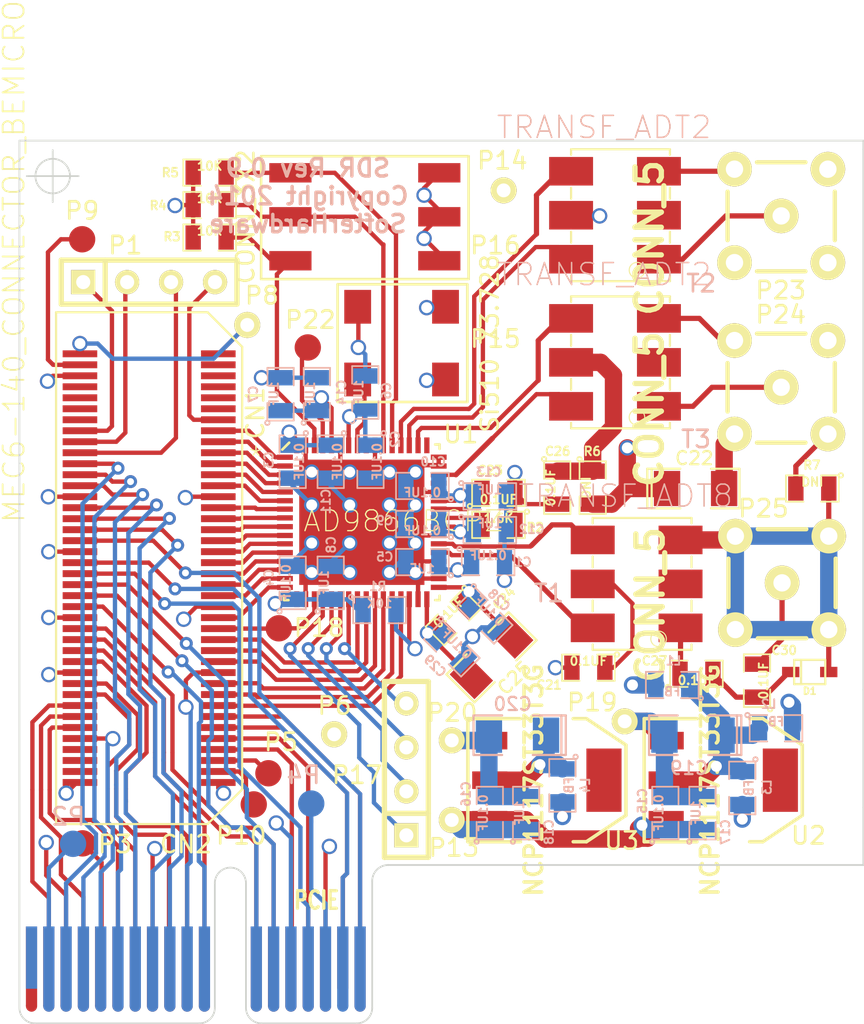
<source format=kicad_pcb>
(kicad_pcb (version 3) (host pcbnew "(2014-01-02 BZR 4600)-product")
  (layers (15 F.Cu signal) (2 Inner2.Cu signal) (1 Inner1.Cu signal) (0 B.Cu signal) (18 B.Paste user) (19 F.Paste user) (20 B.SilkS user) (21 F.SilkS user) (22 B.Mask user) (23 F.Mask user) (28 Edge.Cuts user))
  (net 0 "")
  (net 1 AVDD_ADC)
  (net 2 AVDD_DAC)
  (net 3 CLKVDD)
  (net 4 DVDD)
  (net 5 GND)
  (net 6 "Net-(C19-Pad1)")
  (net 7 "Net-(C20-Pad1)")
  (net 8 "Net-(C21-Pad1)")
  (net 9 "Net-(C23-Pad1)")
  (net 10 "Net-(C24-Pad1)")
  (net 11 "Net-(C24-Pad2)")
  (net 12 "Net-(C26-Pad1)")
  (net 13 "Net-(C27-Pad1)")
  (net 14 "Net-(C27-Pad2)")
  (net 15 "Net-(C30-Pad2)")
  (net 16 "Net-(CN1-Pad1)")
  (net 17 "Net-(CN1-Pad11)")
  (net 18 "Net-(CN1-Pad12)")
  (net 19 "Net-(CN1-Pad13)")
  (net 20 "Net-(CN1-Pad14)")
  (net 21 "Net-(CN1-Pad15)")
  (net 22 "Net-(CN1-Pad16)")
  (net 23 "Net-(CN1-Pad17)")
  (net 24 "Net-(CN1-Pad18)")
  (net 25 "Net-(CN1-Pad19)")
  (net 26 "Net-(CN1-Pad20)")
  (net 27 "Net-(CN1-Pad23)")
  (net 28 "Net-(CN1-Pad24)")
  (net 29 "Net-(CN1-Pad25)")
  (net 30 "Net-(CN1-Pad26)")
  (net 31 "Net-(CN1-Pad27)")
  (net 32 "Net-(CN1-Pad28)")
  (net 33 "Net-(CN1-Pad29)")
  (net 34 "Net-(CN1-Pad3)")
  (net 35 "Net-(CN1-Pad30)")
  (net 36 "Net-(CN1-Pad31)")
  (net 37 "Net-(CN1-Pad34)")
  (net 38 "Net-(CN1-Pad35)")
  (net 39 "Net-(CN1-Pad36)")
  (net 40 "Net-(CN1-Pad37)")
  (net 41 "Net-(CN1-Pad38)")
  (net 42 "Net-(CN1-Pad39)")
  (net 43 "Net-(CN1-Pad4)")
  (net 44 "Net-(CN1-Pad40)")
  (net 45 "Net-(CN1-Pad41)")
  (net 46 "Net-(CN1-Pad42)")
  (net 47 "Net-(CN1-Pad43)")
  (net 48 "Net-(CN1-Pad45)")
  (net 49 "Net-(CN1-Pad46)")
  (net 50 "Net-(CN1-Pad47)")
  (net 51 "Net-(CN1-Pad48)")
  (net 52 "Net-(CN1-Pad49)")
  (net 53 "Net-(CN1-Pad5)")
  (net 54 "Net-(CN1-Pad50)")
  (net 55 "Net-(CN1-Pad51)")
  (net 56 "Net-(CN1-Pad52)")
  (net 57 "Net-(CN1-Pad55)")
  (net 58 "Net-(CN1-Pad56)")
  (net 59 "Net-(CN1-Pad57)")
  (net 60 "Net-(CN1-Pad58)")
  (net 61 "Net-(CN1-Pad59)")
  (net 62 "Net-(CN1-Pad6)")
  (net 63 "Net-(CN1-Pad60)")
  (net 64 "Net-(CN1-Pad61)")
  (net 65 "Net-(CN1-Pad62)")
  (net 66 "Net-(CN1-Pad63)")
  (net 67 "Net-(CN1-Pad64)")
  (net 68 "Net-(CN1-Pad65)")
  (net 69 "Net-(CN1-Pad66)")
  (net 70 "Net-(CN1-Pad67)")
  (net 71 "Net-(CN1-Pad68)")
  (net 72 "Net-(CN1-Pad69)")
  (net 73 "Net-(CN1-Pad7)")
  (net 74 "Net-(CN1-Pad70)")
  (net 75 "Net-(CN1-Pad71)")
  (net 76 "Net-(CN1-Pad72)")
  (net 77 "Net-(CN1-Pad73)")
  (net 78 "Net-(CN1-Pad74)")
  (net 79 "Net-(CN1-Pad75)")
  (net 80 "Net-(CN1-Pad77)")
  (net 81 "Net-(CN1-Pad78)")
  (net 82 "Net-(CN1-Pad79)")
  (net 83 "Net-(CN1-Pad8)")
  (net 84 "Net-(CN1-Pad9)")
  (net 85 "Net-(CN2-PadA1)")
  (net 86 "Net-(CN2-PadA16)")
  (net 87 "Net-(CN2-PadA2)")
  (net 88 "Net-(CN2-PadB1)")
  (net 89 "Net-(CN2-PadB5)")
  (net 90 "Net-(D1-Pad1)")
  (net 91 "Net-(P15-Pad3)")
  (net 92 "Net-(P16-Pad2)")
  (net 93 "Net-(P16-Pad4)")
  (net 94 "Net-(P16-Pad6)")
  (net 95 "Net-(P22-Pad1)")
  (net 96 "Net-(P23-Pad1)")
  (net 97 "Net-(P24-Pad1)")
  (net 98 "Net-(R1-Pad2)")
  (net 99 "Net-(R2-Pad2)")
  (net 100 "Net-(T2-Pad4)")
  (net 101 "Net-(T2-Pad6)")
  (net 102 "Net-(T3-Pad4)")
  (net 103 "Net-(T3-Pad6)")
  (net 104 "Net-(U1-Pad45)")
  (net 105 "Net-(U1-Pad49)")
  (net 106 "Net-(U1-Pad56)")
  (net 107 RXN)
  (net 108 RXP)
  (net 109 SCLK)
  (net 110 SDIO)
  (net 111 SDO)
  (net 112 SEN)
  (net 113 VIN)
  (module AD986:CP_64_3-M (layer F.Cu) (at 120.5 105.5)
    (fp_text reference U1 (at 4.625 -4.5) (layer F.SilkS) (effects (justify left bottom)))
    (fp_text value AD9866BCPZ (at -3.4544 0.635) (layer F.SilkS) (effects (font (size 1.2065 1.2065) (thickness 0.0762)) (justify left bottom)))
    (fp_text user * (at -6.1214 -3.7338) (layer F.SilkS) (effects (font (size 1.2065 1.2065) (thickness 0.0762))))
    (pad 1 smd rect (at -4.445 -3.7592 270) (size 0.3048 0.9144) (layers F.Cu F.Paste F.Mask) (net 68 "Net-(CN1-Pad65)"))
    (pad 2 smd rect (at -4.445 -3.2512 270) (size 0.3048 0.9144) (layers F.Cu F.Paste F.Mask) (net 66 "Net-(CN1-Pad63)"))
    (pad 3 smd rect (at -4.445 -2.7432 270) (size 0.3048 0.9144) (layers F.Cu F.Paste F.Mask) (net 64 "Net-(CN1-Pad61)"))
    (pad 4 smd rect (at -4.445 -2.2606 270) (size 0.3048 0.9144) (layers F.Cu F.Paste F.Mask) (net 61 "Net-(CN1-Pad59)"))
    (pad 5 smd rect (at -4.445 -1.7526 270) (size 0.3048 0.9144) (layers F.Cu F.Paste F.Mask) (net 59 "Net-(CN1-Pad57)"))
    (pad 6 smd rect (at -4.445 -1.2446 270) (size 0.3048 0.9144) (layers F.Cu F.Paste F.Mask) (net 57 "Net-(CN1-Pad55)"))
    (pad 7 smd rect (at -4.445 -0.762 270) (size 0.3048 0.9144) (layers F.Cu F.Paste F.Mask) (net 55 "Net-(CN1-Pad51)"))
    (pad 8 smd rect (at -4.445 -0.254 270) (size 0.3048 0.9144) (layers F.Cu F.Paste F.Mask) (net 52 "Net-(CN1-Pad49)"))
    (pad 9 smd rect (at -4.445 0.254 270) (size 0.3048 0.9144) (layers F.Cu F.Paste F.Mask) (net 50 "Net-(CN1-Pad47)"))
    (pad 10 smd rect (at -4.445 0.762 270) (size 0.3048 0.9144) (layers F.Cu F.Paste F.Mask) (net 48 "Net-(CN1-Pad45)"))
    (pad 11 smd rect (at -4.445 1.2446 270) (size 0.3048 0.9144) (layers F.Cu F.Paste F.Mask) (net 47 "Net-(CN1-Pad43)"))
    (pad 12 smd rect (at -4.445 1.7526 270) (size 0.3048 0.9144) (layers F.Cu F.Paste F.Mask) (net 45 "Net-(CN1-Pad41)"))
    (pad 13 smd rect (at -4.445 2.2606 270) (size 0.3048 0.9144) (layers F.Cu F.Paste F.Mask) (net 42 "Net-(CN1-Pad39)"))
    (pad 14 smd rect (at -4.445 2.7432 270) (size 0.3048 0.9144) (layers F.Cu F.Paste F.Mask) (net 40 "Net-(CN1-Pad37)"))
    (pad 15 smd rect (at -4.445 3.2512 270) (size 0.3048 0.9144) (layers F.Cu F.Paste F.Mask) (net 38 "Net-(CN1-Pad35)"))
    (pad 16 smd rect (at -4.445 3.7592 270) (size 0.3048 0.9144) (layers F.Cu F.Paste F.Mask) (net 36 "Net-(CN1-Pad31)"))
    (pad 17 smd rect (at -3.7592 4.445 180) (size 0.3048 0.9144) (layers F.Cu F.Paste F.Mask) (net 4 DVDD))
    (pad 18 smd rect (at -3.2512 4.445 180) (size 0.3048 0.9144) (layers F.Cu F.Paste F.Mask) (net 5 GND))
    (pad 19 smd rect (at -2.7432 4.445 180) (size 0.3048 0.9144) (layers F.Cu F.Paste F.Mask) (net 33 "Net-(CN1-Pad29)"))
    (pad 20 smd rect (at -2.2606 4.445 180) (size 0.3048 0.9144) (layers F.Cu F.Paste F.Mask) (net 110 SDIO))
    (pad 21 smd rect (at -1.7526 4.445 180) (size 0.3048 0.9144) (layers F.Cu F.Paste F.Mask) (net 111 SDO))
    (pad 22 smd rect (at -1.2446 4.445 180) (size 0.3048 0.9144) (layers F.Cu F.Paste F.Mask) (net 109 SCLK))
    (pad 23 smd rect (at -0.762 4.445 180) (size 0.3048 0.9144) (layers F.Cu F.Paste F.Mask) (net 112 SEN))
    (pad 24 smd rect (at -0.254 4.445 180) (size 0.3048 0.9144) (layers F.Cu F.Paste F.Mask) (net 31 "Net-(CN1-Pad27)"))
    (pad 25 smd rect (at 0.254 4.445 180) (size 0.3048 0.9144) (layers F.Cu F.Paste F.Mask) (net 29 "Net-(CN1-Pad25)"))
    (pad 26 smd rect (at 0.762 4.445 180) (size 0.3048 0.9144) (layers F.Cu F.Paste F.Mask) (net 27 "Net-(CN1-Pad23)"))
    (pad 27 smd rect (at 1.2446 4.445 180) (size 0.3048 0.9144) (layers F.Cu F.Paste F.Mask) (net 25 "Net-(CN1-Pad19)"))
    (pad 28 smd rect (at 1.7526 4.445 180) (size 0.3048 0.9144) (layers F.Cu F.Paste F.Mask) (net 23 "Net-(CN1-Pad17)"))
    (pad 29 smd rect (at 2.2606 4.445 180) (size 0.3048 0.9144) (layers F.Cu F.Paste F.Mask) (net 21 "Net-(CN1-Pad15)"))
    (pad 30 smd rect (at 2.7432 4.445 180) (size 0.3048 0.9144) (layers F.Cu F.Paste F.Mask) (net 98 "Net-(R1-Pad2)"))
    (pad 31 smd rect (at 3.2512 4.445 180) (size 0.3048 0.9144) (layers F.Cu F.Paste F.Mask) (net 5 GND))
    (pad 32 smd rect (at 3.7592 4.445 180) (size 0.3048 0.9144) (layers F.Cu F.Paste F.Mask) (net 11 "Net-(C24-Pad2)"))
    (pad 33 smd rect (at 4.445 3.7592 270) (size 0.3048 0.9144) (layers F.Cu F.Paste F.Mask) (net 10 "Net-(C24-Pad1)"))
    (pad 34 smd rect (at 4.445 3.2512 270) (size 0.3048 0.9144) (layers F.Cu F.Paste F.Mask) (net 5 GND))
    (pad 35 smd rect (at 4.445 2.7432 270) (size 0.3048 0.9144) (layers F.Cu F.Paste F.Mask) (net 1 AVDD_ADC))
    (pad 36 smd rect (at 4.445 2.2606 270) (size 0.3048 0.9144) (layers F.Cu F.Paste F.Mask) (net 5 GND))
    (pad 37 smd rect (at 4.445 1.7526 270) (size 0.3048 0.9144) (layers F.Cu F.Paste F.Mask) (net 107 RXN))
    (pad 38 smd rect (at 4.445 1.2446 270) (size 0.3048 0.9144) (layers F.Cu F.Paste F.Mask) (net 108 RXP))
    (pad 39 smd rect (at 4.445 0.762 270) (size 0.3048 0.9144) (layers F.Cu F.Paste F.Mask) (net 5 GND))
    (pad 40 smd rect (at 4.445 0.254 270) (size 0.3048 0.9144) (layers F.Cu F.Paste F.Mask) (net 1 AVDD_ADC))
    (pad 41 smd rect (at 4.445 -0.254 270) (size 0.3048 0.9144) (layers F.Cu F.Paste F.Mask) (net 99 "Net-(R2-Pad2)"))
    (pad 42 smd rect (at 4.445 -0.762 270) (size 0.3048 0.9144) (layers F.Cu F.Paste F.Mask) (net 9 "Net-(C23-Pad1)"))
    (pad 43 smd rect (at 4.445 -1.2446 270) (size 0.3048 0.9144) (layers F.Cu F.Paste F.Mask) (net 2 AVDD_DAC))
    (pad 44 smd rect (at 4.445 -1.7526 270) (size 0.3048 0.9144) (layers F.Cu F.Paste F.Mask) (net 5 GND))
    (pad 45 smd rect (at 4.445 -2.2606 270) (size 0.3048 0.9144) (layers F.Cu F.Paste F.Mask) (net 104 "Net-(U1-Pad45)"))
    (pad 46 smd rect (at 4.445 -2.7432 270) (size 0.3048 0.9144) (layers F.Cu F.Paste F.Mask) (net 103 "Net-(T3-Pad6)"))
    (pad 47 smd rect (at 4.445 -3.2512 270) (size 0.3048 0.9144) (layers F.Cu F.Paste F.Mask) (net 5 GND))
    (pad 48 smd rect (at 4.445 -3.7592 270) (size 0.3048 0.9144) (layers F.Cu F.Paste F.Mask) (net 5 GND))
    (pad 49 smd rect (at 3.7592 -4.445 180) (size 0.3048 0.9144) (layers F.Cu F.Paste F.Mask) (net 105 "Net-(U1-Pad49)"))
    (pad 50 smd rect (at 3.2512 -4.445 180) (size 0.3048 0.9144) (layers F.Cu F.Paste F.Mask) (net 102 "Net-(T3-Pad4)"))
    (pad 51 smd rect (at 2.7432 -4.445 180) (size 0.3048 0.9144) (layers F.Cu F.Paste F.Mask) (net 101 "Net-(T2-Pad6)"))
    (pad 52 smd rect (at 2.2606 -4.445 180) (size 0.3048 0.9144) (layers F.Cu F.Paste F.Mask) (net 100 "Net-(T2-Pad4)"))
    (pad 53 smd rect (at 1.7526 -4.445 180) (size 0.3048 0.9144) (layers F.Cu F.Paste F.Mask) (net 94 "Net-(P16-Pad6)"))
    (pad 54 smd rect (at 1.2446 -4.445 180) (size 0.3048 0.9144) (layers F.Cu F.Paste F.Mask) (net 93 "Net-(P16-Pad4)"))
    (pad 55 smd rect (at 0.762 -4.445 180) (size 0.3048 0.9144) (layers F.Cu F.Paste F.Mask) (net 5 GND))
    (pad 56 smd rect (at 0.254 -4.445 180) (size 0.3048 0.9144) (layers F.Cu F.Paste F.Mask) (net 106 "Net-(U1-Pad56)"))
    (pad 57 smd rect (at -0.254 -4.445 180) (size 0.3048 0.9144) (layers F.Cu F.Paste F.Mask) (net 91 "Net-(P15-Pad3)"))
    (pad 58 smd rect (at -0.762 -4.445 180) (size 0.3048 0.9144) (layers F.Cu F.Paste F.Mask) (net 3 CLKVDD))
    (pad 59 smd rect (at -1.2446 -4.445 180) (size 0.3048 0.9144) (layers F.Cu F.Paste F.Mask) (net 5 GND))
    (pad 60 smd rect (at -1.7526 -4.445 180) (size 0.3048 0.9144) (layers F.Cu F.Paste F.Mask) (net 4 DVDD))
    (pad 61 smd rect (at -2.2606 -4.445 180) (size 0.3048 0.9144) (layers F.Cu F.Paste F.Mask) (net 95 "Net-(P22-Pad1)"))
    (pad 62 smd rect (at -2.7432 -4.445 180) (size 0.3048 0.9144) (layers F.Cu F.Paste F.Mask) (net 92 "Net-(P16-Pad2)"))
    (pad 63 smd rect (at -3.2512 -4.445 180) (size 0.3048 0.9144) (layers F.Cu F.Paste F.Mask) (net 5 GND))
    (pad 64 smd rect (at -3.7592 -4.445 180) (size 0.3048 0.9144) (layers F.Cu F.Paste F.Mask) (net 4 DVDD))
    (pad 65 smd rect (at 0 0) (size 7.239 7.239) (layers F.Cu F.Paste F.Mask) (net 5 GND))
  )
  (module Connect:PCI-EXPRESS (layer F.Cu) (at 110.9 131.15)
    (fp_text reference CN2 (at -0.575 -7.05) (layer F.SilkS))
    (fp_text value PCIE (at 6.985 -3.81) (layer F.SilkS) (effects (font (size 1.016 0.762) (thickness 0.1905))))
    (pad "" connect circle (at 9.4996 2.30124) (size 0.65024 0.65024) (layers F.Cu F.Mask))
    (pad B1 connect rect (at -9.4996 0) (size 0.65024 4.59994) (layers F.Cu B.Mask) (net 88 "Net-(CN2-PadB1)"))
    (pad B2 connect rect (at -8.49884 0) (size 0.65024 4.59994) (layers F.Cu B.Mask) (net 22 "Net-(CN1-Pad16)"))
    (pad B3 connect rect (at -7.50062 0) (size 0.65024 4.59994) (layers F.Cu B.Mask) (net 5 GND))
    (pad B4 connect rect (at -6.49986 0) (size 0.65024 4.59994) (layers F.Cu B.Mask) (net 20 "Net-(CN1-Pad14)"))
    (pad B5 connect rect (at -5.4991 0) (size 0.65024 4.59994) (layers F.Cu B.Mask) (net 89 "Net-(CN2-PadB5)"))
    (pad B6 connect rect (at -4.50088 0) (size 0.65024 4.59994) (layers F.Cu B.Mask) (net 18 "Net-(CN1-Pad12)"))
    (pad B7 connect rect (at -3.50012 0) (size 0.65024 4.59994) (layers F.Cu B.Mask) (net 24 "Net-(CN1-Pad18)"))
    (pad B8 connect rect (at -2.49936 0) (size 0.65024 4.59994) (layers F.Cu B.Mask) (net 5 GND))
    (pad B9 connect rect (at -1.50114 0) (size 0.65024 4.59994) (layers F.Cu B.Mask) (net 26 "Net-(CN1-Pad20)"))
    (pad B10 connect rect (at -0.50038 0) (size 0.65024 4.59994) (layers F.Cu B.Mask) (net 28 "Net-(CN1-Pad24)"))
    (pad B11 connect rect (at 0.50038 0) (size 0.65024 4.59994) (layers F.Cu B.Mask) (net 30 "Net-(CN1-Pad26)"))
    (pad B14 connect rect (at 5.4991 0) (size 0.65024 4.59994) (layers F.Cu B.Mask) (net 73 "Net-(CN1-Pad7)"))
    (pad B15 connect rect (at 6.49986 0) (size 0.65024 4.59994) (layers F.Cu B.Mask) (net 84 "Net-(CN1-Pad9)"))
    (pad B16 connect rect (at 7.50062 0) (size 0.65024 4.59994) (layers F.Cu B.Mask) (net 5 GND))
    (pad B17 connect rect (at 8.49884 -0.50038) (size 0.65024 3.59918) (layers F.Cu B.Mask) (net 17 "Net-(CN1-Pad11)"))
    (pad B18 connect rect (at 9.4996 0) (size 0.65024 4.59994) (layers F.Cu B.Mask) (net 19 "Net-(CN1-Pad13)"))
    (pad B12 connect rect (at 3.50012 0) (size 0.65024 4.59994) (layers F.Cu B.Mask) (net 32 "Net-(CN1-Pad28)"))
    (pad B13 connect rect (at 4.50088 0) (size 0.65024 4.59994) (layers F.Cu B.Mask) (net 35 "Net-(CN1-Pad30)"))
    (pad A1 connect rect (at -9.4996 -0.50038) (size 0.65024 3.59918) (layers B.Cu B.Mask) (net 85 "Net-(CN2-PadA1)"))
    (pad A2 connect rect (at -8.49884 0) (size 0.65024 4.59994) (layers B.Cu B.Mask) (net 87 "Net-(CN2-PadA2)"))
    (pad A3 connect rect (at -7.50062 0) (size 0.65024 4.59994) (layers B.Cu B.Mask) (net 63 "Net-(CN1-Pad60)"))
    (pad A4 connect rect (at -6.49986 0) (size 0.65024 4.59994) (layers B.Cu B.Mask) (net 60 "Net-(CN1-Pad58)"))
    (pad A5 connect rect (at -5.4991 0) (size 0.65024 4.59994) (layers B.Cu B.Mask) (net 5 GND))
    (pad A6 connect rect (at -4.50088 0) (size 0.65024 4.59994) (layers B.Cu B.Mask) (net 58 "Net-(CN1-Pad56)"))
    (pad A7 connect rect (at -3.50012 0) (size 0.65024 4.59994) (layers B.Cu B.Mask) (net 56 "Net-(CN1-Pad52)"))
    (pad A8 connect rect (at -2.49936 0) (size 0.65024 4.59994) (layers B.Cu B.Mask) (net 54 "Net-(CN1-Pad50)"))
    (pad A9 connect rect (at -1.50114 0) (size 0.65024 4.59994) (layers B.Cu B.Mask) (net 51 "Net-(CN1-Pad48)"))
    (pad A10 connect rect (at -0.50038 0) (size 0.65024 4.59994) (layers B.Cu B.Mask) (net 5 GND))
    (pad A11 connect rect (at 0.50038 0) (size 0.65024 4.59994) (layers B.Cu B.Mask) (net 37 "Net-(CN1-Pad34)"))
    (pad A14 connect rect (at 5.4991 0) (size 0.65024 4.59994) (layers B.Cu B.Mask) (net 5 GND))
    (pad A15 connect rect (at 6.49986 0) (size 0.65024 4.59994) (layers B.Cu B.Mask) (net 44 "Net-(CN1-Pad40)"))
    (pad A16 connect rect (at 7.50062 0) (size 0.65024 4.59994) (layers B.Cu B.Mask) (net 86 "Net-(CN2-PadA16)"))
    (pad A17 connect rect (at 8.49884 0) (size 0.65024 4.59994) (layers B.Cu B.Mask) (net 46 "Net-(CN1-Pad42)"))
    (pad A18 connect rect (at 9.4996 0) (size 0.65024 4.59994) (layers B.Cu B.Mask) (net 49 "Net-(CN1-Pad46)"))
    (pad A12 connect rect (at 3.50012 0) (size 0.65024 4.59994) (layers B.Cu B.Mask) (net 39 "Net-(CN1-Pad36)"))
    (pad A13 connect rect (at 4.50088 0) (size 0.65024 4.59994) (layers B.Cu B.Mask) (net 41 "Net-(CN1-Pad38)"))
    (pad "" connect circle (at -7.50062 2.30124) (size 0.65024 0.65024) (layers F.Cu F.Mask))
    (pad "" connect circle (at -6.49986 2.30124) (size 0.65024 0.65024) (layers F.Cu F.Mask))
    (pad "" connect circle (at -5.4991 2.30124) (size 0.65024 0.65024) (layers F.Cu F.Mask))
    (pad "" connect circle (at -4.50088 2.30124) (size 0.65024 0.65024) (layers F.Cu F.Mask))
    (pad "" connect circle (at -3.50012 2.30124) (size 0.65024 0.65024) (layers F.Cu F.Mask))
    (pad "" connect circle (at -2.49936 2.30124) (size 0.65024 0.65024) (layers F.Cu F.Mask))
    (pad "" connect circle (at -1.50114 2.30124) (size 0.65024 0.65024) (layers F.Cu F.Mask))
    (pad "" connect circle (at -0.50038 2.30124) (size 0.65024 0.65024) (layers F.Cu F.Mask))
    (pad "" connect circle (at 0.50038 2.30124) (size 0.65024 0.65024) (layers F.Cu F.Mask))
    (pad "" connect circle (at -9.4996 2.30124) (size 0.65024 0.65024) (layers F.Cu F.Mask))
    (pad "" connect circle (at 3.50012 2.30124) (size 0.65024 0.65024) (layers F.Cu F.Mask))
    (pad "" connect circle (at 4.50088 2.30124) (size 0.65024 0.65024) (layers F.Cu F.Mask))
    (pad "" connect circle (at 5.4991 2.30124) (size 0.65024 0.65024) (layers F.Cu F.Mask))
    (pad "" connect circle (at 6.49986 2.30124) (size 0.65024 0.65024) (layers F.Cu F.Mask))
    (pad "" connect circle (at 7.50062 2.30124) (size 0.65024 0.65024) (layers F.Cu F.Mask))
    (pad "" connect circle (at -8.49884 2.30124) (size 0.65024 0.65024) (layers F.Cu F.Mask))
    (pad "" connect oval (at -6.49986 2.30124 90) (size 0.65024 0.65024) (layers B.Cu B.Mask))
    (pad "" connect oval (at -5.4991 2.30124 90) (size 0.65024 0.65024) (layers B.Cu B.Mask))
    (pad "" connect oval (at -4.50088 2.30124 90) (size 0.65024 0.65024) (layers B.Cu B.Mask))
    (pad "" connect oval (at -3.50012 2.30124 90) (size 0.65024 0.65024) (layers B.Cu B.Mask))
    (pad "" connect oval (at -2.49936 2.30124 90) (size 0.65024 0.65024) (layers B.Cu B.Mask))
    (pad "" connect oval (at -1.50114 2.30124 90) (size 0.65024 0.65024) (layers B.Cu B.Mask))
    (pad "" connect oval (at -0.50038 2.30124 90) (size 0.65024 0.65024) (layers B.Cu B.Mask))
    (pad "" connect oval (at 5.4991 2.30124 90) (size 0.65024 0.65024) (layers B.Cu B.Mask))
    (pad "" connect oval (at 6.49986 2.30124 90) (size 0.65024 0.65024) (layers B.Cu B.Mask))
    (pad "" connect oval (at -7.50062 2.30124 90) (size 0.65024 0.65024) (layers B.Cu B.Mask))
    (pad "" connect oval (at 4.50088 2.30124 90) (size 0.65024 0.65024) (layers B.Cu B.Mask))
    (pad "" connect oval (at 7.50062 2.30124 90) (size 0.65024 0.65024) (layers B.Cu B.Mask))
    (pad "" connect oval (at 0.50038 2.30124 90) (size 0.65024 0.65024) (layers B.Cu B.Mask))
    (pad "" connect oval (at 3.50012 2.30124 90) (size 0.65024 0.65024) (layers B.Cu B.Mask))
    (pad "" connect oval (at 8.49884 2.30124 90) (size 0.65024 0.65024) (layers B.Cu B.Mask))
    (pad "" connect oval (at 9.4996 2.30124 90) (size 0.65024 0.65024) (layers B.Cu B.Mask))
    (pad "" connect oval (at -8.49884 2.30124 90) (size 0.65024 0.65024) (layers B.Cu B.Mask))
  )
  (module SMD_Packages:SM0805 (layer B.Cu) (at 127.8 107.8)
    (fp_text reference C1 (at 2.025 0) (layer B.SilkS) (effects (font (size 0.50038 0.50038) (thickness 0.10922)) (justify mirror)))
    (fp_text value 0.1UF (at 0 -0.381) (layer B.SilkS) (effects (font (size 0.50038 0.50038) (thickness 0.10922)) (justify mirror)))
    (pad 1 smd rect (at -0.9525 0) (size 0.889 1.397) (layers B.Cu B.Paste B.Mask) (net 1 AVDD_ADC))
    (pad 2 smd rect (at 0.9525 0) (size 0.889 1.397) (layers B.Cu B.Paste B.Mask) (net 5 GND))
  )
  (module SMD_Packages:SM0805 (layer B.Cu) (at 121 102 270)
    (fp_text reference C2 (at -1.3 -1.425 270) (layer B.SilkS) (effects (font (size 0.50038 0.50038) (thickness 0.10922)) (justify mirror)))
    (fp_text value 0.1UF (at 0 -0.381 270) (layer B.SilkS) (effects (font (size 0.50038 0.50038) (thickness 0.10922)) (justify mirror)))
    (pad 1 smd rect (at -0.9525 0 270) (size 0.889 1.397) (layers B.Cu B.Paste B.Mask) (net 3 CLKVDD))
    (pad 2 smd rect (at 0.9525 0 270) (size 0.889 1.397) (layers B.Cu B.Paste B.Mask) (net 5 GND))
  )
  (module SMD_Packages:SM0805 (layer B.Cu) (at 116.5 102 270)
    (fp_text reference C3 (at -0.1 1.375 270) (layer B.SilkS) (effects (font (size 0.50038 0.50038) (thickness 0.10922)) (justify mirror)))
    (fp_text value 0.1UF (at 0 -0.381 270) (layer B.SilkS) (effects (font (size 0.50038 0.50038) (thickness 0.10922)) (justify mirror)))
    (pad 1 smd rect (at -0.9525 0 270) (size 0.889 1.397) (layers B.Cu B.Paste B.Mask) (net 4 DVDD))
    (pad 2 smd rect (at 0.9525 0 270) (size 0.889 1.397) (layers B.Cu B.Paste B.Mask) (net 5 GND))
  )
  (module SMD_Packages:SM0805 (layer B.Cu) (at 116.5 109 90)
    (fp_text reference C4 (at 0.3 -1.375 90) (layer B.SilkS) (effects (font (size 0.50038 0.50038) (thickness 0.10922)) (justify mirror)))
    (fp_text value 0.1UF (at 0 -0.381 90) (layer B.SilkS) (effects (font (size 0.50038 0.50038) (thickness 0.10922)) (justify mirror)))
    (pad 1 smd rect (at -0.9525 0 90) (size 0.889 1.397) (layers B.Cu B.Paste B.Mask) (net 4 DVDD))
    (pad 2 smd rect (at 0.9525 0 90) (size 0.889 1.397) (layers B.Cu B.Paste B.Mask) (net 5 GND))
  )
  (module SMD_Packages:SM0805 (layer B.Cu) (at 124 107.8 180)
    (fp_text reference C5 (at 2.175 0.3 180) (layer B.SilkS) (effects (font (size 0.50038 0.50038) (thickness 0.10922)) (justify mirror)))
    (fp_text value 1UF (at 0 -0.381 180) (layer B.SilkS) (effects (font (size 0.50038 0.50038) (thickness 0.10922)) (justify mirror)))
    (pad 1 smd rect (at -0.9525 0 180) (size 0.889 1.397) (layers B.Cu B.Paste B.Mask) (net 1 AVDD_ADC))
    (pad 2 smd rect (at 0.9525 0 180) (size 0.889 1.397) (layers B.Cu B.Paste B.Mask) (net 5 GND))
  )
  (module SMD_Packages:SM0805 (layer B.Cu) (at 120.7 98 90)
    (fp_text reference C6 (at 0.1 1.225 90) (layer B.SilkS) (effects (font (size 0.50038 0.50038) (thickness 0.10922)) (justify mirror)))
    (fp_text value 1UF (at 0 -0.381 90) (layer B.SilkS) (effects (font (size 0.50038 0.50038) (thickness 0.10922)) (justify mirror)))
    (pad 1 smd rect (at -0.9525 0 90) (size 0.889 1.397) (layers B.Cu B.Paste B.Mask) (net 3 CLKVDD))
    (pad 2 smd rect (at 0.9525 0 90) (size 0.889 1.397) (layers B.Cu B.Paste B.Mask) (net 5 GND))
  )
  (module SMD_Packages:SM0805 (layer B.Cu) (at 115.8 98.1 90)
    (fp_text reference C7 (at 0 -1.575 90) (layer B.SilkS) (effects (font (size 0.50038 0.50038) (thickness 0.10922)) (justify mirror)))
    (fp_text value 1UF (at 0 -0.381 90) (layer B.SilkS) (effects (font (size 0.50038 0.50038) (thickness 0.10922)) (justify mirror)))
    (pad 1 smd rect (at -0.9525 0 90) (size 0.889 1.397) (layers B.Cu B.Paste B.Mask) (net 4 DVDD))
    (pad 2 smd rect (at 0.9525 0 90) (size 0.889 1.397) (layers B.Cu B.Paste B.Mask) (net 5 GND))
  )
  (module SMD_Packages:SM0805 (layer B.Cu) (at 118.7 109 90)
    (fp_text reference C8 (at 2.2 0.025 90) (layer B.SilkS) (effects (font (size 0.50038 0.50038) (thickness 0.10922)) (justify mirror)))
    (fp_text value 1UF (at 0 -0.381 90) (layer B.SilkS) (effects (font (size 0.50038 0.50038) (thickness 0.10922)) (justify mirror)))
    (pad 1 smd rect (at -0.9525 0 90) (size 0.889 1.397) (layers B.Cu B.Paste B.Mask) (net 4 DVDD))
    (pad 2 smd rect (at 0.9525 0 90) (size 0.889 1.397) (layers B.Cu B.Paste B.Mask) (net 5 GND))
  )
  (module SMD_Packages:SM0805 (layer B.Cu) (at 124 105.6 180)
    (fp_text reference C9 (at 2.175 0.2 180) (layer B.SilkS) (effects (font (size 0.50038 0.50038) (thickness 0.10922)) (justify mirror)))
    (fp_text value 0.1UF (at 0 -0.381 180) (layer B.SilkS) (effects (font (size 0.50038 0.50038) (thickness 0.10922)) (justify mirror)))
    (pad 1 smd rect (at -0.9525 0 180) (size 0.889 1.397) (layers B.Cu B.Paste B.Mask) (net 1 AVDD_ADC))
    (pad 2 smd rect (at 0.9525 0 180) (size 0.889 1.397) (layers B.Cu B.Paste B.Mask) (net 5 GND))
  )
  (module SMD_Packages:SM0805 (layer B.Cu) (at 124 103.4 180)
    (fp_text reference C10 (at -0.625 1.4 180) (layer B.SilkS) (effects (font (size 0.50038 0.50038) (thickness 0.10922)) (justify mirror)))
    (fp_text value 0.1UF (at 0 -0.381 180) (layer B.SilkS) (effects (font (size 0.50038 0.50038) (thickness 0.10922)) (justify mirror)))
    (pad 1 smd rect (at -0.9525 0 180) (size 0.889 1.397) (layers B.Cu B.Paste B.Mask) (net 2 AVDD_DAC))
    (pad 2 smd rect (at 0.9525 0 180) (size 0.889 1.397) (layers B.Cu B.Paste B.Mask) (net 5 GND))
  )
  (module SMD_Packages:SM0805 (layer B.Cu) (at 118.7 102 270)
    (fp_text reference C11 (at 2.3 0.275 270) (layer B.SilkS) (effects (font (size 0.50038 0.50038) (thickness 0.10922)) (justify mirror)))
    (fp_text value 0.1UF (at 0 -0.381 270) (layer B.SilkS) (effects (font (size 0.50038 0.50038) (thickness 0.10922)) (justify mirror)))
    (pad 1 smd rect (at -0.9525 0 270) (size 0.889 1.397) (layers B.Cu B.Paste B.Mask) (net 4 DVDD))
    (pad 2 smd rect (at 0.9525 0 270) (size 0.889 1.397) (layers B.Cu B.Paste B.Mask) (net 5 GND))
  )
  (module SMD_Packages:SM0805 (layer B.Cu) (at 127.9 105.95)
    (fp_text reference C12 (at 2.425 -0.05) (layer B.SilkS) (effects (font (size 0.50038 0.50038) (thickness 0.10922)) (justify mirror)))
    (fp_text value 1UF (at 0 -0.381) (layer B.SilkS) (effects (font (size 0.50038 0.50038) (thickness 0.10922)) (justify mirror)))
    (pad 1 smd rect (at -0.9525 0) (size 0.889 1.397) (layers B.Cu B.Paste B.Mask) (net 1 AVDD_ADC))
    (pad 2 smd rect (at 0.9525 0) (size 0.889 1.397) (layers B.Cu B.Paste B.Mask) (net 5 GND))
  )
  (module SMD_Packages:SM0805 (layer B.Cu) (at 127.9 104)
    (fp_text reference C13 (at -0.075 -1.4) (layer B.SilkS) (effects (font (size 0.50038 0.50038) (thickness 0.10922)) (justify mirror)))
    (fp_text value 1UF (at 0 -0.381) (layer B.SilkS) (effects (font (size 0.50038 0.50038) (thickness 0.10922)) (justify mirror)))
    (pad 1 smd rect (at -0.9525 0) (size 0.889 1.397) (layers B.Cu B.Paste B.Mask) (net 2 AVDD_DAC))
    (pad 2 smd rect (at 0.9525 0) (size 0.889 1.397) (layers B.Cu B.Paste B.Mask) (net 5 GND))
  )
  (module SMD_Packages:SM0805 (layer B.Cu) (at 117.9 98.1 90)
    (fp_text reference C14 (at 0.1 1.425 90) (layer B.SilkS) (effects (font (size 0.50038 0.50038) (thickness 0.10922)) (justify mirror)))
    (fp_text value 1UF (at 0 -0.381 90) (layer B.SilkS) (effects (font (size 0.50038 0.50038) (thickness 0.10922)) (justify mirror)))
    (pad 1 smd rect (at -0.9525 0 90) (size 0.889 1.397) (layers B.Cu B.Paste B.Mask) (net 4 DVDD))
    (pad 2 smd rect (at 0.9525 0 90) (size 0.889 1.397) (layers B.Cu B.Paste B.Mask) (net 5 GND))
  )
  (module SMD_Packages:SM0805 (layer B.Cu) (at 138.05 122.3 90)
    (fp_text reference C15 (at 0.7 -1.325 90) (layer B.SilkS) (effects (font (size 0.50038 0.50038) (thickness 0.10922)) (justify mirror)))
    (fp_text value 0.1UF (at 0 -0.381 90) (layer B.SilkS) (effects (font (size 0.50038 0.50038) (thickness 0.10922)) (justify mirror)))
    (pad 1 smd rect (at -0.9525 0 90) (size 0.889 1.397) (layers B.Cu B.Paste B.Mask) (net 113 VIN))
    (pad 2 smd rect (at 0.9525 0 90) (size 0.889 1.397) (layers B.Cu B.Paste B.Mask) (net 5 GND))
  )
  (module SMD_Packages:SM0805 (layer B.Cu) (at 127.9 122.3 90)
    (fp_text reference C16 (at 1.1 -1.375 90) (layer B.SilkS) (effects (font (size 0.50038 0.50038) (thickness 0.10922)) (justify mirror)))
    (fp_text value 0.1UF (at 0 -0.381 90) (layer B.SilkS) (effects (font (size 0.50038 0.50038) (thickness 0.10922)) (justify mirror)))
    (pad 1 smd rect (at -0.9525 0 90) (size 0.889 1.397) (layers B.Cu B.Paste B.Mask) (net 113 VIN))
    (pad 2 smd rect (at 0.9525 0 90) (size 0.889 1.397) (layers B.Cu B.Paste B.Mask) (net 5 GND))
  )
  (module SMD_Packages:SM0805 (layer B.Cu) (at 140.2 122.3 90)
    (fp_text reference C17 (at -1.1 1.325 90) (layer B.SilkS) (effects (font (size 0.50038 0.50038) (thickness 0.10922)) (justify mirror)))
    (fp_text value 1UF (at 0 -0.381 90) (layer B.SilkS) (effects (font (size 0.50038 0.50038) (thickness 0.10922)) (justify mirror)))
    (pad 1 smd rect (at -0.9525 0 90) (size 0.889 1.397) (layers B.Cu B.Paste B.Mask) (net 113 VIN))
    (pad 2 smd rect (at 0.9525 0 90) (size 0.889 1.397) (layers B.Cu B.Paste B.Mask) (net 5 GND))
  )
  (module SMD_Packages:SM0805 (layer B.Cu) (at 130 122.3 90)
    (fp_text reference C18 (at -1.1 1.325 90) (layer B.SilkS) (effects (font (size 0.50038 0.50038) (thickness 0.10922)) (justify mirror)))
    (fp_text value 1UF (at 0 -0.381 90) (layer B.SilkS) (effects (font (size 0.50038 0.50038) (thickness 0.10922)) (justify mirror)))
    (pad 1 smd rect (at -0.9525 0 90) (size 0.889 1.397) (layers B.Cu B.Paste B.Mask) (net 113 VIN))
    (pad 2 smd rect (at 0.9525 0 90) (size 0.889 1.397) (layers B.Cu B.Paste B.Mask) (net 5 GND))
  )
  (module SMD_Packages:SM1206POL (layer B.Cu) (at 139.65 117.8 180)
    (fp_text reference C19 (at 0.225 -1.9 180) (layer B.SilkS) (effects (font (size 0.762 0.762) (thickness 0.127)) (justify mirror)))
    (fp_text value 10UF hide)
    (pad 1 smd rect (at -1.651 0 180) (size 1.524 2.032) (layers B.Cu B.Paste B.Mask) (net 6 "Net-(C19-Pad1)"))
    (pad 2 smd rect (at 1.651 0 180) (size 1.524 2.032) (layers B.Cu B.Paste B.Mask) (net 5 GND))
  )
  (module SMD_Packages:SM1206POL (layer B.Cu) (at 129.5 117.8 180)
    (fp_text reference C20 (at 0.275 1.8 180) (layer B.SilkS) (effects (font (size 0.762 0.762) (thickness 0.127)) (justify mirror)))
    (fp_text value 10UF hide)
    (pad 1 smd rect (at -1.651 0 180) (size 1.524 2.032) (layers B.Cu B.Paste B.Mask) (net 7 "Net-(C20-Pad1)"))
    (pad 2 smd rect (at 1.651 0 180) (size 1.524 2.032) (layers B.Cu B.Paste B.Mask) (net 5 GND))
  )
  (module SMD_Packages:SM0805 (layer F.Cu) (at 133.6 113.9 180)
    (fp_text reference C21 (at 2.275 -1 180) (layer F.SilkS) (effects (font (size 0.50038 0.50038) (thickness 0.10922))))
    (fp_text value 0.1UF (at 0 0.381 180) (layer F.SilkS) (effects (font (size 0.50038 0.50038) (thickness 0.10922))))
    (pad 1 smd rect (at -0.9525 0 180) (size 0.889 1.397) (layers F.Cu F.Paste F.Mask) (net 8 "Net-(C21-Pad1)"))
    (pad 2 smd rect (at 0.9525 0 180) (size 0.889 1.397) (layers F.Cu F.Paste F.Mask) (net 5 GND))
  )
  (module SMD_Packages:SM1206POL (layer F.Cu) (at 139.8 103.55)
    (fp_text reference C22 (at -0.075 -1.75) (layer F.SilkS) (effects (font (size 0.762 0.762) (thickness 0.127))))
    (fp_text value 10UF hide)
    (pad 1 smd rect (at -1.651 0) (size 1.524 2.032) (layers F.Cu F.Paste F.Mask) (net 113 VIN))
    (pad 2 smd rect (at 1.651 0) (size 1.524 2.032) (layers F.Cu F.Paste F.Mask) (net 5 GND))
  )
  (module SMD_Packages:SM0805 (layer F.Cu) (at 128.4 103.8)
    (fp_text reference C23 (at -0.475 -1.3) (layer F.SilkS) (effects (font (size 0.50038 0.50038) (thickness 0.10922))))
    (fp_text value 0.1UF (at 0 0.381) (layer F.SilkS) (effects (font (size 0.50038 0.50038) (thickness 0.10922))))
    (pad 1 smd rect (at -0.9525 0) (size 0.889 1.397) (layers F.Cu F.Paste F.Mask) (net 9 "Net-(C23-Pad1)"))
    (pad 2 smd rect (at 0.9525 0) (size 0.889 1.397) (layers F.Cu F.Paste F.Mask) (net 5 GND))
  )
  (module SMD_Packages:SM0805 (layer F.Cu) (at 125.8 111 225)
    (fp_text reference C24 (at -2.846105 -1.29047 225) (layer F.SilkS) (effects (font (size 0.50038 0.50038) (thickness 0.10922))))
    (fp_text value 0.1UF (at 0 0.381 225) (layer F.SilkS) (effects (font (size 0.50038 0.50038) (thickness 0.10922))))
    (pad 1 smd rect (at -0.9525 0 225) (size 0.889 1.397) (layers F.Cu F.Paste F.Mask) (net 10 "Net-(C24-Pad1)"))
    (pad 2 smd rect (at 0.9525 0 225) (size 0.889 1.397) (layers F.Cu F.Paste F.Mask) (net 11 "Net-(C24-Pad2)"))
  )
  (module SMD_Packages:SM1206 (layer F.Cu) (at 128 113.3 225)
    (fp_text reference C25 (at -0.088388 -1.785445 225) (layer F.SilkS) (effects (font (size 0.762 0.762) (thickness 0.127))))
    (fp_text value 10UF hide)
    (pad 1 smd rect (at -1.651 0 225) (size 1.524 2.032) (layers F.Cu F.Paste F.Mask) (net 10 "Net-(C24-Pad1)"))
    (pad 2 smd rect (at 1.651 0 225) (size 1.524 2.032) (layers F.Cu F.Paste F.Mask) (net 11 "Net-(C24-Pad2)"))
  )
  (module SMD_Packages:SM0805 (layer F.Cu) (at 131.8 103.5 270)
    (fp_text reference C26 (at -2.1 -0.025 360) (layer F.SilkS) (effects (font (size 0.50038 0.50038) (thickness 0.10922))))
    (fp_text value 0.1UF (at 0 0.381 270) (layer F.SilkS) (effects (font (size 0.50038 0.50038) (thickness 0.10922))))
    (pad 1 smd rect (at -0.9525 0 270) (size 0.889 1.397) (layers F.Cu F.Paste F.Mask) (net 12 "Net-(C26-Pad1)"))
    (pad 2 smd rect (at 0.9525 0 270) (size 0.889 1.397) (layers F.Cu F.Paste F.Mask) (net 5 GND))
  )
  (module SMD_Packages:SM0805 (layer F.Cu) (at 139.85 114.25)
    (fp_text reference C27 (at -2.425 -0.75) (layer F.SilkS) (effects (font (size 0.50038 0.50038) (thickness 0.10922))))
    (fp_text value 0.1UF (at 0 0.381) (layer F.SilkS) (effects (font (size 0.50038 0.50038) (thickness 0.10922))))
    (pad 1 smd rect (at -0.9525 0) (size 0.889 1.397) (layers F.Cu F.Paste F.Mask) (net 13 "Net-(C27-Pad1)"))
    (pad 2 smd rect (at 0.9525 0) (size 0.889 1.397) (layers F.Cu F.Paste F.Mask) (net 14 "Net-(C27-Pad2)"))
  )
  (module SMD_Packages:SM0805 (layer B.Cu) (at 127.6 110.9 315)
    (fp_text reference C28 (at -0.053033 -1.219759 315) (layer B.SilkS) (effects (font (size 0.50038 0.50038) (thickness 0.10922)) (justify mirror)))
    (fp_text value 0.1UF (at 0 -0.381 315) (layer B.SilkS) (effects (font (size 0.50038 0.50038) (thickness 0.10922)) (justify mirror)))
    (pad 1 smd rect (at -0.9525 0 315) (size 0.889 1.397) (layers B.Cu B.Paste B.Mask) (net 10 "Net-(C24-Pad1)"))
    (pad 2 smd rect (at 0.9525 0 315) (size 0.889 1.397) (layers B.Cu B.Paste B.Mask) (net 5 GND))
  )
  (module SMD_Packages:SM0805 (layer B.Cu) (at 125.7 112.8 315)
    (fp_text reference C29 (at 0.017678 1.396536 315) (layer B.SilkS) (effects (font (size 0.50038 0.50038) (thickness 0.10922)) (justify mirror)))
    (fp_text value 0.1UF (at 0 -0.381 315) (layer B.SilkS) (effects (font (size 0.50038 0.50038) (thickness 0.10922)) (justify mirror)))
    (pad 1 smd rect (at -0.9525 0 315) (size 0.889 1.397) (layers B.Cu B.Paste B.Mask) (net 11 "Net-(C24-Pad2)"))
    (pad 2 smd rect (at 0.9525 0 315) (size 0.889 1.397) (layers B.Cu B.Paste B.Mask) (net 5 GND))
  )
  (module SMD_Packages:SM0805 (layer F.Cu) (at 143.35 114.65 90)
    (fp_text reference C30 (at 1.75 1.575 360) (layer F.SilkS) (effects (font (size 0.50038 0.50038) (thickness 0.10922))))
    (fp_text value 0.1UF (at 0 0.381 90) (layer F.SilkS) (effects (font (size 0.50038 0.50038) (thickness 0.10922))))
    (pad 1 smd rect (at -0.9525 0 90) (size 0.889 1.397) (layers F.Cu F.Paste F.Mask) (net 14 "Net-(C27-Pad2)"))
    (pad 2 smd rect (at 0.9525 0 90) (size 0.889 1.397) (layers F.Cu F.Paste F.Mask) (net 15 "Net-(C30-Pad2)"))
  )
  (module SOD:SOD323 (layer F.Cu) (at 146.4 114.15 180)
    (fp_text reference D1 (at 0 -1.09982 180) (layer F.SilkS) (effects (font (size 0.39878 0.39878) (thickness 0.09906))))
    (fp_text value CDSOD323 hide)
    (pad 2 smd rect (at 1.09982 0 180) (size 1.00076 0.59944) (layers F.Cu F.Paste F.Mask) (net 14 "Net-(C27-Pad2)"))
    (pad 1 smd rect (at -1.09982 0 180) (size 1.00076 0.59944) (layers F.Cu F.Paste F.Mask) (net 90 "Net-(D1-Pad1)"))
  )
  (module SMD_Packages:SM0805 (layer B.Cu) (at 138.45 114.9 180)
    (fp_text reference L1 (at -0.075 1.4 180) (layer B.SilkS) (effects (font (size 0.50038 0.50038) (thickness 0.10922)) (justify mirror)))
    (fp_text value FB (at 0 -0.381 180) (layer B.SilkS) (effects (font (size 0.50038 0.50038) (thickness 0.10922)) (justify mirror)))
    (pad 1 smd rect (at -0.9525 0 180) (size 0.889 1.397) (layers B.Cu B.Paste B.Mask) (net 6 "Net-(C19-Pad1)"))
    (pad 2 smd rect (at 0.9525 0 180) (size 0.889 1.397) (layers B.Cu B.Paste B.Mask) (net 1 AVDD_ADC))
  )
  (module SMD_Packages:SM0805 (layer B.Cu) (at 144.45 117.4)
    (fp_text reference L2 (at -0.425 -1.4) (layer B.SilkS) (effects (font (size 0.50038 0.50038) (thickness 0.10922)) (justify mirror)))
    (fp_text value FB (at 0 -0.381) (layer B.SilkS) (effects (font (size 0.50038 0.50038) (thickness 0.10922)) (justify mirror)))
    (pad 1 smd rect (at -0.9525 0) (size 0.889 1.397) (layers B.Cu B.Paste B.Mask) (net 6 "Net-(C19-Pad1)"))
    (pad 2 smd rect (at 0.9525 0) (size 0.889 1.397) (layers B.Cu B.Paste B.Mask) (net 2 AVDD_DAC))
  )
  (module SMD_Packages:SM0805 (layer B.Cu) (at 142.5 120.85 270)
    (fp_text reference L3 (at -0.05 -1.425 270) (layer B.SilkS) (effects (font (size 0.50038 0.50038) (thickness 0.10922)) (justify mirror)))
    (fp_text value FB (at 0 -0.381 270) (layer B.SilkS) (effects (font (size 0.50038 0.50038) (thickness 0.10922)) (justify mirror)))
    (pad 1 smd rect (at -0.9525 0 270) (size 0.889 1.397) (layers B.Cu B.Paste B.Mask) (net 6 "Net-(C19-Pad1)"))
    (pad 2 smd rect (at 0.9525 0 270) (size 0.889 1.397) (layers B.Cu B.Paste B.Mask) (net 3 CLKVDD))
  )
  (module SMD_Packages:SM0805 (layer B.Cu) (at 132.1 120.7 270)
    (fp_text reference L4 (at 0 -1.325 270) (layer B.SilkS) (effects (font (size 0.50038 0.50038) (thickness 0.10922)) (justify mirror)))
    (fp_text value FB (at 0 -0.381 270) (layer B.SilkS) (effects (font (size 0.50038 0.50038) (thickness 0.10922)) (justify mirror)))
    (pad 1 smd rect (at -0.9525 0 270) (size 0.889 1.397) (layers B.Cu B.Paste B.Mask) (net 7 "Net-(C20-Pad1)"))
    (pad 2 smd rect (at 0.9525 0 270) (size 0.889 1.397) (layers B.Cu B.Paste B.Mask) (net 4 DVDD))
  )
  (module SILABS:Si510 (layer F.Cu) (at 122.8 95.15 270)
    (fp_text reference P15 (at -0.25 -5.425 360) (layer F.SilkS))
    (fp_text value "Si510 73.728" (at 0.02 -5.1 270) (layer F.SilkS))
    (pad 1 smd rect (at -2.1 -2.54 270) (size 1.95 1.55) (layers F.Cu F.Paste F.Mask) (net 5 GND))
    (pad 2 smd rect (at -2.1 2.54 270) (size 1.95 1.55) (layers F.Cu F.Paste F.Mask) (net 5 GND))
    (pad 3 smd rect (at 2.1 2.54 270) (size 1.95 1.55) (layers F.Cu F.Paste F.Mask) (net 91 "Net-(P15-Pad3)"))
    (pad 4 smd rect (at 2.1 -2.54 270) (size 1.95 1.55) (layers F.Cu F.Paste F.Mask) (net 3 CLKVDD))
  )
  (module DIPSWITCH:DIPSWITCH (layer F.Cu) (at 120.675 87.85 90)
    (fp_text reference P16 (at -1.65 7.55 180) (layer F.SilkS))
    (fp_text value CONN_3X2 (at 0 -6.9 90) (layer F.SilkS))
    (pad 1 smd rect (at -2.54 4.305 90) (size 1.12 2.44) (layers F.Cu F.Paste F.Mask) (net 4 DVDD))
    (pad 2 smd rect (at -2.54 -4.305 90) (size 1.12 2.44) (layers F.Cu F.Paste F.Mask) (net 92 "Net-(P16-Pad2)"))
    (pad 3 smd rect (at 0 4.305 90) (size 1.12 2.44) (layers F.Cu F.Paste F.Mask) (net 4 DVDD))
    (pad 4 smd rect (at 0 -4.305 90) (size 1.12 2.44) (layers F.Cu F.Paste F.Mask) (net 93 "Net-(P16-Pad4)"))
    (pad 5 smd rect (at 2.54 4.305 90) (size 1.12 2.44) (layers F.Cu F.Paste F.Mask) (net 4 DVDD))
    (pad 6 smd rect (at 2.54 -4.305 90) (size 1.12 2.44) (layers F.Cu F.Paste F.Mask) (net 94 "Net-(P16-Pad6)"))
  )
  (module SMD_Packages:SM0805 (layer B.Cu) (at 121.525 110.575)
    (fp_text reference R1 (at -0.1 -1.375) (layer B.SilkS) (effects (font (size 0.50038 0.50038) (thickness 0.10922)) (justify mirror)))
    (fp_text value 10K (at 0 -0.381) (layer B.SilkS) (effects (font (size 0.50038 0.50038) (thickness 0.10922)) (justify mirror)))
    (pad 1 smd rect (at -0.9525 0) (size 0.889 1.397) (layers B.Cu B.Paste B.Mask) (net 4 DVDD))
    (pad 2 smd rect (at 0.9525 0) (size 0.889 1.397) (layers B.Cu B.Paste B.Mask) (net 98 "Net-(R1-Pad2)"))
  )
  (module SMD_Packages:SM0805 (layer F.Cu) (at 128.4 105.65 180)
    (fp_text reference R2 (at -2.125 -0.15 180) (layer F.SilkS) (effects (font (size 0.50038 0.50038) (thickness 0.10922))))
    (fp_text value 1.6K (at 0 0.381 180) (layer F.SilkS) (effects (font (size 0.50038 0.50038) (thickness 0.10922))))
    (pad 1 smd rect (at -0.9525 0 180) (size 0.889 1.397) (layers F.Cu F.Paste F.Mask) (net 5 GND))
    (pad 2 smd rect (at 0.9525 0 180) (size 0.889 1.397) (layers F.Cu F.Paste F.Mask) (net 99 "Net-(R2-Pad2)"))
  )
  (module SMD_Packages:SM0805 (layer F.Cu) (at 111.7 89.05 180)
    (fp_text reference R3 (at 2.175 0.05 180) (layer F.SilkS) (effects (font (size 0.50038 0.50038) (thickness 0.10922))))
    (fp_text value 10K (at 0 0.381 180) (layer F.SilkS) (effects (font (size 0.50038 0.50038) (thickness 0.10922))))
    (pad 1 smd rect (at -0.9525 0 180) (size 0.889 1.397) (layers F.Cu F.Paste F.Mask) (net 92 "Net-(P16-Pad2)"))
    (pad 2 smd rect (at 0.9525 0 180) (size 0.889 1.397) (layers F.Cu F.Paste F.Mask) (net 5 GND))
  )
  (module SMD_Packages:SM0805 (layer F.Cu) (at 111.7 87.175 180)
    (fp_text reference R4 (at 2.975 -0.025 180) (layer F.SilkS) (effects (font (size 0.50038 0.50038) (thickness 0.10922))))
    (fp_text value 10K (at 0 0.381 180) (layer F.SilkS) (effects (font (size 0.50038 0.50038) (thickness 0.10922))))
    (pad 1 smd rect (at -0.9525 0 180) (size 0.889 1.397) (layers F.Cu F.Paste F.Mask) (net 93 "Net-(P16-Pad4)"))
    (pad 2 smd rect (at 0.9525 0 180) (size 0.889 1.397) (layers F.Cu F.Paste F.Mask) (net 5 GND))
  )
  (module SMD_Packages:SM0805 (layer F.Cu) (at 111.7 85.3 180)
    (fp_text reference R5 (at 2.275 0 180) (layer F.SilkS) (effects (font (size 0.50038 0.50038) (thickness 0.10922))))
    (fp_text value 10K (at 0 0.381 180) (layer F.SilkS) (effects (font (size 0.50038 0.50038) (thickness 0.10922))))
    (pad 1 smd rect (at -0.9525 0 180) (size 0.889 1.397) (layers F.Cu F.Paste F.Mask) (net 94 "Net-(P16-Pad6)"))
    (pad 2 smd rect (at 0.9525 0 180) (size 0.889 1.397) (layers F.Cu F.Paste F.Mask) (net 5 GND))
  )
  (module SMD_Packages:SM0805 (layer F.Cu) (at 133.85 103.5 270)
    (fp_text reference R6 (at -2.1 0.025 360) (layer F.SilkS) (effects (font (size 0.50038 0.50038) (thickness 0.10922))))
    (fp_text value DNI (at 0 0.381 270) (layer F.SilkS) (effects (font (size 0.50038 0.50038) (thickness 0.10922))))
    (pad 1 smd rect (at -0.9525 0 270) (size 0.889 1.397) (layers F.Cu F.Paste F.Mask) (net 12 "Net-(C26-Pad1)"))
    (pad 2 smd rect (at 0.9525 0 270) (size 0.889 1.397) (layers F.Cu F.Paste F.Mask) (net 113 VIN))
  )
  (module MINICKTS:minicircuits-CD542 (layer F.Cu) (at 138.95 90.3 90)
    (fp_text reference T2 (at -1.4 1.175 180) (layer B.SilkS))
    (fp_text value TRANSF_ADT2 (at 7.62 -4.445 180) (layer B.SilkS) (effects (font (size 1.27 1.27) (thickness 0.0889))))
    (pad 1 smd rect (at 0 -1.27 90) (size 1.651 2.54) (layers F.Cu F.Paste F.Mask) (net 96 "Net-(P23-Pad1)"))
    (pad 2 smd rect (at 2.54 -1.27 90) (size 1.651 2.54) (layers F.Cu F.Paste F.Mask))
    (pad 3 smd rect (at 5.08 -1.27 90) (size 1.651 2.54) (layers F.Cu F.Paste F.Mask) (net 5 GND))
    (pad 4 smd rect (at 5.08 -6.35 90) (size 1.651 2.54) (layers F.Cu F.Paste F.Mask) (net 100 "Net-(T2-Pad4)"))
    (pad 5 smd rect (at 2.54 -6.35 90) (size 1.651 2.54) (layers F.Cu F.Paste F.Mask) (net 5 GND))
    (pad 6 smd rect (at 0 -6.35 90) (size 1.651 2.54) (layers F.Cu F.Paste F.Mask) (net 101 "Net-(T2-Pad6)"))
  )
  (module MINICKTS:minicircuits-CD542 (layer F.Cu) (at 138.95 98.8 90)
    (fp_text reference T3 (at -1.9 0.875 180) (layer B.SilkS))
    (fp_text value TRANSF_ADT2 (at 7.62 -4.445 180) (layer B.SilkS) (effects (font (size 1.27 1.27) (thickness 0.0889))))
    (pad 1 smd rect (at 0 -1.27 90) (size 1.651 2.54) (layers F.Cu F.Paste F.Mask) (net 97 "Net-(P24-Pad1)"))
    (pad 2 smd rect (at 2.54 -1.27 90) (size 1.651 2.54) (layers F.Cu F.Paste F.Mask))
    (pad 3 smd rect (at 5.08 -1.27 90) (size 1.651 2.54) (layers F.Cu F.Paste F.Mask) (net 5 GND))
    (pad 4 smd rect (at 5.08 -6.35 90) (size 1.651 2.54) (layers F.Cu F.Paste F.Mask) (net 102 "Net-(T3-Pad4)"))
    (pad 5 smd rect (at 2.54 -6.35 90) (size 1.651 2.54) (layers F.Cu F.Paste F.Mask) (net 12 "Net-(C26-Pad1)"))
    (pad 6 smd rect (at 0 -6.35 90) (size 1.651 2.54) (layers F.Cu F.Paste F.Mask) (net 103 "Net-(T3-Pad6)"))
  )
  (module SMD_Packages:SOT223 (layer F.Cu) (at 141.4 120.4 270)
    (fp_text reference U2 (at 3.2 -4.925 360) (layer F.SilkS))
    (fp_text value NCP1117ST33T3G (at 0 0.762 270) (layer F.SilkS) (effects (font (size 1.016 1.016) (thickness 0.2032))))
    (pad 4 smd rect (at 0 -3.302 270) (size 3.6576 2.032) (layers F.Cu F.Paste F.Mask))
    (pad 2 smd rect (at 0 3.302 270) (size 1.016 2.032) (layers F.Cu F.Paste F.Mask) (net 6 "Net-(C19-Pad1)"))
    (pad 3 smd rect (at 2.286 3.302 270) (size 1.016 2.032) (layers F.Cu F.Paste F.Mask) (net 113 VIN))
    (pad 1 smd rect (at -2.286 3.302 270) (size 1.016 2.032) (layers F.Cu F.Paste F.Mask) (net 5 GND))
  )
  (module SMD_Packages:SOT223 (layer F.Cu) (at 131.2 120.4 270)
    (fp_text reference U3 (at 3.5 -4.325 360) (layer F.SilkS))
    (fp_text value NCP1117ST33T3G (at 0 0.762 270) (layer F.SilkS) (effects (font (size 1.016 1.016) (thickness 0.2032))))
    (pad 4 smd rect (at 0 -3.302 270) (size 3.6576 2.032) (layers F.Cu F.Paste F.Mask))
    (pad 2 smd rect (at 0 3.302 270) (size 1.016 2.032) (layers F.Cu F.Paste F.Mask) (net 7 "Net-(C20-Pad1)"))
    (pad 3 smd rect (at 2.286 3.302 270) (size 1.016 2.032) (layers F.Cu F.Paste F.Mask) (net 113 VIN))
    (pad 1 smd rect (at -2.286 3.302 270) (size 1.016 2.032) (layers F.Cu F.Paste F.Mask) (net 5 GND))
  )
  (module SMD_Packages:SM0805 (layer F.Cu) (at 146.55 103.55 180)
    (fp_text reference R7 (at 0.025 1.35 180) (layer F.SilkS) (effects (font (size 0.50038 0.50038) (thickness 0.10922))))
    (fp_text value DNI (at 0 0.381 180) (layer F.SilkS) (effects (font (size 0.50038 0.50038) (thickness 0.10922))))
    (pad 1 smd rect (at -0.9525 0 180) (size 0.889 1.397) (layers F.Cu F.Paste F.Mask) (net 90 "Net-(D1-Pad1)"))
    (pad 2 smd rect (at 0.9525 0 180) (size 0.889 1.397) (layers F.Cu F.Paste F.Mask) (net 5 GND))
  )
  (module Connect:SIL-4 (layer F.Cu) (at 123.075 119.775 90)
    (fp_text reference P17 (at -0.325 -2.85 180) (layer F.SilkS))
    (fp_text value CONN_4 hide)
    (pad 1 thru_hole rect (at -3.81 0 90) (size 1.397 1.397) (drill 0.8128) (layers *.Cu *.Mask F.SilkS) (net 110 SDIO))
    (pad 2 thru_hole circle (at -1.27 0 90) (size 1.397 1.397) (drill 0.8128) (layers *.Cu *.Mask F.SilkS) (net 111 SDO))
    (pad 3 thru_hole circle (at 1.27 0 90) (size 1.397 1.397) (drill 0.8128) (layers *.Cu *.Mask F.SilkS) (net 109 SCLK))
    (pad 4 thru_hole circle (at 3.81 0 90) (size 1.397 1.397) (drill 0.8128) (layers *.Cu *.Mask F.SilkS) (net 112 SEN))
  )
  (module BEMICRO:MEC6-140-02-X-D-RAX (layer F.Cu) (at 108.2 108.15 270)
    (fp_text reference CN1 (at -7.35 -6.725 270) (layer F.SilkS) (effects (justify left bottom)))
    (fp_text value MEC6-140_CONNECTOR_BEMICRO (at -2.54 7.112 270) (layer F.SilkS) (effects (font (size 1.2065 1.2065) (thickness 0.1016)) (justify left bottom)))
    (pad 80 smd rect (at -12.3825 4 270) (size 0.4 2) (layers F.Cu F.Paste F.Mask) (net 82 "Net-(CN1-Pad79)"))
    (pad 79 smd rect (at -12.3825 -4 270) (size 0.4 2) (layers F.Cu F.Paste F.Mask) (net 82 "Net-(CN1-Pad79)"))
    (pad 78 smd rect (at -11.7475 4 270) (size 0.4 2) (layers F.Cu F.Paste F.Mask) (net 81 "Net-(CN1-Pad78)"))
    (pad 77 smd rect (at -11.7475 -4 270) (size 0.4 2) (layers F.Cu F.Paste F.Mask) (net 80 "Net-(CN1-Pad77)"))
    (pad 76 smd rect (at -11.1125 4 270) (size 0.4 2) (layers F.Cu F.Paste F.Mask) (net 5 GND))
    (pad 75 smd rect (at -11.1125 -4 270) (size 0.4 2) (layers F.Cu F.Paste F.Mask) (net 79 "Net-(CN1-Pad75)"))
    (pad 74 smd rect (at -10.4775 4 270) (size 0.4 2) (layers F.Cu F.Paste F.Mask) (net 78 "Net-(CN1-Pad74)"))
    (pad 73 smd rect (at -10.4775 -4 270) (size 0.4 2) (layers F.Cu F.Paste F.Mask) (net 77 "Net-(CN1-Pad73)"))
    (pad 72 smd rect (at -9.8425 4 270) (size 0.4 2) (layers F.Cu F.Paste F.Mask) (net 76 "Net-(CN1-Pad72)"))
    (pad 71 smd rect (at -9.8425 -4 270) (size 0.4 2) (layers F.Cu F.Paste F.Mask) (net 75 "Net-(CN1-Pad71)"))
    (pad 70 smd rect (at -9.2075 4 270) (size 0.4 2) (layers F.Cu F.Paste F.Mask) (net 74 "Net-(CN1-Pad70)"))
    (pad 69 smd rect (at -9.2075 -4 270) (size 0.4 2) (layers F.Cu F.Paste F.Mask) (net 72 "Net-(CN1-Pad69)"))
    (pad 68 smd rect (at -8.5725 4 270) (size 0.4 2) (layers F.Cu F.Paste F.Mask) (net 71 "Net-(CN1-Pad68)"))
    (pad 67 smd rect (at -8.5725 -4 270) (size 0.4 2) (layers F.Cu F.Paste F.Mask) (net 70 "Net-(CN1-Pad67)"))
    (pad 66 smd rect (at -7.9375 4 270) (size 0.4 2) (layers F.Cu F.Paste F.Mask) (net 69 "Net-(CN1-Pad66)"))
    (pad 65 smd rect (at -7.9375 -4 270) (size 0.4 2) (layers F.Cu F.Paste F.Mask) (net 68 "Net-(CN1-Pad65)"))
    (pad 64 smd rect (at -7.3025 4 270) (size 0.4 2) (layers F.Cu F.Paste F.Mask) (net 67 "Net-(CN1-Pad64)"))
    (pad 63 smd rect (at -7.3025 -4 270) (size 0.4 2) (layers F.Cu F.Paste F.Mask) (net 66 "Net-(CN1-Pad63)"))
    (pad 62 smd rect (at -6.6675 4 270) (size 0.4 2) (layers F.Cu F.Paste F.Mask) (net 65 "Net-(CN1-Pad62)"))
    (pad 61 smd rect (at -6.6675 -4 270) (size 0.4 2) (layers F.Cu F.Paste F.Mask) (net 64 "Net-(CN1-Pad61)"))
    (pad 60 smd rect (at -6.0325 4 270) (size 0.4 2) (layers F.Cu F.Paste F.Mask) (net 63 "Net-(CN1-Pad60)"))
    (pad 59 smd rect (at -6.0325 -4 270) (size 0.4 2) (layers F.Cu F.Paste F.Mask) (net 61 "Net-(CN1-Pad59)"))
    (pad 58 smd rect (at -5.3975 4 270) (size 0.4 2) (layers F.Cu F.Paste F.Mask) (net 60 "Net-(CN1-Pad58)"))
    (pad 57 smd rect (at -5.3975 -4 270) (size 0.4 2) (layers F.Cu F.Paste F.Mask) (net 59 "Net-(CN1-Pad57)"))
    (pad 56 smd rect (at -4.7625 4 270) (size 0.4 2) (layers F.Cu F.Paste F.Mask) (net 58 "Net-(CN1-Pad56)"))
    (pad 55 smd rect (at -4.7625 -4 270) (size 0.4 2) (layers F.Cu F.Paste F.Mask) (net 57 "Net-(CN1-Pad55)"))
    (pad 54 smd rect (at -4.1275 4 270) (size 0.4 2) (layers F.Cu F.Paste F.Mask) (net 5 GND))
    (pad 53 smd rect (at -4.1275 -4 270) (size 0.4 2) (layers F.Cu F.Paste F.Mask) (net 5 GND))
    (pad 52 smd rect (at -3.4925 4 270) (size 0.4 2) (layers F.Cu F.Paste F.Mask) (net 56 "Net-(CN1-Pad52)"))
    (pad 51 smd rect (at -3.4925 -4 270) (size 0.4 2) (layers F.Cu F.Paste F.Mask) (net 55 "Net-(CN1-Pad51)"))
    (pad 50 smd rect (at -2.8575 4 270) (size 0.4 2) (layers F.Cu F.Paste F.Mask) (net 54 "Net-(CN1-Pad50)"))
    (pad 49 smd rect (at -2.8575 -4 270) (size 0.4 2) (layers F.Cu F.Paste F.Mask) (net 52 "Net-(CN1-Pad49)"))
    (pad 48 smd rect (at -2.2225 4 270) (size 0.4 2) (layers F.Cu F.Paste F.Mask) (net 51 "Net-(CN1-Pad48)"))
    (pad 47 smd rect (at -2.2225 -4 270) (size 0.4 2) (layers F.Cu F.Paste F.Mask) (net 50 "Net-(CN1-Pad47)"))
    (pad 46 smd rect (at -1.5875 4 270) (size 0.4 2) (layers F.Cu F.Paste F.Mask) (net 49 "Net-(CN1-Pad46)"))
    (pad 45 smd rect (at -1.5875 -4 270) (size 0.4 2) (layers F.Cu F.Paste F.Mask) (net 48 "Net-(CN1-Pad45)"))
    (pad 44 smd rect (at -0.9525 4 270) (size 0.4 2) (layers F.Cu F.Paste F.Mask) (net 5 GND))
    (pad 43 smd rect (at -0.9525 -4 270) (size 0.4 2) (layers F.Cu F.Paste F.Mask) (net 47 "Net-(CN1-Pad43)"))
    (pad 42 smd rect (at -0.3175 4 270) (size 0.4 2) (layers F.Cu F.Paste F.Mask) (net 46 "Net-(CN1-Pad42)"))
    (pad 41 smd rect (at -0.3175 -4 270) (size 0.4 2) (layers F.Cu F.Paste F.Mask) (net 45 "Net-(CN1-Pad41)"))
    (pad 40 smd rect (at 0.3175 4 270) (size 0.4 2) (layers F.Cu F.Paste F.Mask) (net 44 "Net-(CN1-Pad40)"))
    (pad 39 smd rect (at 0.3175 -4 270) (size 0.4 2) (layers F.Cu F.Paste F.Mask) (net 42 "Net-(CN1-Pad39)"))
    (pad 38 smd rect (at 0.9525 4 270) (size 0.4 2) (layers F.Cu F.Paste F.Mask) (net 41 "Net-(CN1-Pad38)"))
    (pad 37 smd rect (at 0.9525 -4 270) (size 0.4 2) (layers F.Cu F.Paste F.Mask) (net 40 "Net-(CN1-Pad37)"))
    (pad 36 smd rect (at 1.5875 4 270) (size 0.4 2) (layers F.Cu F.Paste F.Mask) (net 39 "Net-(CN1-Pad36)"))
    (pad 35 smd rect (at 1.5875 -4 270) (size 0.4 2) (layers F.Cu F.Paste F.Mask) (net 38 "Net-(CN1-Pad35)"))
    (pad 34 smd rect (at 2.2225 4 270) (size 0.4 2) (layers F.Cu F.Paste F.Mask) (net 37 "Net-(CN1-Pad34)"))
    (pad 33 smd rect (at 2.2225 -4 270) (size 0.4 2) (layers F.Cu F.Paste F.Mask) (net 5 GND))
    (pad 32 smd rect (at 2.8575 4 270) (size 0.4 2) (layers F.Cu F.Paste F.Mask) (net 5 GND))
    (pad 31 smd rect (at 2.8575 -4 270) (size 0.4 2) (layers F.Cu F.Paste F.Mask) (net 36 "Net-(CN1-Pad31)"))
    (pad 30 smd rect (at 3.4925 4 270) (size 0.4 2) (layers F.Cu F.Paste F.Mask) (net 35 "Net-(CN1-Pad30)"))
    (pad 29 smd rect (at 3.4925 -4 270) (size 0.4 2) (layers F.Cu F.Paste F.Mask) (net 33 "Net-(CN1-Pad29)"))
    (pad 28 smd rect (at 4.1275 4 270) (size 0.4 2) (layers F.Cu F.Paste F.Mask) (net 32 "Net-(CN1-Pad28)"))
    (pad 27 smd rect (at 4.1275 -4 270) (size 0.4 2) (layers F.Cu F.Paste F.Mask) (net 31 "Net-(CN1-Pad27)"))
    (pad 26 smd rect (at 4.7625 4 270) (size 0.4 2) (layers F.Cu F.Paste F.Mask) (net 30 "Net-(CN1-Pad26)"))
    (pad 25 smd rect (at 4.7625 -4 270) (size 0.4 2) (layers F.Cu F.Paste F.Mask) (net 29 "Net-(CN1-Pad25)"))
    (pad 24 smd rect (at 5.3975 4 270) (size 0.4 2) (layers F.Cu F.Paste F.Mask) (net 28 "Net-(CN1-Pad24)"))
    (pad 23 smd rect (at 5.3975 -4 270) (size 0.4 2) (layers F.Cu F.Paste F.Mask) (net 27 "Net-(CN1-Pad23)"))
    (pad 22 smd rect (at 6.0325 4 270) (size 0.4 2) (layers F.Cu F.Paste F.Mask) (net 5 GND))
    (pad 21 smd rect (at 6.0325 -4 270) (size 0.4 2) (layers F.Cu F.Paste F.Mask) (net 5 GND))
    (pad 20 smd rect (at 6.6675 4 270) (size 0.4 2) (layers F.Cu F.Paste F.Mask) (net 26 "Net-(CN1-Pad20)"))
    (pad 19 smd rect (at 6.6675 -4 270) (size 0.4 2) (layers F.Cu F.Paste F.Mask) (net 25 "Net-(CN1-Pad19)"))
    (pad 18 smd rect (at 7.3025 4 270) (size 0.4 2) (layers F.Cu F.Paste F.Mask) (net 24 "Net-(CN1-Pad18)"))
    (pad 17 smd rect (at 7.3025 -4 270) (size 0.4 2) (layers F.Cu F.Paste F.Mask) (net 23 "Net-(CN1-Pad17)"))
    (pad 16 smd rect (at 7.9375 4 270) (size 0.4 2) (layers F.Cu F.Paste F.Mask) (net 22 "Net-(CN1-Pad16)"))
    (pad 15 smd rect (at 7.9375 -4 270) (size 0.4 2) (layers F.Cu F.Paste F.Mask) (net 21 "Net-(CN1-Pad15)"))
    (pad 14 smd rect (at 8.5725 4 270) (size 0.4 2) (layers F.Cu F.Paste F.Mask) (net 20 "Net-(CN1-Pad14)"))
    (pad 13 smd rect (at 8.5725 -4 270) (size 0.4 2) (layers F.Cu F.Paste F.Mask) (net 19 "Net-(CN1-Pad13)"))
    (pad 12 smd rect (at 9.2075 4 270) (size 0.4 2) (layers F.Cu F.Paste F.Mask) (net 18 "Net-(CN1-Pad12)"))
    (pad 11 smd rect (at 9.2075 -4 270) (size 0.4 2) (layers F.Cu F.Paste F.Mask) (net 17 "Net-(CN1-Pad11)"))
    (pad 10 smd rect (at 9.8425 4 270) (size 0.4 2) (layers F.Cu F.Paste F.Mask) (net 5 GND))
    (pad 9 smd rect (at 9.8425 -4 270) (size 0.4 2) (layers F.Cu F.Paste F.Mask) (net 84 "Net-(CN1-Pad9)"))
    (pad 8 smd rect (at 10.4775 4 270) (size 0.4 2) (layers F.Cu F.Paste F.Mask) (net 83 "Net-(CN1-Pad8)"))
    (pad 7 smd rect (at 10.4775 -4 270) (size 0.4 2) (layers F.Cu F.Paste F.Mask) (net 73 "Net-(CN1-Pad7)"))
    (pad 6 smd rect (at 11.1125 4 270) (size 0.4 2) (layers F.Cu F.Paste F.Mask) (net 62 "Net-(CN1-Pad6)"))
    (pad 5 smd rect (at 11.1125 -4 270) (size 0.4 2) (layers F.Cu F.Paste F.Mask) (net 53 "Net-(CN1-Pad5)"))
    (pad 4 smd rect (at 11.7475 4 270) (size 0.4 2) (layers F.Cu F.Paste F.Mask) (net 43 "Net-(CN1-Pad4)"))
    (pad 3 smd rect (at 11.7475 -4 270) (size 0.4 2) (layers F.Cu F.Paste F.Mask) (net 34 "Net-(CN1-Pad3)"))
    (pad 2 smd rect (at 12.3825 4 270) (size 0.4 2) (layers F.Cu F.Paste F.Mask) (net 16 "Net-(CN1-Pad1)"))
    (pad 1 smd rect (at 12.3825 -4 270) (size 0.4 2) (layers F.Cu F.Paste F.Mask) (net 16 "Net-(CN1-Pad1)"))
    (pad "" np_thru_hole circle (at -13.585 0 270) (size 1.55 1.55) (drill 1.55) (layers *.Cu))
    (pad "" np_thru_hole circle (at 13.585 0 270) (size 1.55 1.55) (drill 1.55) (layers *.Cu))
  )
  (module Connect:SIL-4 (layer F.Cu) (at 108.2 91.625)
    (fp_text reference P1 (at -1.375 -2.125) (layer F.SilkS))
    (fp_text value CONN_4 hide)
    (pad 1 thru_hole rect (at -3.81 0) (size 1.397 1.397) (drill 0.8128) (layers *.Cu *.Mask F.SilkS) (net 69 "Net-(CN1-Pad66)"))
    (pad 2 thru_hole circle (at -1.27 0) (size 1.397 1.397) (drill 0.8128) (layers *.Cu *.Mask F.SilkS) (net 67 "Net-(CN1-Pad64)"))
    (pad 3 thru_hole circle (at 1.27 0) (size 1.397 1.397) (drill 0.8128) (layers *.Cu *.Mask F.SilkS) (net 65 "Net-(CN1-Pad62)"))
    (pad 4 thru_hole circle (at 3.81 0) (size 1.397 1.397) (drill 0.8128) (layers *.Cu *.Mask F.SilkS) (net 70 "Net-(CN1-Pad67)"))
  )
  (module Measurement_Points:Measurement_Point_Round-SMD-Pad_Small (layer F.Cu) (at 104.35 124.05)
    (fp_text reference P3 (at 1.875 0.05) (layer F.SilkS))
    (fp_text value CONN_1 hide)
    (pad 1 smd circle (at 0 0) (size 1.524 1.524) (layers F.Cu F.Paste F.Mask) (net 89 "Net-(CN2-PadB5)"))
  )
  (module Measurement_Points:Measurement_Point_Round-SMD-Pad_Small (layer F.Cu) (at 115.1 120)
    (fp_text reference P5 (at 0.725 -1.8) (layer F.SilkS))
    (fp_text value CONN_1 hide)
    (pad 1 smd circle (at 0 0) (size 1.524 1.524) (layers F.Cu F.Paste F.Mask) (net 53 "Net-(CN1-Pad5)"))
  )
  (module Measurement_Points:Measurement_Point_Round-TH_Small (layer F.Cu) (at 113.875 94.1)
    (fp_text reference P8 (at 0.85 -1.7) (layer F.SilkS))
    (fp_text value CONN_1 hide)
    (pad 1 thru_hole circle (at 0 0) (size 1.50114 1.50114) (drill 0.8001) (layers *.Cu *.Mask F.SilkS) (net 82 "Net-(CN1-Pad79)"))
  )
  (module Measurement_Points:Measurement_Point_Round-SMD-Pad_Small (layer F.Cu) (at 104.325 89.15)
    (fp_text reference P9 (at 0 -1.65) (layer F.SilkS))
    (fp_text value CONN_1 hide)
    (pad 1 smd circle (at 0 0) (size 1.524 1.524) (layers F.Cu F.Paste F.Mask) (net 81 "Net-(CN1-Pad78)"))
  )
  (module Measurement_Points:Measurement_Point_Round-SMD-Pad_Small (layer F.Cu) (at 114.25 121.8)
    (fp_text reference P10 (at -0.725 1.8) (layer F.SilkS))
    (fp_text value CONN_1 hide)
    (pad 1 smd circle (at 0 0) (size 1.524 1.524) (layers F.Cu F.Paste F.Mask) (net 34 "Net-(CN1-Pad3)"))
  )
  (module Measurement_Points:Measurement_Point_Round-TH_Small (layer F.Cu) (at 125.7 122.7)
    (fp_text reference P13 (at 0.125 1.6) (layer F.SilkS))
    (fp_text value CONN_1 hide)
    (pad 1 thru_hole circle (at 0 0) (size 1.50114 1.50114) (drill 0.8001) (layers *.Cu *.Mask F.SilkS) (net 113 VIN))
  )
  (module Measurement_Points:Measurement_Point_Round-TH_Small (layer F.Cu) (at 125.7 118.1)
    (fp_text reference P20 (at 0.025 -1.6) (layer F.SilkS))
    (fp_text value CONN_1 hide)
    (pad 1 thru_hole circle (at 0 0) (size 1.50114 1.50114) (drill 0.8001) (layers *.Cu *.Mask F.SilkS) (net 5 GND))
  )
  (module Measurement_Points:Measurement_Point_Round-SMD-Pad_Small (layer F.Cu) (at 117.375 95.4)
    (fp_text reference P22 (at 0.15 -1.6) (layer F.SilkS))
    (fp_text value CONN_1 hide)
    (pad 1 smd circle (at 0 0) (size 1.524 1.524) (layers F.Cu F.Paste F.Mask) (net 95 "Net-(P22-Pad1)"))
  )
  (module Measurement_Points:Measurement_Point_Round-SMD-Pad_Small (layer B.Cu) (at 103.8 124.075)
    (fp_text reference P2 (at -0.275 -1.575) (layer B.SilkS) (effects (justify mirror)))
    (fp_text value CONN_1 hide)
    (pad 1 smd circle (at 0 0) (size 1.524 1.524) (layers B.Cu B.Paste B.Mask) (net 87 "Net-(CN2-PadA2)"))
  )
  (module Measurement_Points:Measurement_Point_Round-SMD-Pad_Small (layer F.Cu) (at 115.7 111.625)
    (fp_text reference P18 (at 2.325 -0.025) (layer F.SilkS))
    (fp_text value CONN_1 hide)
    (pad 1 smd circle (at 0 0) (size 1.524 1.524) (layers F.Cu F.Paste F.Mask) (net 33 "Net-(CN1-Pad29)"))
  )
  (module Measurement_Points:Measurement_Point_Round-TH_Small (layer F.Cu) (at 118.9 117.75)
    (fp_text reference P6 (at 0.025 -1.65) (layer F.SilkS))
    (fp_text value CONN_1 hide)
    (pad 1 thru_hole circle (at 0 0) (size 1.50114 1.50114) (drill 0.8001) (layers *.Cu *.Mask F.SilkS) (net 16 "Net-(CN1-Pad1)"))
  )
  (module Measurement_Points:Measurement_Point_Round-SMD-Pad_Small (layer B.Cu) (at 117.575 121.75)
    (fp_text reference P4 (at -0.45 -1.65) (layer B.SilkS) (effects (justify mirror)))
    (fp_text value CONN_1 hide)
    (pad 1 smd circle (at 0 0) (size 1.524 1.524) (layers B.Cu B.Paste B.Mask) (net 86 "Net-(CN2-PadA16)"))
  )
  (module Measurement_Points:Measurement_Point_Round-TH_Small (layer F.Cu) (at 128.7 86.325)
    (fp_text reference P14 (at -0.075 -1.725) (layer F.SilkS))
    (fp_text value CONN_1 hide)
    (pad 1 thru_hole circle (at 0 0) (size 1.50114 1.50114) (drill 0.8001) (layers *.Cu *.Mask F.SilkS) (net 113 VIN))
  )
  (module Measurement_Points:Measurement_Point_Round-TH_Small (layer F.Cu) (at 135.7 117)
    (fp_text reference P19 (at -1.875 -1.1) (layer F.SilkS))
    (fp_text value CONN_1 hide)
    (pad 1 thru_hole circle (at 0 0) (size 1.50114 1.50114) (drill 0.8001) (layers *.Cu *.Mask F.SilkS) (net 5 GND))
  )
  (module MINICKTS:minicircuits-CD542 (layer F.Cu) (at 140.2 111.6 90)
    (fp_text reference T1 (at 2 -8.875 180) (layer B.SilkS))
    (fp_text value TRANSF_ADT8 (at 7.62 -4.445 180) (layer B.SilkS) (effects (font (size 1.27 1.27) (thickness 0.0889))))
    (pad 1 smd rect (at 0 -1.27 90) (size 1.651 2.54) (layers F.Cu F.Paste F.Mask) (net 13 "Net-(C27-Pad1)"))
    (pad 2 smd rect (at 2.54 -1.27 90) (size 1.651 2.54) (layers F.Cu F.Paste F.Mask))
    (pad 3 smd rect (at 5.08 -1.27 90) (size 1.651 2.54) (layers F.Cu F.Paste F.Mask) (net 90 "Net-(D1-Pad1)"))
    (pad 4 smd rect (at 5.08 -6.35 90) (size 1.651 2.54) (layers F.Cu F.Paste F.Mask) (net 108 RXP))
    (pad 5 smd rect (at 2.54 -6.35 90) (size 1.651 2.54) (layers F.Cu F.Paste F.Mask) (net 8 "Net-(C21-Pad1)"))
    (pad 6 smd rect (at 0 -6.35 90) (size 1.651 2.54) (layers F.Cu F.Paste F.Mask) (net 107 RXN))
  )
  (module BEMICRO:SMA (layer F.Cu) (at 144.8 109 270)
    (fp_text reference P25 (at -4.3 1.075 360) (layer F.SilkS))
    (fp_text value CONN_5 (at 1.27 7.62 270) (layer F.SilkS) (effects (font (thickness 0.3048))))
    (pad 1 thru_hole circle (at 0 0 270) (size 1.99898 1.99898) (drill 1.00076) (layers *.Cu *.Mask F.SilkS) (net 15 "Net-(C30-Pad2)"))
    (pad 3 thru_hole circle (at 2.70002 -2.70002 270) (size 1.99898 1.99898) (drill 1.00076) (layers *.Cu *.Mask F.SilkS) (net 90 "Net-(D1-Pad1)"))
    (pad 2 thru_hole circle (at -2.70002 -2.70002 270) (size 1.99898 1.99898) (drill 1.00076) (layers *.Cu *.Mask F.SilkS) (net 90 "Net-(D1-Pad1)"))
    (pad 5 thru_hole circle (at -2.70002 2.70002 270) (size 1.99898 1.99898) (drill 1.00076) (layers *.Cu *.Mask F.SilkS) (net 90 "Net-(D1-Pad1)"))
    (pad 4 thru_hole circle (at 2.70002 2.70002 270) (size 1.99898 1.99898) (drill 1.00076) (layers *.Cu *.Mask F.SilkS) (net 90 "Net-(D1-Pad1)"))
  )
  (module BEMICRO:SMA (layer F.Cu) (at 144.75 97.7 270)
    (fp_text reference P24 (at -4.2 0.025 360) (layer F.SilkS))
    (fp_text value CONN_5 (at 1.27 7.62 270) (layer F.SilkS) (effects (font (thickness 0.3048))))
    (pad 1 thru_hole circle (at 0 0 270) (size 1.99898 1.99898) (drill 1.00076) (layers *.Cu *.Mask F.SilkS) (net 97 "Net-(P24-Pad1)"))
    (pad 3 thru_hole circle (at 2.70002 -2.70002 270) (size 1.99898 1.99898) (drill 1.00076) (layers *.Cu *.Mask F.SilkS) (net 5 GND))
    (pad 2 thru_hole circle (at -2.70002 -2.70002 270) (size 1.99898 1.99898) (drill 1.00076) (layers *.Cu *.Mask F.SilkS) (net 5 GND))
    (pad 5 thru_hole circle (at -2.70002 2.70002 270) (size 1.99898 1.99898) (drill 1.00076) (layers *.Cu *.Mask F.SilkS) (net 5 GND))
    (pad 4 thru_hole circle (at 2.70002 2.70002 270) (size 1.99898 1.99898) (drill 1.00076) (layers *.Cu *.Mask F.SilkS) (net 5 GND))
  )
  (module BEMICRO:SMA (layer F.Cu) (at 144.75 87.8 270)
    (fp_text reference P23 (at 4.3 0.025 360) (layer F.SilkS))
    (fp_text value CONN_5 (at 1.27 7.62 270) (layer F.SilkS) (effects (font (thickness 0.3048))))
    (pad 1 thru_hole circle (at 0 0 270) (size 1.99898 1.99898) (drill 1.00076) (layers *.Cu *.Mask F.SilkS) (net 96 "Net-(P23-Pad1)"))
    (pad 3 thru_hole circle (at 2.70002 -2.70002 270) (size 1.99898 1.99898) (drill 1.00076) (layers *.Cu *.Mask F.SilkS) (net 5 GND))
    (pad 2 thru_hole circle (at -2.70002 -2.70002 270) (size 1.99898 1.99898) (drill 1.00076) (layers *.Cu *.Mask F.SilkS) (net 5 GND))
    (pad 5 thru_hole circle (at -2.70002 2.70002 270) (size 1.99898 1.99898) (drill 1.00076) (layers *.Cu *.Mask F.SilkS) (net 5 GND))
    (pad 4 thru_hole circle (at 2.70002 2.70002 270) (size 1.99898 1.99898) (drill 1.00076) (layers *.Cu *.Mask F.SilkS) (net 5 GND))
  )
  (gr_text "SDR Rev 0.9\nCopyright 2014\nSofterHardware" (at 117.375 86.65) (layer B.SilkS) (effects (font (size 1 1) (thickness 0.2)) (justify mirror)))
  (target plus (at 102.625 85.5) (size 3) (width 0.1) (layer Edge.Cuts))
  (gr_line (start 149.5 83.45) (end 149.5 83.95) (angle 90) (layer Edge.Cuts) (width 0.1))
  (gr_line (start 126.3 83.45) (end 149.5 83.45) (angle 90) (layer Edge.Cuts) (width 0.1))
  (gr_line (start 100.7 83.95) (end 100.7 83.45) (angle 90) (layer Edge.Cuts) (width 0.1))
  (gr_line (start 149.5 125.3) (end 149.5 121.975) (angle 90) (layer Edge.Cuts) (width 0.1))
  (gr_line (start 122.025 125.3) (end 149.5 125.3) (angle 90) (layer Edge.Cuts) (width 0.1))
  (gr_line (start 149.5 115.175) (end 149.5 121.975) (angle 90) (layer Edge.Cuts) (width 0.1))
  (gr_line (start 149.5 83.95) (end 149.5 115.175) (angle 90) (layer Edge.Cuts) (width 0.1))
  (gr_line (start 100.7 83.45) (end 126.3 83.45) (angle 90) (layer Edge.Cuts) (width 0.1))
  (gr_line (start 100.7 106.15) (end 100.7 83.95) (angle 90) (layer Edge.Cuts) (width 0.1))
  (gr_line (start 100.7 133.55) (end 100.7 106.15) (angle 90) (layer Edge.Cuts) (width 0.1))
  (gr_line (start 111.1 134.45) (end 101.6 134.45) (angle 90) (layer Edge.Cuts) (width 0.1))
  (gr_line (start 112 133.55) (end 112 126.35) (angle 90) (layer Edge.Cuts) (width 0.1))
  (gr_line (start 113.8 126.35) (end 113.8 133.55) (angle 90) (layer Edge.Cuts) (width 0.1))
  (gr_arc (start 112.9 126.35) (end 112 126.35) (angle 90) (layer Edge.Cuts) (width 0.1))
  (gr_arc (start 112.9 126.35) (end 112.9 125.45) (angle 90) (layer Edge.Cuts) (width 0.1))
  (gr_line (start 120.2 134.45) (end 114.7 134.45) (angle 90) (layer Edge.Cuts) (width 0.1))
  (gr_line (start 121.1 126.225) (end 121.1 133.55) (angle 90) (layer Edge.Cuts) (width 0.1))
  (gr_arc (start 122.025 126.225) (end 121.1 126.225) (angle 90) (layer Edge.Cuts) (width 0.1))
  (gr_arc (start 120.2 133.55) (end 121.1 133.55) (angle 90) (layer Edge.Cuts) (width 0.1))
  (gr_arc (start 114.7 133.55) (end 114.7 134.45) (angle 90) (layer Edge.Cuts) (width 0.1))
  (gr_arc (start 111.1 133.55) (end 112 133.55) (angle 90) (layer Edge.Cuts) (width 0.1))
  (gr_arc (start 101.6 133.55) (end 101.6 134.45) (angle 90) (layer Edge.Cuts) (width 0.1))
  (segment (start 124.945 108.2432) (end 126.0432 108.2432) (width 0.25) (layer F.Cu) (net 1))
  (segment (start 126.0432 108.2432) (end 126.05 108.25) (width 0.25) (layer F.Cu) (net 1))
  (segment (start 137.4975 114.9) (end 136.15 114.9) (width 1) (layer B.Cu) (net 1))
  (via (at 136.15 114.9) (size 0.889) (layers F.Cu B.Cu) (net 1))
  (segment (start 126.2 106.05) (end 125.4025 106.05) (width 0.2) (layer B.Cu) (net 1))
  (segment (start 125.4025 106.05) (end 124.9525 105.6) (width 0.2) (layer B.Cu) (net 1))
  (segment (start 126.2 106.05) (end 126.8475 106.05) (width 0.25) (layer B.Cu) (net 1))
  (segment (start 126.8475 106.05) (end 126.9475 105.95) (width 0.25) (layer B.Cu) (net 1))
  (segment (start 124.945 105.754) (end 125.854 105.754) (width 0.25) (layer F.Cu) (net 1))
  (segment (start 125.854 105.754) (end 126.2 106.05) (width 0.25) (layer F.Cu) (net 1))
  (via (at 126.2 106.05) (size 0.889) (layers F.Cu B.Cu) (net 1))
  (segment (start 126.05 108.25) (end 125.4025 108.25) (width 0.25) (layer B.Cu) (net 1))
  (segment (start 125.4025 108.25) (end 124.9525 107.8) (width 0.25) (layer B.Cu) (net 1))
  (segment (start 126.05 108.25) (end 126.3975 108.25) (width 0.25) (layer B.Cu) (net 1))
  (segment (start 126.3975 108.25) (end 126.8475 107.8) (width 0.25) (layer B.Cu) (net 1))
  (segment (start 126.0432 108.2432) (end 126.05 108.25) (width 0.25) (layer F.Cu) (net 1))
  (via (at 126.05 108.25) (size 0.889) (layers F.Cu B.Cu) (net 1))
  (segment (start 145.4025 117.4) (end 145.4025 116.1025) (width 1) (layer B.Cu) (net 2))
  (via (at 145.2 115.9) (size 0.889) (layers F.Cu B.Cu) (net 2))
  (segment (start 145.4025 116.1025) (end 145.2 115.9) (width 1) (layer B.Cu) (net 2))
  (segment (start 126.2 103.95) (end 125.5025 103.95) (width 0.25) (layer B.Cu) (net 2))
  (segment (start 125.5025 103.95) (end 124.9525 103.4) (width 0.25) (layer B.Cu) (net 2))
  (segment (start 126.2 103.95) (end 126.8975 103.95) (width 0.25) (layer B.Cu) (net 2))
  (segment (start 126.8975 103.95) (end 126.9475 104) (width 0.25) (layer B.Cu) (net 2))
  (segment (start 124.945 104.2554) (end 125.8946 104.2554) (width 0.25) (layer F.Cu) (net 2))
  (segment (start 125.8946 104.2554) (end 126.2 103.95) (width 0.25) (layer F.Cu) (net 2))
  (via (at 126.2 103.95) (size 0.889) (layers F.Cu B.Cu) (net 2))
  (segment (start 119.738 101.055) (end 119.738 99.462) (width 0.25) (layer F.Cu) (net 3))
  (segment (start 119.738 99.462) (end 119.8 99.4) (width 0.25) (layer F.Cu) (net 3))
  (segment (start 120.7 98.9525) (end 120.2475 98.9525) (width 0.25) (layer B.Cu) (net 3))
  (via (at 119.8 99.4) (size 0.889) (layers F.Cu B.Cu) (net 3))
  (segment (start 119.738 99.462) (end 119.8 99.4) (width 0.254) (layer F.Cu) (net 3))
  (segment (start 120.2475 98.9525) (end 119.8 99.4) (width 0.25) (layer B.Cu) (net 3))
  (segment (start 125.34 97.25) (end 124.3 97.25) (width 0.25) (layer F.Cu) (net 3))
  (via (at 124.25 97.3) (size 0.889) (layers F.Cu B.Cu) (net 3))
  (segment (start 124.3 97.25) (end 124.25 97.3) (width 0.25) (layer F.Cu) (net 3))
  (segment (start 142.5 121.8025) (end 142.5 122.65) (width 1) (layer B.Cu) (net 3))
  (via (at 142.5 122.65) (size 0.889) (layers F.Cu B.Cu) (net 3))
  (segment (start 120.7 98.9525) (end 120.7 100.7475) (width 0.254) (layer B.Cu) (net 3))
  (segment (start 120.7 100.7475) (end 121 101.0475) (width 0.254) (layer B.Cu) (net 3))
  (segment (start 118.7 101.0475) (end 116.5 101.0475) (width 0.25) (layer B.Cu) (net 4))
  (segment (start 118.16 98.31) (end 118.16 98.7925) (width 0.25) (layer B.Cu) (net 4))
  (segment (start 118.16 98.7925) (end 117.9 99.0525) (width 0.25) (layer B.Cu) (net 4))
  (segment (start 118.7474 98.8974) (end 118.16 98.31) (width 0.25) (layer F.Cu) (net 4))
  (via (at 118.16 98.31) (size 0.889) (layers F.Cu B.Cu) (net 4))
  (segment (start 118.7474 101.055) (end 118.7474 98.8974) (width 0.25) (layer F.Cu) (net 4))
  (segment (start 118.16 98.7925) (end 117.9 99.0525) (width 0.25) (layer B.Cu) (net 4))
  (segment (start 124.1 86.6) (end 124.1 86.19) (width 0.25) (layer F.Cu) (net 4))
  (segment (start 124.98 87.48) (end 124.1 86.6) (width 0.25) (layer F.Cu) (net 4))
  (via (at 124.1 86.6) (size 0.889) (layers F.Cu B.Cu) (net 4))
  (segment (start 124.98 87.85) (end 124.98 87.48) (width 0.25) (layer F.Cu) (net 4))
  (segment (start 124.1 86.19) (end 124.98 85.31) (width 0.25) (layer F.Cu) (net 4))
  (segment (start 124.1 89.1) (end 124.1 88.73) (width 0.25) (layer F.Cu) (net 4))
  (segment (start 124.98 89.98) (end 124.1 89.1) (width 0.25) (layer F.Cu) (net 4))
  (via (at 124.1 89.1) (size 0.889) (layers F.Cu B.Cu) (net 4))
  (segment (start 124.98 90.39) (end 124.98 89.98) (width 0.25) (layer F.Cu) (net 4))
  (segment (start 124.1 88.73) (end 124.98 87.85) (width 0.25) (layer F.Cu) (net 4))
  (segment (start 115.8 99.0525) (end 117.9 99.0525) (width 0.25) (layer B.Cu) (net 4))
  (segment (start 132.1 121.6525) (end 132.1 122.5) (width 1) (layer B.Cu) (net 4))
  (via (at 132.1 122.5) (size 0.889) (layers F.Cu B.Cu) (net 4))
  (segment (start 120.5725 110.575) (end 120.275 110.575) (width 0.25) (layer B.Cu) (net 4))
  (segment (start 119.6525 109.9525) (end 118.7 109.9525) (width 0.25) (layer B.Cu) (net 4))
  (segment (start 120.275 110.575) (end 119.6525 109.9525) (width 0.25) (layer B.Cu) (net 4))
  (segment (start 116.7408 109.945) (end 115.755 109.945) (width 0.254) (layer F.Cu) (net 4))
  (segment (start 115.755 109.945) (end 115.5 110.2) (width 0.254) (layer F.Cu) (net 4))
  (via (at 115.5 110.2) (size 0.889) (layers F.Cu B.Cu) (net 4))
  (segment (start 115.5 110.2) (end 115.7475 109.9525) (width 0.254) (layer B.Cu) (net 4))
  (segment (start 115.7475 109.9525) (end 116.5 109.9525) (width 0.254) (layer B.Cu) (net 4))
  (segment (start 116.7408 101.055) (end 116.7408 100.7408) (width 0.254) (layer F.Cu) (net 4))
  (segment (start 116.7408 100.7408) (end 116.3 100.3) (width 0.254) (layer F.Cu) (net 4))
  (via (at 116.3 100.3) (size 0.889) (layers F.Cu B.Cu) (net 4))
  (segment (start 116.3 100.3) (end 116.5 100.5) (width 0.254) (layer B.Cu) (net 4))
  (segment (start 116.5 100.5) (end 116.5 101.0475) (width 0.254) (layer B.Cu) (net 4))
  (segment (start 116.5 109.9525) (end 118.7 109.9525) (width 0.254) (layer B.Cu) (net 4))
  (segment (start 124.945 107.7606) (end 122.7606 107.7606) (width 0.25) (layer F.Cu) (net 5))
  (segment (start 122.7606 107.7606) (end 120.5 105.5) (width 0.25) (layer F.Cu) (net 5))
  (segment (start 119.2554 101.055) (end 119.2554 104.2554) (width 0.25) (layer F.Cu) (net 5))
  (segment (start 119.2554 104.2554) (end 120.5 105.5) (width 0.25) (layer F.Cu) (net 5))
  (segment (start 121.262 101.055) (end 121.262 104.738) (width 0.25) (layer F.Cu) (net 5))
  (segment (start 121.262 104.738) (end 120.5 105.5) (width 0.25) (layer F.Cu) (net 5))
  (segment (start 124.945 106.262) (end 121.262 106.262) (width 0.25) (layer F.Cu) (net 5))
  (segment (start 121.262 106.262) (end 120.5 105.5) (width 0.25) (layer F.Cu) (net 5))
  (segment (start 124.945 108.7512) (end 123.7512 108.7512) (width 0.25) (layer F.Cu) (net 5))
  (segment (start 123.7512 108.7512) (end 120.5 105.5) (width 0.25) (layer F.Cu) (net 5))
  (segment (start 125.34 93.05) (end 124.3 93.05) (width 0.25) (layer F.Cu) (net 5))
  (via (at 124.25 93.1) (size 0.889) (layers F.Cu B.Cu) (net 5))
  (segment (start 124.3 93.05) (end 124.25 93.1) (width 0.25) (layer F.Cu) (net 5))
  (segment (start 120.3 95.4) (end 120.3 93.09) (width 0.25) (layer F.Cu) (net 5))
  (segment (start 120.3 93.09) (end 120.26 93.05) (width 0.25) (layer F.Cu) (net 5))
  (segment (start 132.6 87.76) (end 134.21 87.76) (width 0.3) (layer F.Cu) (net 5))
  (via (at 134.25 87.8) (size 0.889) (layers F.Cu B.Cu) (net 5))
  (segment (start 134.21 87.76) (end 134.25 87.8) (width 0.3) (layer F.Cu) (net 5))
  (segment (start 137.68 85.22) (end 141.92996 85.22) (width 0.3) (layer F.Cu) (net 5))
  (segment (start 141.92996 85.22) (end 142.04998 85.09998) (width 0.3) (layer F.Cu) (net 5))
  (segment (start 142.04998 94.99998) (end 141.29998 94.99998) (width 0.3) (layer F.Cu) (net 5))
  (segment (start 140.02 93.72) (end 137.68 93.72) (width 0.3) (layer F.Cu) (net 5))
  (segment (start 141.29998 94.99998) (end 140.02 93.72) (width 0.3) (layer F.Cu) (net 5))
  (segment (start 145.5975 103.55) (end 145.5975 102.25254) (width 0.3) (layer F.Cu) (net 5))
  (segment (start 145.5975 102.25254) (end 147.45002 100.40002) (width 0.3) (layer F.Cu) (net 5))
  (segment (start 131.8 104.4525) (end 130.005 104.4525) (width 0.25) (layer F.Cu) (net 5))
  (segment (start 130.005 104.4525) (end 129.3525 103.8) (width 0.25) (layer F.Cu) (net 5))
  (segment (start 132.6475 113.9) (end 131.7 113.9) (width 0.25) (layer F.Cu) (net 5))
  (via (at 131.7 113.9) (size 0.889) (layers F.Cu B.Cu) (net 5))
  (segment (start 135.7 117) (end 137.199 117) (width 1) (layer B.Cu) (net 5))
  (segment (start 137.199 117) (end 137.999 117.8) (width 1) (layer B.Cu) (net 5))
  (segment (start 135.7 117) (end 136.984 117) (width 1) (layer F.Cu) (net 5))
  (segment (start 136.984 117) (end 138.098 118.114) (width 1) (layer F.Cu) (net 5))
  (segment (start 127.898 118.114) (end 125.714 118.114) (width 1) (layer F.Cu) (net 5))
  (segment (start 125.714 118.114) (end 125.7 118.1) (width 1) (layer F.Cu) (net 5))
  (segment (start 141.451 103.55) (end 141.451 100.999) (width 1) (layer F.Cu) (net 5))
  (segment (start 141.451 100.999) (end 142.04998 100.40002) (width 1) (layer F.Cu) (net 5))
  (segment (start 129.3525 103.8) (end 129.3525 102.6275) (width 0.25) (layer F.Cu) (net 5))
  (via (at 129.35 102.625) (size 0.889) (layers F.Cu B.Cu) (net 5))
  (segment (start 129.3525 102.6275) (end 129.35 102.625) (width 0.25) (layer F.Cu) (net 5))
  (segment (start 128.7525 107.8) (end 128.75 108.85) (width 0.25) (layer B.Cu) (net 5))
  (via (at 128.75 108.85) (size 0.889) (layers F.Cu B.Cu) (net 5))
  (segment (start 128.8525 104) (end 128.8525 105.95) (width 0.25) (layer B.Cu) (net 5))
  (segment (start 128.7525 107.8) (end 128.7525 106.05) (width 0.25) (layer B.Cu) (net 5))
  (segment (start 128.7525 106.05) (end 128.8525 105.95) (width 0.25) (layer B.Cu) (net 5))
  (segment (start 129.3525 103.8) (end 129.3525 105.65) (width 0.25) (layer F.Cu) (net 5))
  (segment (start 120.7 97.0475) (end 120.7 95.8) (width 0.25) (layer B.Cu) (net 5))
  (segment (start 120.26 95.36) (end 120.3 95.4) (width 0.25) (layer F.Cu) (net 5))
  (via (at 120.3 95.4) (size 0.889) (layers F.Cu B.Cu) (net 5))
  (segment (start 120.7 95.8) (end 120.3 95.4) (width 0.25) (layer B.Cu) (net 5))
  (segment (start 115.8 97.1475) (end 114.7025 97.1475) (width 0.25) (layer B.Cu) (net 5))
  (via (at 114.7 97.15) (size 0.889) (layers F.Cu B.Cu) (net 5))
  (segment (start 114.7025 97.1475) (end 114.7 97.15) (width 0.25) (layer B.Cu) (net 5))
  (segment (start 117.9 97.1475) (end 115.8 97.1475) (width 0.25) (layer B.Cu) (net 5))
  (segment (start 110.7475 87.175) (end 109.725 87.175) (width 0.25) (layer F.Cu) (net 5))
  (via (at 109.7 87.2) (size 0.889) (layers F.Cu B.Cu) (net 5))
  (segment (start 109.725 87.175) (end 109.7 87.2) (width 0.25) (layer F.Cu) (net 5))
  (segment (start 110.7475 87.175) (end 110.7475 85.3) (width 0.25) (layer F.Cu) (net 5))
  (segment (start 110.7475 89.05) (end 110.7475 87.175) (width 0.25) (layer F.Cu) (net 5))
  (segment (start 138.05 121.3475) (end 140.2 121.3475) (width 1) (layer B.Cu) (net 5))
  (segment (start 137.999 117.8) (end 137.999 121.2965) (width 1) (layer B.Cu) (net 5))
  (segment (start 137.999 121.2965) (end 138.05 121.3475) (width 1) (layer B.Cu) (net 5))
  (segment (start 127.9 121.3475) (end 130 121.3475) (width 1) (layer B.Cu) (net 5))
  (segment (start 127.849 117.8) (end 127.849 121.2965) (width 1) (layer B.Cu) (net 5))
  (segment (start 127.849 121.2965) (end 127.9 121.3475) (width 1) (layer B.Cu) (net 5))
  (segment (start 125.7 118.1) (end 127.549 118.1) (width 1) (layer B.Cu) (net 5))
  (segment (start 127.549 118.1) (end 127.849 117.8) (width 1) (layer B.Cu) (net 5))
  (segment (start 104.2 97.0375) (end 102.6375 97.0375) (width 0.25) (layer F.Cu) (net 5))
  (via (at 102.325 97.35) (size 0.889) (layers F.Cu B.Cu) (net 5))
  (segment (start 102.6375 97.0375) (end 102.325 97.35) (width 0.25) (layer F.Cu) (net 5))
  (segment (start 110.6 120.9) (end 110.6 116.45) (width 0.25) (layer B.Cu) (net 5))
  (segment (start 110.7675 114.1825) (end 110.325 114.625) (width 0.25) (layer F.Cu) (net 5))
  (segment (start 110.325 114.625) (end 110.325 116.175) (width 0.25) (layer F.Cu) (net 5))
  (via (at 110.325 116.175) (size 0.889) (layers F.Cu B.Cu) (net 5))
  (segment (start 110.7675 114.1825) (end 112.2 114.1825) (width 0.25) (layer F.Cu) (net 5))
  (segment (start 110.6 116.45) (end 110.325 116.175) (width 0.25) (layer B.Cu) (net 5))
  (segment (start 110.39962 131.15) (end 110.39962 125.32538) (width 0.25) (layer B.Cu) (net 5))
  (segment (start 110.6 125.125) (end 110.6 120.9) (width 0.25) (layer B.Cu) (net 5))
  (segment (start 110.6 120.9) (end 110.6 120.85) (width 0.25) (layer B.Cu) (net 5))
  (segment (start 110.39962 125.32538) (end 110.6 125.125) (width 0.25) (layer B.Cu) (net 5))
  (segment (start 106.1 123.125) (end 105.8 122.825) (width 0.25) (layer B.Cu) (net 5))
  (segment (start 106.0925 117.9925) (end 104.2 117.9925) (width 0.25) (layer F.Cu) (net 5))
  (via (at 106.1 118) (size 0.889) (layers F.Cu B.Cu) (net 5))
  (segment (start 106.0925 117.9925) (end 106.1 118) (width 0.25) (layer F.Cu) (net 5))
  (segment (start 105.8 118.3) (end 106.1 118) (width 0.25) (layer B.Cu) (net 5))
  (segment (start 105.8 122.825) (end 105.8 118.3) (width 0.25) (layer B.Cu) (net 5))
  (segment (start 108.40064 131.15) (end 108.40064 124.47436) (width 0.25) (layer F.Cu) (net 5))
  (via (at 108.525 124.35) (size 0.889) (layers F.Cu B.Cu) (net 5))
  (segment (start 108.40064 124.47436) (end 108.525 124.35) (width 0.25) (layer F.Cu) (net 5))
  (segment (start 106.1 125.025) (end 106.1 123.125) (width 0.25) (layer B.Cu) (net 5))
  (segment (start 106.1 123.125) (end 106.1 123.075) (width 0.25) (layer B.Cu) (net 5))
  (segment (start 105.4009 125.7241) (end 106.1 125.025) (width 0.25) (layer B.Cu) (net 5))
  (segment (start 105.4009 131.15) (end 105.4009 125.7241) (width 0.25) (layer B.Cu) (net 5))
  (segment (start 118.40062 131.15) (end 118.40062 124.44938) (width 0.25) (layer F.Cu) (net 5))
  (via (at 118.625 124.225) (size 0.889) (layers F.Cu B.Cu) (net 5))
  (segment (start 118.40062 124.44938) (end 118.625 124.225) (width 0.25) (layer F.Cu) (net 5))
  (segment (start 116.3991 131.15) (end 116.3991 123.7241) (width 0.25) (layer B.Cu) (net 5))
  (via (at 115.55 122.875) (size 0.889) (layers F.Cu B.Cu) (net 5))
  (segment (start 116.3991 123.7241) (end 115.55 122.875) (width 0.25) (layer B.Cu) (net 5))
  (segment (start 112.2 104.0225) (end 110.3525 104.0225) (width 0.25) (layer F.Cu) (net 5))
  (via (at 110.3 104.075) (size 0.889) (layers F.Cu B.Cu) (net 5))
  (segment (start 110.3525 104.0225) (end 110.3 104.075) (width 0.25) (layer F.Cu) (net 5))
  (segment (start 104.2 104.0225) (end 102.3775 104.0225) (width 0.25) (layer F.Cu) (net 5))
  (via (at 102.375 104.025) (size 0.889) (layers F.Cu B.Cu) (net 5))
  (segment (start 102.3775 104.0225) (end 102.375 104.025) (width 0.25) (layer F.Cu) (net 5))
  (segment (start 104.2 107.1975) (end 102.4025 107.1975) (width 0.25) (layer F.Cu) (net 5))
  (via (at 102.4 107.2) (size 0.889) (layers F.Cu B.Cu) (net 5))
  (segment (start 102.4025 107.1975) (end 102.4 107.2) (width 0.25) (layer F.Cu) (net 5))
  (segment (start 112.2 110.3725) (end 110.9275 110.3725) (width 0.25) (layer F.Cu) (net 5))
  (via (at 110.2 111.1) (size 0.889) (layers F.Cu B.Cu) (net 5))
  (segment (start 110.9275 110.3725) (end 110.2 111.1) (width 0.25) (layer F.Cu) (net 5))
  (segment (start 104.2 111.0075) (end 102.4075 111.0075) (width 0.25) (layer F.Cu) (net 5))
  (via (at 102.4 111) (size 0.889) (layers F.Cu B.Cu) (net 5))
  (segment (start 102.4075 111.0075) (end 102.4 111) (width 0.25) (layer F.Cu) (net 5))
  (segment (start 104.2 114.1825) (end 102.5175 114.1825) (width 0.25) (layer F.Cu) (net 5))
  (via (at 102.4 114.3) (size 0.889) (layers F.Cu B.Cu) (net 5))
  (segment (start 102.5175 114.1825) (end 102.4 114.3) (width 0.25) (layer F.Cu) (net 5))
  (segment (start 103.39938 131.15) (end 103.39938 127.04938) (width 0.25) (layer F.Cu) (net 5))
  (via (at 102.25 124) (size 0.889) (layers F.Cu B.Cu) (net 5))
  (segment (start 102.25 125.9) (end 102.25 124) (width 0.25) (layer F.Cu) (net 5))
  (segment (start 103.39938 127.04938) (end 102.25 125.9) (width 0.25) (layer F.Cu) (net 5))
  (segment (start 128.273519 111.573519) (end 127.426481 111.573519) (width 0.254) (layer B.Cu) (net 5))
  (segment (start 127.426481 111.573519) (end 126.9 112.1) (width 0.254) (layer B.Cu) (net 5))
  (segment (start 126.373519 113.473519) (end 126.373519 112.626481) (width 0.254) (layer B.Cu) (net 5))
  (segment (start 126.373519 112.626481) (end 126.9 112.1) (width 0.254) (layer B.Cu) (net 5))
  (via (at 126.9 112.1) (size 0.889) (layers F.Cu B.Cu) (net 5))
  (segment (start 117.2488 109.945) (end 117.2488 108.7512) (width 0.254) (layer F.Cu) (net 5))
  (segment (start 117.2488 108.7512) (end 120.5 105.5) (width 0.254) (layer F.Cu) (net 5))
  (segment (start 123.7512 109.945) (end 123.7512 108.7512) (width 0.254) (layer F.Cu) (net 5))
  (segment (start 123.7512 108.7512) (end 120.5 105.5) (width 0.254) (layer F.Cu) (net 5))
  (segment (start 123.7512 108.7512) (end 120.5 105.5) (width 0.254) (layer F.Cu) (net 5))
  (segment (start 121.262 106.262) (end 120.5 105.5) (width 0.254) (layer F.Cu) (net 5))
  (segment (start 124.945 103.7474) (end 122.2526 103.7474) (width 0.254) (layer F.Cu) (net 5))
  (segment (start 122.2526 103.7474) (end 120.5 105.5) (width 0.254) (layer F.Cu) (net 5))
  (segment (start 124.945 101.7408) (end 124.945 102.2488) (width 0.254) (layer F.Cu) (net 5))
  (segment (start 124.945 102.2488) (end 124.8962 102.2) (width 0.254) (layer F.Cu) (net 5))
  (segment (start 124.8962 102.2) (end 123.8 102.2) (width 0.254) (layer F.Cu) (net 5))
  (segment (start 123.8 102.2) (end 120.5 105.5) (width 0.254) (layer F.Cu) (net 5))
  (segment (start 121.262 104.738) (end 120.5 105.5) (width 0.254) (layer F.Cu) (net 5))
  (segment (start 119.2554 104.2554) (end 120.5 105.5) (width 0.254) (layer F.Cu) (net 5))
  (segment (start 117.2488 101.055) (end 117.2488 102.2488) (width 0.254) (layer F.Cu) (net 5))
  (segment (start 117.2488 102.2488) (end 120.5 105.5) (width 0.254) (layer F.Cu) (net 5))
  (segment (start 116.5 108.0475) (end 116.5 107.8) (width 0.254) (layer B.Cu) (net 5))
  (segment (start 116.5 107.8) (end 117.6 106.7) (width 0.254) (layer B.Cu) (net 5))
  (via (at 117.6 106.7) (size 0.889) (layers F.Cu B.Cu) (net 5))
  (segment (start 117.6 106.7) (end 118.8 105.5) (width 0.254) (layer F.Cu) (net 5))
  (segment (start 118.8 105.5) (end 120.5 105.5) (width 0.254) (layer F.Cu) (net 5))
  (segment (start 118.7 108.0475) (end 118.7 107.8) (width 0.254) (layer B.Cu) (net 5))
  (segment (start 118.7 107.8) (end 119.8 106.7) (width 0.254) (layer B.Cu) (net 5))
  (via (at 119.8 106.7) (size 0.889) (layers F.Cu B.Cu) (net 5))
  (segment (start 119.8 106.7) (end 120.5 106) (width 0.254) (layer F.Cu) (net 5))
  (segment (start 120.5 106) (end 120.5 105.5) (width 0.254) (layer F.Cu) (net 5))
  (segment (start 116.5 102.9525) (end 116.5 103.4) (width 0.254) (layer B.Cu) (net 5))
  (segment (start 116.5 103.4) (end 117.6 104.5) (width 0.254) (layer B.Cu) (net 5))
  (via (at 117.6 104.5) (size 0.889) (layers F.Cu B.Cu) (net 5))
  (segment (start 117.6 104.5) (end 118.6 105.5) (width 0.254) (layer F.Cu) (net 5))
  (segment (start 118.6 105.5) (end 120.5 105.5) (width 0.254) (layer F.Cu) (net 5))
  (segment (start 118.7 102.9525) (end 118.7 103.4) (width 0.254) (layer B.Cu) (net 5))
  (segment (start 118.7 103.4) (end 119.8 104.5) (width 0.254) (layer B.Cu) (net 5))
  (via (at 119.8 104.5) (size 0.889) (layers F.Cu B.Cu) (net 5))
  (segment (start 119.8 104.5) (end 120.5 105.2) (width 0.254) (layer F.Cu) (net 5))
  (segment (start 120.5 105.2) (end 120.5 105.5) (width 0.254) (layer F.Cu) (net 5))
  (segment (start 123.0475 105.6) (end 123.0475 105.4475) (width 0.254) (layer B.Cu) (net 5))
  (segment (start 123.0475 105.4475) (end 122.1 104.5) (width 0.254) (layer B.Cu) (net 5))
  (via (at 122.1 104.5) (size 0.889) (layers F.Cu B.Cu) (net 5))
  (segment (start 122.1 104.5) (end 121.1 105.5) (width 0.254) (layer F.Cu) (net 5))
  (segment (start 121.1 105.5) (end 120.5 105.5) (width 0.254) (layer F.Cu) (net 5))
  (segment (start 123.0475 105.6) (end 123.0475 105.0525) (width 0.254) (layer B.Cu) (net 5))
  (segment (start 123.0475 105.0525) (end 123.6 104.5) (width 0.254) (layer B.Cu) (net 5))
  (via (at 123.6 104.5) (size 0.889) (layers F.Cu B.Cu) (net 5))
  (segment (start 123.6 104.5) (end 122.6 105.5) (width 0.254) (layer F.Cu) (net 5))
  (segment (start 122.6 105.5) (end 120.5 105.5) (width 0.254) (layer F.Cu) (net 5))
  (segment (start 123.0475 105.6) (end 123.0475 106.1475) (width 0.254) (layer B.Cu) (net 5))
  (segment (start 123.0475 106.1475) (end 123.6 106.7) (width 0.254) (layer B.Cu) (net 5))
  (via (at 123.6 106.7) (size 0.889) (layers F.Cu B.Cu) (net 5))
  (segment (start 123.6 106.7) (end 122.4 105.5) (width 0.254) (layer F.Cu) (net 5))
  (segment (start 122.4 105.5) (end 120.5 105.5) (width 0.254) (layer F.Cu) (net 5))
  (segment (start 123.0475 105.6) (end 123.0475 105.7525) (width 0.254) (layer B.Cu) (net 5))
  (segment (start 120.9 105.5) (end 120.5 105.5) (width 0.254) (layer F.Cu) (net 5))
  (segment (start 122.1 106.7) (end 120.9 105.5) (width 0.254) (layer F.Cu) (net 5))
  (via (at 122.1 106.7) (size 0.889) (layers F.Cu B.Cu) (net 5))
  (segment (start 123.0475 105.7525) (end 122.1 106.7) (width 0.254) (layer B.Cu) (net 5))
  (segment (start 123.0475 107.8) (end 123.0475 107.8475) (width 0.254) (layer B.Cu) (net 5))
  (segment (start 123.6 108.4) (end 120.7 105.5) (width 0.254) (layer F.Cu) (net 5))
  (via (at 123.6 108.4) (size 0.889) (layers F.Cu B.Cu) (net 5))
  (segment (start 123.0475 107.8475) (end 123.6 108.4) (width 0.254) (layer B.Cu) (net 5))
  (segment (start 120.7 105.5) (end 120.5 105.5) (width 0.254) (layer F.Cu) (net 5))
  (segment (start 123.0475 107.8) (end 122.7 107.8) (width 0.254) (layer B.Cu) (net 5))
  (segment (start 120.5 106.8) (end 120.5 105.5) (width 0.254) (layer F.Cu) (net 5))
  (segment (start 122.1 108.4) (end 120.5 106.8) (width 0.254) (layer F.Cu) (net 5))
  (via (at 122.1 108.4) (size 0.889) (layers F.Cu B.Cu) (net 5))
  (segment (start 122.7 107.8) (end 122.1 108.4) (width 0.254) (layer B.Cu) (net 5))
  (segment (start 118.7 108.0475) (end 119.4475 108.0475) (width 0.254) (layer B.Cu) (net 5))
  (segment (start 120.5 107.7) (end 120.5 105.5) (width 0.254) (layer F.Cu) (net 5))
  (segment (start 119.8 108.4) (end 120.5 107.7) (width 0.254) (layer F.Cu) (net 5))
  (via (at 119.8 108.4) (size 0.889) (layers F.Cu B.Cu) (net 5))
  (segment (start 119.4475 108.0475) (end 119.8 108.4) (width 0.254) (layer B.Cu) (net 5))
  (segment (start 116.5 108.0475) (end 117.2475 108.0475) (width 0.254) (layer B.Cu) (net 5))
  (segment (start 117.6 108.4) (end 120.5 105.5) (width 0.254) (layer F.Cu) (net 5))
  (via (at 117.6 108.4) (size 0.889) (layers F.Cu B.Cu) (net 5))
  (segment (start 117.2475 108.0475) (end 117.6 108.4) (width 0.254) (layer B.Cu) (net 5))
  (segment (start 123.0475 103.4) (end 123.0475 103.1525) (width 0.254) (layer B.Cu) (net 5))
  (segment (start 123.0475 103.1525) (end 123.6 102.6) (width 0.254) (layer B.Cu) (net 5))
  (via (at 123.6 102.6) (size 0.889) (layers F.Cu B.Cu) (net 5))
  (segment (start 123.6 102.6) (end 120.7 105.5) (width 0.254) (layer F.Cu) (net 5))
  (segment (start 120.7 105.5) (end 120.5 105.5) (width 0.254) (layer F.Cu) (net 5))
  (segment (start 121 102.9525) (end 121.7475 102.9525) (width 0.254) (layer B.Cu) (net 5))
  (segment (start 120.5 104.2) (end 120.5 105.5) (width 0.254) (layer F.Cu) (net 5))
  (segment (start 122.1 102.6) (end 120.5 104.2) (width 0.254) (layer F.Cu) (net 5))
  (via (at 122.1 102.6) (size 0.889) (layers F.Cu B.Cu) (net 5))
  (segment (start 121.7475 102.9525) (end 122.1 102.6) (width 0.254) (layer B.Cu) (net 5))
  (segment (start 118.7 102.9525) (end 119.4475 102.9525) (width 0.254) (layer B.Cu) (net 5))
  (segment (start 120.5 103.3) (end 120.5 105.5) (width 0.254) (layer F.Cu) (net 5))
  (segment (start 119.8 102.6) (end 120.5 103.3) (width 0.254) (layer F.Cu) (net 5))
  (via (at 119.8 102.6) (size 0.889) (layers F.Cu B.Cu) (net 5))
  (segment (start 119.4475 102.9525) (end 119.8 102.6) (width 0.254) (layer B.Cu) (net 5))
  (via (at 117.6 102.6) (size 0.889) (layers F.Cu B.Cu) (net 5))
  (segment (start 117.6 102.6) (end 120.5 105.5) (width 0.254) (layer F.Cu) (net 5))
  (segment (start 141.301 117.8) (end 141.301 116.7985) (width 1) (layer B.Cu) (net 6))
  (segment (start 141.301 116.7985) (end 139.4025 114.9) (width 1) (layer B.Cu) (net 6))
  (segment (start 141.301 117.8) (end 143.0975 117.8) (width 1) (layer B.Cu) (net 6))
  (segment (start 143.0975 117.8) (end 143.4975 117.4) (width 1) (layer B.Cu) (net 6))
  (segment (start 141 119.6) (end 142.2025 119.6) (width 1) (layer B.Cu) (net 6))
  (segment (start 142.2025 119.6) (end 142.5 119.8975) (width 1) (layer B.Cu) (net 6))
  (segment (start 138.098 120.4) (end 140.2 120.4) (width 1) (layer F.Cu) (net 6))
  (segment (start 141.301 119.299) (end 141.301 117.8) (width 1) (layer B.Cu) (net 6))
  (segment (start 141 119.6) (end 141.301 119.299) (width 1) (layer B.Cu) (net 6))
  (via (at 141 119.6) (size 0.889) (layers F.Cu B.Cu) (net 6))
  (segment (start 140.2 120.4) (end 141 119.6) (width 1) (layer F.Cu) (net 6))
  (segment (start 130.8 119.5) (end 131.8525 119.5) (width 1) (layer B.Cu) (net 7))
  (segment (start 131.8525 119.5) (end 132.1 119.7475) (width 1) (layer B.Cu) (net 7))
  (segment (start 127.898 120.4) (end 129.9 120.4) (width 1) (layer F.Cu) (net 7))
  (segment (start 131.151 119.149) (end 131.151 117.8) (width 1) (layer B.Cu) (net 7))
  (segment (start 130.8 119.5) (end 131.151 119.149) (width 1) (layer B.Cu) (net 7))
  (via (at 130.8 119.5) (size 0.889) (layers F.Cu B.Cu) (net 7))
  (segment (start 129.9 120.4) (end 130.8 119.5) (width 1) (layer F.Cu) (net 7))
  (segment (start 134.5525 113.9) (end 135.05 113.9) (width 0.25) (layer F.Cu) (net 8))
  (segment (start 135.01 109.06) (end 133.85 109.06) (width 0.25) (layer F.Cu) (net 8))
  (segment (start 136.15 110.2) (end 135.01 109.06) (width 0.25) (layer F.Cu) (net 8))
  (segment (start 136.15 112.8) (end 136.15 110.2) (width 0.25) (layer F.Cu) (net 8))
  (segment (start 135.05 113.9) (end 136.15 112.8) (width 0.25) (layer F.Cu) (net 8))
  (segment (start 124.945 104.738) (end 126.6095 104.738) (width 0.25) (layer F.Cu) (net 9))
  (segment (start 126.6095 104.738) (end 127.4475 103.9) (width 0.25) (layer F.Cu) (net 9))
  (segment (start 126.7 109.5) (end 126.7 109.665134) (width 0.254) (layer F.Cu) (net 10))
  (segment (start 126.7 109.665134) (end 129.167433 112.132567) (width 0.254) (layer F.Cu) (net 10))
  (segment (start 126.7 109.5) (end 126.7 110.1) (width 0.254) (layer F.Cu) (net 10))
  (segment (start 126.7 110.1) (end 126.473519 110.326481) (width 0.254) (layer F.Cu) (net 10))
  (segment (start 124.945 109.2592) (end 126.4592 109.2592) (width 0.254) (layer F.Cu) (net 10))
  (segment (start 126.4592 109.2592) (end 126.7 109.5) (width 0.254) (layer F.Cu) (net 10))
  (via (at 126.7 109.5) (size 0.889) (layers F.Cu B.Cu) (net 10))
  (segment (start 126.7 109.5) (end 126.926481 109.726481) (width 0.254) (layer B.Cu) (net 10))
  (segment (start 126.926481 109.726481) (end 126.926481 110.226481) (width 0.254) (layer B.Cu) (net 10))
  (segment (start 124.3 111.9) (end 124.3 111.934866) (width 0.254) (layer F.Cu) (net 11))
  (segment (start 124.3 111.934866) (end 126.832567 114.467433) (width 0.254) (layer F.Cu) (net 11))
  (segment (start 124.3 111.9) (end 124.9 111.9) (width 0.254) (layer F.Cu) (net 11))
  (segment (start 124.9 111.9) (end 125.126481 111.673519) (width 0.254) (layer F.Cu) (net 11))
  (segment (start 124.2592 109.945) (end 124.2592 111.8592) (width 0.254) (layer F.Cu) (net 11))
  (segment (start 124.2592 111.8592) (end 124.3 111.9) (width 0.254) (layer F.Cu) (net 11))
  (via (at 124.3 111.9) (size 0.889) (layers F.Cu B.Cu) (net 11))
  (segment (start 124.3 111.9) (end 124.526481 112.126481) (width 0.254) (layer B.Cu) (net 11))
  (segment (start 124.526481 112.126481) (end 125.026481 112.126481) (width 0.254) (layer B.Cu) (net 11))
  (segment (start 133.85 102.5475) (end 133.85 101.2) (width 1) (layer F.Cu) (net 12))
  (segment (start 134.31 96.26) (end 132.6 96.26) (width 1) (layer F.Cu) (net 12))
  (segment (start 135.05 97) (end 134.31 96.26) (width 1) (layer F.Cu) (net 12))
  (segment (start 135.05 100) (end 135.05 97) (width 1) (layer F.Cu) (net 12))
  (segment (start 133.85 101.2) (end 135.05 100) (width 1) (layer F.Cu) (net 12))
  (segment (start 131.8 102.5475) (end 133.85 102.5475) (width 1) (layer F.Cu) (net 12))
  (segment (start 138.93 111.6) (end 138.93 114.2175) (width 0.3) (layer F.Cu) (net 13))
  (segment (start 138.93 114.2175) (end 138.8975 114.25) (width 0.3) (layer F.Cu) (net 13))
  (segment (start 140.8025 114.25) (end 140.8025 114.2525) (width 0.3) (layer F.Cu) (net 14))
  (segment (start 142.1525 115.6025) (end 143.35 115.6025) (width 0.3) (layer F.Cu) (net 14))
  (segment (start 140.8025 114.2525) (end 142.1525 115.6025) (width 0.3) (layer F.Cu) (net 14))
  (segment (start 143.35 115.6025) (end 143.7475 115.6025) (width 0.3) (layer F.Cu) (net 14))
  (segment (start 145.2 114.15) (end 145.30018 114.15) (width 0.3) (layer F.Cu) (net 14))
  (segment (start 143.7475 115.6025) (end 145.2 114.15) (width 0.3) (layer F.Cu) (net 14))
  (segment (start 144.8 109) (end 144.8 112.2475) (width 0.3) (layer F.Cu) (net 15))
  (segment (start 144.8 112.2475) (end 143.35 113.6975) (width 0.3) (layer F.Cu) (net 15))
  (segment (start 112.2 120.85) (end 112.5 121.15) (width 0.25) (layer F.Cu) (net 16))
  (via (at 112.5 121.15) (size 0.889) (layers F.Cu B.Cu) (net 16))
  (segment (start 112.2 120.5325) (end 112.2 120.85) (width 0.25) (layer F.Cu) (net 16))
  (segment (start 104.0175 120.5325) (end 103.4 121.15) (width 0.25) (layer F.Cu) (net 16))
  (via (at 103.4 121.15) (size 0.889) (layers F.Cu B.Cu) (net 16))
  (segment (start 104.0175 120.5325) (end 104.2 120.5325) (width 0.25) (layer F.Cu) (net 16))
  (segment (start 119.39884 120.89884) (end 119.65 121.15) (width 0.25) (layer F.Cu) (net 17))
  (segment (start 115.8575 117.3575) (end 119.39884 120.89884) (width 0.25) (layer F.Cu) (net 17))
  (segment (start 112.2 117.3575) (end 115.8575 117.3575) (width 0.25) (layer F.Cu) (net 17))
  (segment (start 119.39884 126.02616) (end 119.39884 130.64962) (width 0.25) (layer F.Cu) (net 17))
  (segment (start 119.65 125.775) (end 119.39884 126.02616) (width 0.25) (layer F.Cu) (net 17))
  (segment (start 119.65 121.15) (end 119.65 125.775) (width 0.25) (layer F.Cu) (net 17))
  (segment (start 102.45 120.95) (end 102.45 122.3) (width 0.25) (layer F.Cu) (net 18))
  (segment (start 102.5925 117.3575) (end 102.45 117.5) (width 0.25) (layer F.Cu) (net 18))
  (segment (start 102.45 117.5) (end 102.45 120.95) (width 0.25) (layer F.Cu) (net 18))
  (segment (start 104.2 117.3575) (end 102.5925 117.3575) (width 0.25) (layer F.Cu) (net 18))
  (segment (start 106.39912 124.19912) (end 106.39912 131.15) (width 0.25) (layer F.Cu) (net 18))
  (segment (start 104.9 122.7) (end 106.39912 124.19912) (width 0.25) (layer F.Cu) (net 18))
  (segment (start 102.85 122.7) (end 104.9 122.7) (width 0.25) (layer F.Cu) (net 18))
  (segment (start 102.45 122.3) (end 102.85 122.7) (width 0.25) (layer F.Cu) (net 18))
  (segment (start 120.3996 131.15) (end 120.3996 121.1996) (width 0.25) (layer F.Cu) (net 19))
  (segment (start 115.9225 116.7225) (end 120.3996 121.1996) (width 0.25) (layer F.Cu) (net 19))
  (segment (start 115.9225 116.7225) (end 112.2 116.7225) (width 0.25) (layer F.Cu) (net 19))
  (segment (start 101.95 120.95) (end 101.95 122.55) (width 0.25) (layer F.Cu) (net 20))
  (segment (start 102.4775 116.7225) (end 101.95 117.25) (width 0.25) (layer F.Cu) (net 20))
  (segment (start 101.95 117.25) (end 101.95 120.95) (width 0.25) (layer F.Cu) (net 20))
  (segment (start 104.2 116.7225) (end 102.4775 116.7225) (width 0.25) (layer F.Cu) (net 20))
  (segment (start 104.40014 127.15014) (end 104.40014 131.15) (width 0.25) (layer F.Cu) (net 20))
  (segment (start 103.1 125.85) (end 104.40014 127.15014) (width 0.25) (layer F.Cu) (net 20))
  (segment (start 103.1 123.7) (end 103.1 125.85) (width 0.25) (layer F.Cu) (net 20))
  (segment (start 101.95 122.55) (end 103.1 123.7) (width 0.25) (layer F.Cu) (net 20))
  (segment (start 114.8 116.1) (end 112.2125 116.1) (width 0.25) (layer F.Cu) (net 21))
  (segment (start 121.05 116.1) (end 114.8 116.1) (width 0.25) (layer F.Cu) (net 21))
  (segment (start 122.7606 114.3894) (end 121.05 116.1) (width 0.25) (layer F.Cu) (net 21))
  (segment (start 122.7606 109.945) (end 122.7606 114.3894) (width 0.25) (layer F.Cu) (net 21))
  (segment (start 112.2125 116.1) (end 112.2 116.0875) (width 0.25) (layer F.Cu) (net 21))
  (segment (start 101.45 120.95) (end 101.45 126.25) (width 0.25) (layer F.Cu) (net 22))
  (segment (start 102.4125 116.0875) (end 101.45 117.05) (width 0.25) (layer F.Cu) (net 22))
  (segment (start 101.45 117.05) (end 101.45 120.95) (width 0.25) (layer F.Cu) (net 22))
  (segment (start 104.2 116.0875) (end 102.4125 116.0875) (width 0.25) (layer F.Cu) (net 22))
  (segment (start 102.40116 127.20116) (end 102.40116 131.15) (width 0.25) (layer F.Cu) (net 22))
  (segment (start 101.45 126.25) (end 102.40116 127.20116) (width 0.25) (layer F.Cu) (net 22))
  (segment (start 114.8 115.6) (end 114.475 115.6) (width 0.25) (layer F.Cu) (net 23))
  (segment (start 120.85 115.6) (end 114.8 115.6) (width 0.25) (layer F.Cu) (net 23))
  (segment (start 122.2526 114.1974) (end 120.85 115.6) (width 0.25) (layer F.Cu) (net 23))
  (segment (start 122.2526 109.945) (end 122.2526 114.1974) (width 0.25) (layer F.Cu) (net 23))
  (segment (start 114.3275 115.4525) (end 112.2 115.4525) (width 0.25) (layer F.Cu) (net 23))
  (segment (start 114.475 115.6) (end 114.3275 115.4525) (width 0.25) (layer F.Cu) (net 23))
  (segment (start 105.8 120.9) (end 105.8 122.9) (width 0.25) (layer F.Cu) (net 24))
  (segment (start 105.6525 115.4525) (end 107.05 116.85) (width 0.25) (layer F.Cu) (net 24))
  (segment (start 107.05 116.85) (end 107.05 118.35) (width 0.25) (layer F.Cu) (net 24))
  (segment (start 107.05 118.35) (end 105.8 119.6) (width 0.25) (layer F.Cu) (net 24))
  (segment (start 105.8 119.6) (end 105.8 120.9) (width 0.25) (layer F.Cu) (net 24))
  (segment (start 104.2 115.4525) (end 105.6525 115.4525) (width 0.25) (layer F.Cu) (net 24))
  (segment (start 107.39988 124.49988) (end 107.39988 131.15) (width 0.25) (layer F.Cu) (net 24))
  (segment (start 105.8 122.9) (end 107.39988 124.49988) (width 0.25) (layer F.Cu) (net 24))
  (segment (start 114.8 115.1) (end 114.5 114.8) (width 0.25) (layer F.Cu) (net 25))
  (segment (start 120.65 115.1) (end 114.8 115.1) (width 0.25) (layer F.Cu) (net 25))
  (segment (start 121.7446 114.0054) (end 120.65 115.1) (width 0.25) (layer F.Cu) (net 25))
  (segment (start 121.7446 109.945) (end 121.7446 114.0054) (width 0.25) (layer F.Cu) (net 25))
  (segment (start 112.2175 114.8) (end 112.2 114.8175) (width 0.25) (layer F.Cu) (net 25))
  (segment (start 114.5 114.8) (end 112.2175 114.8) (width 0.25) (layer F.Cu) (net 25))
  (segment (start 109.35 123.75) (end 109.35 131.10114) (width 0.25) (layer F.Cu) (net 26))
  (segment (start 106.3 122.5) (end 107.35 123.55) (width 0.25) (layer F.Cu) (net 26))
  (segment (start 107.35 123.55) (end 109.15 123.55) (width 0.25) (layer F.Cu) (net 26))
  (segment (start 109.15 123.55) (end 109.35 123.75) (width 0.25) (layer F.Cu) (net 26))
  (segment (start 104.2 114.8175) (end 105.7175 114.8175) (width 0.25) (layer F.Cu) (net 26))
  (segment (start 106.3 119.85) (end 106.3 120.9) (width 0.25) (layer F.Cu) (net 26))
  (segment (start 107.55 118.6) (end 106.3 119.85) (width 0.25) (layer F.Cu) (net 26))
  (segment (start 107.55 116.65) (end 107.55 118.6) (width 0.25) (layer F.Cu) (net 26))
  (segment (start 105.7175 114.8175) (end 107.55 116.65) (width 0.25) (layer F.Cu) (net 26))
  (segment (start 106.3 120.9) (end 106.3 122.5) (width 0.25) (layer F.Cu) (net 26))
  (segment (start 109.35 131.10114) (end 109.39886 131.15) (width 0.25) (layer F.Cu) (net 26))
  (segment (start 112.2 113.5475) (end 114.4975 113.5475) (width 0.25) (layer F.Cu) (net 27))
  (segment (start 114.4975 113.5475) (end 115.55 114.6) (width 0.25) (layer F.Cu) (net 27))
  (segment (start 121.262 109.945) (end 121.262 113.788) (width 0.25) (layer F.Cu) (net 27))
  (segment (start 121.262 113.788) (end 120.45 114.6) (width 0.25) (layer F.Cu) (net 27))
  (segment (start 120.45 114.6) (end 115.55 114.6) (width 0.25) (layer F.Cu) (net 27))
  (segment (start 104.2 113.5475) (end 105.4975 113.5475) (width 0.25) (layer F.Cu) (net 28))
  (segment (start 110.4 123.65) (end 110.4 131.14962) (width 0.25) (layer F.Cu) (net 28))
  (segment (start 110.4 131.14962) (end 110.39962 131.15) (width 0.25) (layer F.Cu) (net 28))
  (segment (start 106.85 120.9) (end 106.85 122.3) (width 0.25) (layer F.Cu) (net 28))
  (segment (start 108.05 118.8) (end 106.85 120) (width 0.25) (layer F.Cu) (net 28))
  (segment (start 106.85 120) (end 106.85 120.9) (width 0.25) (layer F.Cu) (net 28))
  (segment (start 107.6 123.05) (end 109.8 123.05) (width 0.25) (layer F.Cu) (net 28))
  (segment (start 106.85 122.3) (end 107.6 123.05) (width 0.25) (layer F.Cu) (net 28))
  (segment (start 109.8 123.05) (end 110.4 123.65) (width 0.25) (layer F.Cu) (net 28))
  (segment (start 108.05 116.1) (end 108.05 118.8) (width 0.25) (layer F.Cu) (net 28))
  (segment (start 105.4975 113.5475) (end 108.05 116.1) (width 0.25) (layer F.Cu) (net 28))
  (segment (start 112.2 112.9125) (end 114.5625 112.9125) (width 0.25) (layer F.Cu) (net 29))
  (segment (start 114.5625 112.9125) (end 115.75 114.1) (width 0.25) (layer F.Cu) (net 29))
  (segment (start 120.754 109.945) (end 120.754 113.596) (width 0.25) (layer F.Cu) (net 29))
  (segment (start 120.754 113.596) (end 120.25 114.1) (width 0.25) (layer F.Cu) (net 29))
  (segment (start 120.25 114.1) (end 115.75 114.1) (width 0.25) (layer F.Cu) (net 29))
  (segment (start 111.40038 123.90038) (end 111.40038 123.02538) (width 0.25) (layer F.Cu) (net 30))
  (segment (start 111.40038 131.15) (end 111.40038 123.90038) (width 0.25) (layer F.Cu) (net 30))
  (segment (start 105.5625 112.9125) (end 108.55 115.9) (width 0.25) (layer F.Cu) (net 30))
  (segment (start 108.55 115.9) (end 108.55 118.8) (width 0.25) (layer F.Cu) (net 30))
  (segment (start 105.5625 112.9125) (end 104.2 112.9125) (width 0.25) (layer F.Cu) (net 30))
  (segment (start 108.55 120.175) (end 108.55 118.8) (width 0.25) (layer F.Cu) (net 30))
  (segment (start 111.40038 123.02538) (end 108.55 120.175) (width 0.25) (layer F.Cu) (net 30))
  (segment (start 112.2 112.2775) (end 114.7025 112.2775) (width 0.25) (layer F.Cu) (net 31))
  (segment (start 114.7025 112.2775) (end 116.025 113.6) (width 0.25) (layer F.Cu) (net 31))
  (segment (start 120.246 109.945) (end 120.246 113.404) (width 0.25) (layer F.Cu) (net 31))
  (segment (start 120.246 113.404) (end 120.05 113.6) (width 0.25) (layer F.Cu) (net 31))
  (segment (start 120.05 113.6) (end 116.025 113.6) (width 0.25) (layer F.Cu) (net 31))
  (segment (start 110.15 121.1) (end 109.05 120) (width 0.25) (layer F.Cu) (net 32))
  (segment (start 110.15 121.1) (end 112.7 123.65) (width 0.25) (layer F.Cu) (net 32))
  (segment (start 112.7 123.65) (end 114 123.65) (width 0.25) (layer F.Cu) (net 32))
  (segment (start 114 123.65) (end 114.40012 124.05012) (width 0.25) (layer F.Cu) (net 32))
  (segment (start 114.40012 131.15) (end 114.40012 124.05012) (width 0.25) (layer F.Cu) (net 32))
  (segment (start 105.6275 112.2775) (end 109.05 115.7) (width 0.25) (layer F.Cu) (net 32))
  (segment (start 109.05 115.7) (end 109.05 118.8) (width 0.25) (layer F.Cu) (net 32))
  (segment (start 105.6275 112.2775) (end 104.2 112.2775) (width 0.25) (layer F.Cu) (net 32))
  (segment (start 109.05 120) (end 109.05 118.8) (width 0.25) (layer F.Cu) (net 32))
  (segment (start 115.7 111.625) (end 116.825 111.625) (width 0.25) (layer F.Cu) (net 33))
  (segment (start 112.2 111.6425) (end 115.6825 111.6425) (width 0.25) (layer F.Cu) (net 33))
  (segment (start 115.6825 111.6425) (end 115.7 111.625) (width 0.25) (layer F.Cu) (net 33))
  (segment (start 117.7568 110.6932) (end 117.1 111.35) (width 0.25) (layer F.Cu) (net 33))
  (segment (start 116.825 111.625) (end 117.1 111.35) (width 0.25) (layer F.Cu) (net 33))
  (segment (start 117.7568 110.6932) (end 117.7568 109.945) (width 0.25) (layer F.Cu) (net 33))
  (segment (start 116.8075 111.6425) (end 116.825 111.625) (width 0.25) (layer F.Cu) (net 33))
  (segment (start 112.2 119.8975) (end 113.3975 119.8975) (width 0.25) (layer F.Cu) (net 34))
  (segment (start 113.8 121.35) (end 114.25 121.8) (width 0.25) (layer F.Cu) (net 34))
  (segment (start 113.8 120.3) (end 113.8 121.35) (width 0.25) (layer F.Cu) (net 34))
  (segment (start 113.3975 119.8975) (end 113.8 120.3) (width 0.25) (layer F.Cu) (net 34))
  (segment (start 110.65 120.9) (end 109.55 119.8) (width 0.25) (layer F.Cu) (net 35))
  (segment (start 110.65 120.9) (end 112.9 123.15) (width 0.25) (layer F.Cu) (net 35))
  (segment (start 114.45 123.15) (end 112.9 123.15) (width 0.25) (layer F.Cu) (net 35))
  (segment (start 105.6925 111.6425) (end 109.55 115.5) (width 0.25) (layer F.Cu) (net 35))
  (segment (start 109.55 115.5) (end 109.55 118.8) (width 0.25) (layer F.Cu) (net 35))
  (segment (start 105.6925 111.6425) (end 104.2 111.6425) (width 0.25) (layer F.Cu) (net 35))
  (segment (start 109.55 119.8) (end 109.55 118.8) (width 0.25) (layer F.Cu) (net 35))
  (segment (start 114.45 123.15) (end 115.4 124.1) (width 0.25) (layer F.Cu) (net 35))
  (segment (start 115.4 131.14912) (end 115.40088 131.15) (width 0.25) (layer F.Cu) (net 35))
  (segment (start 115.4 124.1) (end 115.4 131.14912) (width 0.25) (layer F.Cu) (net 35))
  (segment (start 114.45 123.15) (end 114.5 123.15) (width 0.25) (layer F.Cu) (net 35))
  (segment (start 112.2 111.0075) (end 113.3675 111.0075) (width 0.25) (layer F.Cu) (net 36))
  (segment (start 115.1158 109.2592) (end 116.055 109.2592) (width 0.25) (layer F.Cu) (net 36))
  (segment (start 113.3675 111.0075) (end 115.1158 109.2592) (width 0.25) (layer F.Cu) (net 36))
  (segment (start 109.3 114.15) (end 109.475 114.15) (width 0.25) (layer B.Cu) (net 37))
  (segment (start 105.5225 110.3725) (end 109.3 114.15) (width 0.25) (layer F.Cu) (net 37))
  (via (at 109.3 114.15) (size 0.75) (drill 0.4) (layers F.Cu B.Cu) (net 37))
  (segment (start 104.2 110.3725) (end 105.5225 110.3725) (width 0.25) (layer F.Cu) (net 37))
  (segment (start 111.40038 125.400378) (end 111.075 125.074998) (width 0.25) (layer B.Cu) (net 37))
  (segment (start 111.075 125.074998) (end 111.075 117.125) (width 0.25) (layer B.Cu) (net 37))
  (segment (start 111.075 117.125) (end 111.2 117) (width 0.25) (layer B.Cu) (net 37))
  (segment (start 111.2 117) (end 111.2 115.875) (width 0.25) (layer B.Cu) (net 37))
  (segment (start 111.2 115.875) (end 110.675 115.35) (width 0.25) (layer B.Cu) (net 37))
  (segment (start 111.40038 125.400378) (end 111.40038 131.15) (width 0.25) (layer B.Cu) (net 37))
  (segment (start 109.475 114.15) (end 110.675 115.35) (width 0.25) (layer B.Cu) (net 37))
  (segment (start 112.2 109.7375) (end 113.7625 109.7375) (width 0.25) (layer F.Cu) (net 38))
  (segment (start 114.7488 108.7512) (end 116.055 108.7512) (width 0.25) (layer F.Cu) (net 38))
  (segment (start 113.7625 109.7375) (end 114.7488 108.7512) (width 0.25) (layer F.Cu) (net 38))
  (segment (start 111.825 115.65) (end 111.825 115.225) (width 0.25) (layer B.Cu) (net 39))
  (segment (start 106.3375 109.7375) (end 110.1 113.5) (width 0.25) (layer F.Cu) (net 39))
  (via (at 110.1 113.5) (size 0.75) (drill 0.4) (layers F.Cu B.Cu) (net 39))
  (segment (start 106.3375 109.7375) (end 104.2 109.7375) (width 0.25) (layer F.Cu) (net 39))
  (segment (start 111.825 115.225) (end 110.1 113.5) (width 0.25) (layer B.Cu) (net 39))
  (segment (start 114.40012 131.15) (end 114.40012 123.87512) (width 0.25) (layer B.Cu) (net 39))
  (segment (start 111.825 117.925) (end 111.825 115.65) (width 0.25) (layer B.Cu) (net 39))
  (segment (start 111.825 115.65) (end 111.825 115.625) (width 0.25) (layer B.Cu) (net 39))
  (segment (start 111.625 118.125) (end 111.825 117.925) (width 0.25) (layer B.Cu) (net 39))
  (segment (start 111.625 121.875) (end 111.625 118.125) (width 0.25) (layer B.Cu) (net 39))
  (segment (start 112.875 123.125) (end 111.625 121.875) (width 0.25) (layer B.Cu) (net 39))
  (segment (start 113.65 123.125) (end 112.875 123.125) (width 0.25) (layer B.Cu) (net 39))
  (segment (start 114.40012 123.87512) (end 113.65 123.125) (width 0.25) (layer B.Cu) (net 39))
  (segment (start 112.2 109.1025) (end 113.6975 109.1025) (width 0.25) (layer F.Cu) (net 40))
  (segment (start 114.5568 108.2432) (end 116.055 108.2432) (width 0.25) (layer F.Cu) (net 40))
  (segment (start 113.6975 109.1025) (end 114.5568 108.2432) (width 0.25) (layer F.Cu) (net 40))
  (segment (start 112.65 114.775) (end 112.625 114.775) (width 0.25) (layer B.Cu) (net 41))
  (segment (start 106.9525 109.1025) (end 110.35 112.5) (width 0.25) (layer F.Cu) (net 41))
  (via (at 110.35 112.5) (size 0.75) (drill 0.4) (layers F.Cu B.Cu) (net 41))
  (segment (start 106.9525 109.1025) (end 104.2 109.1025) (width 0.25) (layer F.Cu) (net 41))
  (segment (start 112.625 114.775) (end 110.35 112.5) (width 0.25) (layer B.Cu) (net 41))
  (segment (start 115.40088 131.15) (end 115.40088 124.10088) (width 0.25) (layer B.Cu) (net 41))
  (segment (start 112.65 119.725) (end 112.65 114.775) (width 0.25) (layer B.Cu) (net 41))
  (segment (start 112.65 114.775) (end 112.65 114.75) (width 0.25) (layer B.Cu) (net 41))
  (segment (start 113.85 120.925) (end 112.65 119.725) (width 0.25) (layer B.Cu) (net 41))
  (segment (start 113.85 122.55) (end 113.85 120.925) (width 0.25) (layer B.Cu) (net 41))
  (segment (start 115.40088 124.10088) (end 113.85 122.55) (width 0.25) (layer B.Cu) (net 41))
  (segment (start 112.2 108.4675) (end 113.6575 108.4675) (width 0.25) (layer F.Cu) (net 42))
  (segment (start 114.3644 107.7606) (end 116.055 107.7606) (width 0.25) (layer F.Cu) (net 42))
  (segment (start 113.6575 108.4675) (end 114.3644 107.7606) (width 0.25) (layer F.Cu) (net 42))
  (segment (start 109.1 110.2) (end 113.03 110.2) (width 0.25) (layer B.Cu) (net 44))
  (segment (start 104.2 108.4675) (end 107.3675 108.4675) (width 0.25) (layer F.Cu) (net 44))
  (via (at 109.1 110.2) (size 0.75) (drill 0.4) (layers F.Cu B.Cu) (net 44))
  (segment (start 107.3675 108.4675) (end 109.1 110.2) (width 0.25) (layer F.Cu) (net 44))
  (segment (start 113.03 110.2) (end 113.425 110.595) (width 0.25) (layer B.Cu) (net 44))
  (segment (start 116.625 122.8) (end 116.95 123.125) (width 0.25) (layer B.Cu) (net 44))
  (segment (start 113.425 119.6) (end 116.625 122.8) (width 0.25) (layer B.Cu) (net 44))
  (segment (start 113.425 117.575) (end 113.425 119.6) (width 0.25) (layer B.Cu) (net 44))
  (segment (start 117.39986 127.67486) (end 117.39986 131.15) (width 0.25) (layer B.Cu) (net 44))
  (segment (start 116.95 127.225) (end 117.39986 127.67486) (width 0.25) (layer B.Cu) (net 44))
  (segment (start 116.95 123.125) (end 116.95 127.225) (width 0.25) (layer B.Cu) (net 44))
  (segment (start 113.425 110.595) (end 113.425 117.575) (width 0.25) (layer B.Cu) (net 44))
  (segment (start 113.425 117.575) (end 113.425 117.625) (width 0.25) (layer B.Cu) (net 44))
  (segment (start 112.2 107.8325) (end 113.6175 107.8325) (width 0.25) (layer F.Cu) (net 45))
  (segment (start 114.1974 107.2526) (end 116.055 107.2526) (width 0.25) (layer F.Cu) (net 45))
  (segment (start 113.6175 107.8325) (end 114.1974 107.2526) (width 0.25) (layer F.Cu) (net 45))
  (segment (start 119.39884 131.15) (end 119.39884 126.02616) (width 0.25) (layer B.Cu) (net 46))
  (segment (start 114.025 115.5) (end 114.05 115.5) (width 0.25) (layer B.Cu) (net 46))
  (segment (start 114.025 115.525) (end 114.025 115.5) (width 0.25) (layer B.Cu) (net 46))
  (segment (start 119.65 121.15) (end 114.025 115.525) (width 0.25) (layer B.Cu) (net 46))
  (segment (start 119.65 125.775) (end 119.65 121.15) (width 0.25) (layer B.Cu) (net 46))
  (segment (start 119.39884 126.02616) (end 119.65 125.775) (width 0.25) (layer B.Cu) (net 46))
  (segment (start 109.7 109.35) (end 113.075 109.35) (width 0.25) (layer B.Cu) (net 46))
  (segment (start 108.1825 107.8325) (end 109.7 109.35) (width 0.25) (layer F.Cu) (net 46))
  (via (at 109.7 109.35) (size 0.75) (drill 0.4) (layers F.Cu B.Cu) (net 46))
  (segment (start 104.2 107.8325) (end 108.1825 107.8325) (width 0.25) (layer F.Cu) (net 46))
  (segment (start 114.05 110.325) (end 114.05 115.5) (width 0.25) (layer B.Cu) (net 46))
  (segment (start 113.075 109.35) (end 114.05 110.325) (width 0.25) (layer B.Cu) (net 46))
  (segment (start 112.2 107.1975) (end 113.5775 107.1975) (width 0.25) (layer F.Cu) (net 47))
  (segment (start 114.0304 106.7446) (end 116.055 106.7446) (width 0.25) (layer F.Cu) (net 47))
  (segment (start 113.5775 107.1975) (end 114.0304 106.7446) (width 0.25) (layer F.Cu) (net 47))
  (segment (start 112.2 106.5625) (end 113.5125 106.5625) (width 0.25) (layer F.Cu) (net 48))
  (segment (start 113.813 106.262) (end 116.055 106.262) (width 0.25) (layer F.Cu) (net 48))
  (segment (start 113.5125 106.5625) (end 113.813 106.262) (width 0.25) (layer F.Cu) (net 48))
  (segment (start 114.575 110.175) (end 114.575 109.905) (width 0.25) (layer B.Cu) (net 49))
  (segment (start 114.575 110.175) (end 114.575 115.375) (width 0.25) (layer B.Cu) (net 49))
  (segment (start 104.2 106.5625) (end 108.4375 106.5625) (width 0.25) (layer F.Cu) (net 49))
  (via (at 110.3 108.425) (size 0.75) (drill 0.4) (layers F.Cu B.Cu) (net 49))
  (segment (start 108.4375 106.5625) (end 110.3 108.425) (width 0.25) (layer F.Cu) (net 49))
  (segment (start 110.3 108.425) (end 112.825 108.425) (width 0.25) (layer B.Cu) (net 49))
  (segment (start 120.3996 121.1996) (end 114.575 115.375) (width 0.25) (layer B.Cu) (net 49))
  (segment (start 120.3996 121.1996) (end 120.3996 131.15) (width 0.25) (layer B.Cu) (net 49))
  (segment (start 113.095 108.425) (end 112.825 108.425) (width 0.25) (layer B.Cu) (net 49))
  (segment (start 114.575 109.905) (end 113.095 108.425) (width 0.25) (layer B.Cu) (net 49))
  (segment (start 112.2 105.9275) (end 113.4975 105.9275) (width 0.25) (layer F.Cu) (net 50))
  (segment (start 113.671 105.754) (end 116.055 105.754) (width 0.25) (layer F.Cu) (net 50))
  (segment (start 113.4975 105.9275) (end 113.671 105.754) (width 0.25) (layer F.Cu) (net 50))
  (segment (start 109.025 119.275) (end 109.025 115.675) (width 0.25) (layer B.Cu) (net 51))
  (segment (start 108.9525 105.9275) (end 109.85 106.825) (width 0.25) (layer F.Cu) (net 51))
  (via (at 109.85 106.825) (size 0.75) (drill 0.4) (layers F.Cu B.Cu) (net 51))
  (segment (start 108.9525 105.9275) (end 104.2 105.9275) (width 0.25) (layer F.Cu) (net 51))
  (segment (start 108.275 108.4) (end 109.85 106.825) (width 0.25) (layer B.Cu) (net 51))
  (segment (start 108.275 114.925) (end 108.275 108.4) (width 0.25) (layer B.Cu) (net 51))
  (segment (start 109.025 115.675) (end 108.275 114.925) (width 0.25) (layer B.Cu) (net 51))
  (segment (start 109.39886 131.15) (end 109.39886 125.47614) (width 0.25) (layer B.Cu) (net 51))
  (segment (start 109.025 119.975) (end 109.025 119.275) (width 0.25) (layer B.Cu) (net 51))
  (segment (start 109.025 119.275) (end 109.025 119.2) (width 0.25) (layer B.Cu) (net 51))
  (segment (start 110.075 121.025) (end 109.025 119.975) (width 0.25) (layer B.Cu) (net 51))
  (segment (start 110.075 124.8) (end 110.075 121.025) (width 0.25) (layer B.Cu) (net 51))
  (segment (start 109.39886 125.47614) (end 110.075 124.8) (width 0.25) (layer B.Cu) (net 51))
  (segment (start 112.2 105.2925) (end 113.5075 105.2925) (width 0.25) (layer F.Cu) (net 52))
  (segment (start 113.554 105.246) (end 116.055 105.246) (width 0.25) (layer F.Cu) (net 52))
  (segment (start 113.5075 105.2925) (end 113.554 105.246) (width 0.25) (layer F.Cu) (net 52))
  (segment (start 112.2 119.2625) (end 114.3625 119.2625) (width 0.25) (layer F.Cu) (net 53))
  (segment (start 114.3625 119.2625) (end 115.1 120) (width 0.25) (layer F.Cu) (net 53))
  (segment (start 108.55 119.1) (end 108.55 116.05) (width 0.25) (layer B.Cu) (net 54))
  (segment (start 109.3575 105.2925) (end 109.375 105.275) (width 0.25) (layer F.Cu) (net 54))
  (via (at 109.375 105.275) (size 0.75) (drill 0.4) (layers F.Cu B.Cu) (net 54))
  (segment (start 104.2 105.2925) (end 109.3575 105.2925) (width 0.25) (layer F.Cu) (net 54))
  (segment (start 108.40064 125.67436) (end 109.575 124.5) (width 0.25) (layer B.Cu) (net 54))
  (segment (start 109.575 124.5) (end 109.575 121.2) (width 0.25) (layer B.Cu) (net 54))
  (segment (start 109.575 121.2) (end 108.55 120.175) (width 0.25) (layer B.Cu) (net 54))
  (segment (start 108.55 120.175) (end 108.55 119.1) (width 0.25) (layer B.Cu) (net 54))
  (segment (start 108.40064 125.67436) (end 108.40064 131.15) (width 0.25) (layer B.Cu) (net 54))
  (segment (start 107.65 107) (end 109.375 105.275) (width 0.25) (layer B.Cu) (net 54))
  (segment (start 107.65 115.15) (end 107.65 107) (width 0.25) (layer B.Cu) (net 54))
  (segment (start 108.55 116.05) (end 107.65 115.15) (width 0.25) (layer B.Cu) (net 54))
  (segment (start 112.2 104.6575) (end 114.3325 104.6575) (width 0.25) (layer F.Cu) (net 55))
  (segment (start 114.413 104.738) (end 116.055 104.738) (width 0.25) (layer F.Cu) (net 55))
  (segment (start 114.3325 104.6575) (end 114.413 104.738) (width 0.25) (layer F.Cu) (net 55))
  (segment (start 106.85 121.65) (end 106.85 119.975) (width 0.25) (layer B.Cu) (net 56))
  (segment (start 108.4675 104.6575) (end 108.625 104.5) (width 0.25) (layer F.Cu) (net 56))
  (via (at 108.625 104.5) (size 0.75) (drill 0.4) (layers F.Cu B.Cu) (net 56))
  (segment (start 108.4675 104.6575) (end 104.2 104.6575) (width 0.25) (layer F.Cu) (net 56))
  (segment (start 107 106.125) (end 108.625 104.5) (width 0.25) (layer B.Cu) (net 56))
  (segment (start 107 115.425) (end 107 106.125) (width 0.25) (layer B.Cu) (net 56))
  (segment (start 107.675 116.1) (end 107 115.425) (width 0.25) (layer B.Cu) (net 56))
  (segment (start 107.675 119.15) (end 107.675 116.1) (width 0.25) (layer B.Cu) (net 56))
  (segment (start 106.85 119.975) (end 107.675 119.15) (width 0.25) (layer B.Cu) (net 56))
  (segment (start 107.39988 131.15) (end 107.39988 122.84988) (width 0.25) (layer B.Cu) (net 56))
  (segment (start 106.85 122.3) (end 106.85 121.65) (width 0.25) (layer B.Cu) (net 56))
  (segment (start 106.85 121.65) (end 106.85 121.525) (width 0.25) (layer B.Cu) (net 56))
  (segment (start 107.39988 122.84988) (end 106.85 122.3) (width 0.25) (layer B.Cu) (net 56))
  (segment (start 112.2 103.3875) (end 113.7375 103.3875) (width 0.25) (layer F.Cu) (net 57))
  (segment (start 114.6054 104.2554) (end 116.055 104.2554) (width 0.25) (layer F.Cu) (net 57))
  (segment (start 113.7375 103.3875) (end 114.6054 104.2554) (width 0.25) (layer F.Cu) (net 57))
  (segment (start 107.05 117.8) (end 107.05 116.525) (width 0.25) (layer B.Cu) (net 58))
  (segment (start 104.2 103.3875) (end 105.5625 103.3875) (width 0.25) (layer F.Cu) (net 58))
  (via (at 107.825 103.9) (size 0.75) (drill 0.4) (layers F.Cu B.Cu) (net 58))
  (segment (start 106.075 103.9) (end 107.825 103.9) (width 0.25) (layer F.Cu) (net 58))
  (segment (start 105.5625 103.3875) (end 106.075 103.9) (width 0.25) (layer F.Cu) (net 58))
  (segment (start 106.3 119.1) (end 106.3 120.675) (width 0.25) (layer B.Cu) (net 58))
  (segment (start 106.3 119.1) (end 107.05 118.35) (width 0.25) (layer B.Cu) (net 58))
  (segment (start 107.05 118.35) (end 107.05 117.8) (width 0.25) (layer B.Cu) (net 58))
  (segment (start 106.225 105.5) (end 107.825 103.9) (width 0.25) (layer B.Cu) (net 58))
  (segment (start 106.225 115.7) (end 106.225 105.5) (width 0.25) (layer B.Cu) (net 58))
  (segment (start 107.05 116.525) (end 106.225 115.7) (width 0.25) (layer B.Cu) (net 58))
  (segment (start 106.575 122.85) (end 106.575 122.75) (width 0.25) (layer B.Cu) (net 58))
  (segment (start 106.39912 125.72588) (end 106.575 125.55) (width 0.25) (layer B.Cu) (net 58))
  (segment (start 106.575 125.55) (end 106.575 122.85) (width 0.25) (layer B.Cu) (net 58))
  (segment (start 106.39912 131.15) (end 106.39912 125.72588) (width 0.25) (layer B.Cu) (net 58))
  (segment (start 106.3 122.475) (end 106.3 120.675) (width 0.25) (layer B.Cu) (net 58))
  (segment (start 106.3 120.675) (end 106.3 120.65) (width 0.25) (layer B.Cu) (net 58))
  (segment (start 106.575 122.75) (end 106.3 122.475) (width 0.25) (layer B.Cu) (net 58))
  (segment (start 112.2 102.7525) (end 113.7775 102.7525) (width 0.25) (layer F.Cu) (net 59))
  (segment (start 114.7724 103.7474) (end 116.055 103.7474) (width 0.25) (layer F.Cu) (net 59))
  (segment (start 113.7775 102.7525) (end 114.7724 103.7474) (width 0.25) (layer F.Cu) (net 59))
  (segment (start 105.0375 122.7125) (end 105.0375 105.2375) (width 0.25) (layer B.Cu) (net 60))
  (segment (start 105.6775 102.7525) (end 106.075 103.15) (width 0.25) (layer F.Cu) (net 60))
  (segment (start 106.075 103.15) (end 107.125 103.15) (width 0.25) (layer F.Cu) (net 60))
  (via (at 107.125 103.15) (size 0.75) (drill 0.4) (layers F.Cu B.Cu) (net 60))
  (segment (start 105.6775 102.7525) (end 104.2 102.7525) (width 0.25) (layer F.Cu) (net 60))
  (segment (start 105.0375 105.2375) (end 107.125 103.15) (width 0.25) (layer B.Cu) (net 60))
  (segment (start 104.40014 131.15) (end 104.40014 126.02486) (width 0.25) (layer B.Cu) (net 60))
  (segment (start 105.625 123.3) (end 105.0375 122.7125) (width 0.25) (layer B.Cu) (net 60))
  (segment (start 105.0375 122.7125) (end 105.025 122.7) (width 0.25) (layer B.Cu) (net 60))
  (segment (start 105.625 124.8) (end 105.625 123.3) (width 0.25) (layer B.Cu) (net 60))
  (segment (start 104.40014 126.02486) (end 105.625 124.8) (width 0.25) (layer B.Cu) (net 60))
  (segment (start 112.2 102.1175) (end 113.8175 102.1175) (width 0.25) (layer F.Cu) (net 61))
  (segment (start 114.9394 103.2394) (end 116.055 103.2394) (width 0.25) (layer F.Cu) (net 61))
  (segment (start 113.8175 102.1175) (end 114.9394 103.2394) (width 0.25) (layer F.Cu) (net 61))
  (segment (start 104.35 122.725) (end 104.35 104.425) (width 0.25) (layer B.Cu) (net 63))
  (segment (start 106.1425 102.1175) (end 106.4 102.375) (width 0.25) (layer F.Cu) (net 63))
  (via (at 106.4 102.375) (size 0.75) (drill 0.4) (layers F.Cu B.Cu) (net 63))
  (segment (start 104.2 102.1175) (end 106.1425 102.1175) (width 0.25) (layer F.Cu) (net 63))
  (segment (start 103.39938 126.35062) (end 105.125 124.625) (width 0.25) (layer B.Cu) (net 63))
  (segment (start 105.125 124.625) (end 105.125 123.5) (width 0.25) (layer B.Cu) (net 63))
  (segment (start 105.125 123.5) (end 104.35 122.725) (width 0.25) (layer B.Cu) (net 63))
  (segment (start 103.39938 126.35062) (end 103.39938 131.15) (width 0.25) (layer B.Cu) (net 63))
  (segment (start 104.35 104.425) (end 106.4 102.375) (width 0.25) (layer B.Cu) (net 63))
  (segment (start 112.2 101.4825) (end 113.8575 101.4825) (width 0.25) (layer F.Cu) (net 64))
  (segment (start 115.1318 102.7568) (end 116.055 102.7568) (width 0.25) (layer F.Cu) (net 64))
  (segment (start 113.8575 101.4825) (end 115.1318 102.7568) (width 0.25) (layer F.Cu) (net 64))
  (segment (start 104.2 101.4825) (end 108.8925 101.4825) (width 0.25) (layer F.Cu) (net 65))
  (segment (start 109.75 91.905) (end 109.47 91.625) (width 0.25) (layer F.Cu) (net 65))
  (segment (start 109.75 100.625) (end 109.75 91.905) (width 0.25) (layer F.Cu) (net 65))
  (segment (start 108.8925 101.4825) (end 109.75 100.625) (width 0.25) (layer F.Cu) (net 65))
  (segment (start 112.2 100.8475) (end 113.9225 100.8475) (width 0.25) (layer F.Cu) (net 66))
  (segment (start 115.3238 102.2488) (end 116.055 102.2488) (width 0.25) (layer F.Cu) (net 66))
  (segment (start 113.9225 100.8475) (end 115.3238 102.2488) (width 0.25) (layer F.Cu) (net 66))
  (segment (start 104.2 100.8475) (end 106.3025 100.8475) (width 0.25) (layer F.Cu) (net 67))
  (segment (start 106.825 91.73) (end 106.93 91.625) (width 0.25) (layer F.Cu) (net 67))
  (segment (start 106.825 100.325) (end 106.825 91.73) (width 0.25) (layer F.Cu) (net 67))
  (segment (start 106.3025 100.8475) (end 106.825 100.325) (width 0.25) (layer F.Cu) (net 67))
  (segment (start 112.2 100.2125) (end 113.9625 100.2125) (width 0.25) (layer F.Cu) (net 68))
  (segment (start 115.4908 101.7408) (end 116.055 101.7408) (width 0.25) (layer F.Cu) (net 68))
  (segment (start 113.9625 100.2125) (end 115.4908 101.7408) (width 0.25) (layer F.Cu) (net 68))
  (segment (start 104.2 100.2125) (end 105.7875 100.2125) (width 0.25) (layer F.Cu) (net 69))
  (segment (start 106.05 93.285) (end 104.39 91.625) (width 0.25) (layer F.Cu) (net 69))
  (segment (start 106.05 99.95) (end 106.05 93.285) (width 0.25) (layer F.Cu) (net 69))
  (segment (start 105.7875 100.2125) (end 106.05 99.95) (width 0.25) (layer F.Cu) (net 69))
  (segment (start 112.2 99.5775) (end 110.7775 99.5775) (width 0.25) (layer F.Cu) (net 70))
  (segment (start 110.525 93.11) (end 112.01 91.625) (width 0.25) (layer F.Cu) (net 70))
  (segment (start 110.525 99.325) (end 110.525 93.11) (width 0.25) (layer F.Cu) (net 70))
  (segment (start 110.7775 99.5775) (end 110.525 99.325) (width 0.25) (layer F.Cu) (net 70))
  (segment (start 112.2 118.6275) (end 115.6275 118.6275) (width 0.25) (layer F.Cu) (net 73))
  (segment (start 116.45 131.0991) (end 116.3991 131.15) (width 0.25) (layer F.Cu) (net 73))
  (segment (start 116.45 119.45) (end 116.45 131.0991) (width 0.25) (layer F.Cu) (net 73))
  (segment (start 115.6275 118.6275) (end 116.45 119.45) (width 0.25) (layer F.Cu) (net 73))
  (segment (start 104.2 96.4025) (end 102.6525 96.4025) (width 0.25) (layer F.Cu) (net 81))
  (segment (start 103.1 89.15) (end 104.325 89.15) (width 0.25) (layer F.Cu) (net 81))
  (segment (start 102.35 89.9) (end 103.1 89.15) (width 0.25) (layer F.Cu) (net 81))
  (segment (start 102.35 96.1) (end 102.35 89.9) (width 0.25) (layer F.Cu) (net 81))
  (segment (start 102.6525 96.4025) (end 102.35 96.1) (width 0.25) (layer F.Cu) (net 81))
  (segment (start 104.2 95.175) (end 105.225 95.175) (width 0.25) (layer B.Cu) (net 82))
  (via (at 104.2 95.175) (size 0.889) (layers F.Cu B.Cu) (net 82))
  (segment (start 104.2 95.7675) (end 104.2 95.175) (width 0.25) (layer F.Cu) (net 82))
  (segment (start 111.925 96.05) (end 113.875 94.1) (width 0.25) (layer B.Cu) (net 82))
  (segment (start 106.1 96.05) (end 111.925 96.05) (width 0.25) (layer B.Cu) (net 82))
  (segment (start 105.225 95.175) (end 106.1 96.05) (width 0.25) (layer B.Cu) (net 82))
  (segment (start 112.2 95.7675) (end 112.2075 95.7675) (width 0.25) (layer F.Cu) (net 82))
  (segment (start 112.2075 95.7675) (end 113.875 94.1) (width 0.25) (layer F.Cu) (net 82))
  (segment (start 117.39986 131.15) (end 117.39986 119.64986) (width 0.25) (layer F.Cu) (net 84))
  (segment (start 115.7425 117.9925) (end 117.39986 119.64986) (width 0.25) (layer F.Cu) (net 84))
  (segment (start 115.7425 117.9925) (end 112.2 117.9925) (width 0.25) (layer F.Cu) (net 84))
  (segment (start 117.575 122.825) (end 117.575 121.75) (width 0.25) (layer B.Cu) (net 86))
  (segment (start 117.575 122.725) (end 117.575 122.825) (width 0.25) (layer B.Cu) (net 86))
  (segment (start 117.575 122.825) (end 117.575 126.7) (width 0.25) (layer B.Cu) (net 86))
  (segment (start 118.40062 127.52562) (end 117.575 126.7) (width 0.25) (layer B.Cu) (net 86))
  (segment (start 118.40062 127.52562) (end 118.40062 131.15) (width 0.25) (layer B.Cu) (net 86))
  (segment (start 102.40116 131.15) (end 102.40116 125.47384) (width 0.25) (layer B.Cu) (net 87))
  (segment (start 102.40116 125.47384) (end 103.8 124.075) (width 0.25) (layer B.Cu) (net 87))
  (segment (start 104.35 124.05) (end 105.45 125.15) (width 0.25) (layer F.Cu) (net 89))
  (segment (start 105.45 131.1009) (end 105.4009 131.15) (width 0.25) (layer F.Cu) (net 89))
  (segment (start 105.45 125.15) (end 105.45 131.1009) (width 0.25) (layer F.Cu) (net 89))
  (segment (start 147.50002 106.29998) (end 147.50002 103.55248) (width 0.3) (layer F.Cu) (net 90))
  (segment (start 147.50002 103.55248) (end 147.5025 103.55) (width 0.3) (layer F.Cu) (net 90))
  (segment (start 147.49982 114.15) (end 147.49982 111.70022) (width 0.3) (layer F.Cu) (net 90))
  (segment (start 147.49982 111.70022) (end 147.50002 111.70002) (width 0.3) (layer F.Cu) (net 90))
  (segment (start 138.93 106.52) (end 141.87996 106.52) (width 1) (layer F.Cu) (net 90))
  (segment (start 141.87996 106.52) (end 142.09998 106.29998) (width 1) (layer F.Cu) (net 90))
  (segment (start 147.50002 106.29998) (end 142.09998 106.29998) (width 1) (layer B.Cu) (net 90))
  (segment (start 142.09998 106.29998) (end 142.09998 111.70002) (width 1) (layer B.Cu) (net 90))
  (segment (start 142.09998 111.70002) (end 147.50002 111.70002) (width 1) (layer B.Cu) (net 90))
  (segment (start 147.50002 111.70002) (end 147.50002 106.29998) (width 1) (layer B.Cu) (net 90))
  (segment (start 120.65 99.75) (end 120.65 97.64) (width 0.25) (layer F.Cu) (net 91))
  (segment (start 120.246 101.055) (end 120.246 100.154) (width 0.254) (layer F.Cu) (net 91))
  (segment (start 120.246 100.154) (end 120.65 99.75) (width 0.25) (layer F.Cu) (net 91))
  (segment (start 120.65 97.64) (end 120.26 97.25) (width 0.25) (layer F.Cu) (net 91))
  (segment (start 120.65 97.99) (end 120.26 97.6) (width 0.25) (layer F.Cu) (net 91))
  (segment (start 117.7568 101.055) (end 117.7568 100.0968) (width 0.25) (layer F.Cu) (net 92))
  (segment (start 115.59 91.17) (end 116.37 90.39) (width 0.25) (layer F.Cu) (net 92))
  (segment (start 115.59 97.93) (end 115.59 91.17) (width 0.25) (layer F.Cu) (net 92))
  (segment (start 117.7568 100.0968) (end 115.59 97.93) (width 0.25) (layer F.Cu) (net 92))
  (segment (start 116.37 90.39) (end 115.315 90.39) (width 0.25) (layer F.Cu) (net 92))
  (segment (start 113.975 89.05) (end 112.6525 89.05) (width 0.25) (layer F.Cu) (net 92))
  (segment (start 115.315 90.39) (end 113.975 89.05) (width 0.25) (layer F.Cu) (net 92))
  (segment (start 116.37 87.85) (end 114.675 87.85) (width 0.25) (layer F.Cu) (net 93))
  (segment (start 114 87.175) (end 112.6525 87.175) (width 0.25) (layer F.Cu) (net 93))
  (segment (start 114.675 87.85) (end 114 87.175) (width 0.25) (layer F.Cu) (net 93))
  (segment (start 121.7446 89.5) (end 121.7446 89.4946) (width 0.25) (layer F.Cu) (net 93))
  (segment (start 120.1 87.85) (end 116.37 87.85) (width 0.25) (layer F.Cu) (net 93))
  (segment (start 121.7446 89.4946) (end 120.1 87.85) (width 0.25) (layer F.Cu) (net 93))
  (segment (start 121.7446 101.055) (end 121.7446 89.5) (width 0.25) (layer F.Cu) (net 93))
  (segment (start 121.7446 89.5) (end 121.7446 89.4554) (width 0.25) (layer F.Cu) (net 93))
  (segment (start 121.7446 89.4554) (end 121.75 89.45) (width 0.25) (layer F.Cu) (net 93))
  (segment (start 116.37 85.31) (end 112.6625 85.31) (width 0.25) (layer F.Cu) (net 94))
  (segment (start 112.6625 85.31) (end 112.6525 85.3) (width 0.25) (layer F.Cu) (net 94))
  (segment (start 122.2526 101.055) (end 122.2526 98.6224) (width 0.25) (layer F.Cu) (net 94))
  (segment (start 118.935 85.31) (end 116.37 85.31) (width 0.25) (layer F.Cu) (net 94))
  (segment (start 122.475 88.85) (end 118.935 85.31) (width 0.25) (layer F.Cu) (net 94))
  (segment (start 122.475 98.4) (end 122.475 88.85) (width 0.25) (layer F.Cu) (net 94))
  (segment (start 122.2526 98.6224) (end 122.475 98.4) (width 0.25) (layer F.Cu) (net 94))
  (segment (start 118.2394 101.055) (end 118.2394 99.6594) (width 0.25) (layer F.Cu) (net 95))
  (segment (start 117.04 95.735) (end 117.375 95.4) (width 0.25) (layer F.Cu) (net 95))
  (segment (start 117.04 98.46) (end 117.04 95.735) (width 0.25) (layer F.Cu) (net 95))
  (segment (start 118.2394 99.6594) (end 117.04 98.46) (width 0.25) (layer F.Cu) (net 95))
  (segment (start 137.68 90.3) (end 139.05 90.3) (width 0.3) (layer F.Cu) (net 96))
  (segment (start 141.55 87.8) (end 144.75 87.8) (width 0.3) (layer F.Cu) (net 96))
  (segment (start 139.05 90.3) (end 141.55 87.8) (width 0.3) (layer F.Cu) (net 96))
  (segment (start 137.68 98.8) (end 139.65 98.8) (width 0.3) (layer F.Cu) (net 97))
  (segment (start 140.75 97.7) (end 144.75 97.7) (width 0.3) (layer F.Cu) (net 97))
  (segment (start 139.65 98.8) (end 140.75 97.7) (width 0.3) (layer F.Cu) (net 97))
  (segment (start 123.2432 109.945) (end 123.2432 112.4682) (width 0.25) (layer F.Cu) (net 98))
  (segment (start 122.4775 111.7025) (end 122.4775 110.575) (width 0.25) (layer B.Cu) (net 98))
  (segment (start 123.575 112.8) (end 122.4775 111.7025) (width 0.25) (layer B.Cu) (net 98))
  (via (at 123.575 112.8) (size 0.889) (layers F.Cu B.Cu) (net 98))
  (segment (start 123.2432 112.4682) (end 123.575 112.8) (width 0.25) (layer F.Cu) (net 98))
  (segment (start 124.945 105.246) (end 126.9435 105.246) (width 0.25) (layer F.Cu) (net 99))
  (segment (start 126.9435 105.246) (end 127.4475 105.75) (width 0.25) (layer F.Cu) (net 99))
  (segment (start 130.6 88.85) (end 130.6 86.6) (width 0.3) (layer F.Cu) (net 100))
  (segment (start 122.7606 99.6894) (end 123.5 98.95) (width 0.25) (layer F.Cu) (net 100))
  (segment (start 123.5 98.95) (end 126.65 98.95) (width 0.25) (layer F.Cu) (net 100))
  (segment (start 122.7606 101.055) (end 122.7606 99.6894) (width 0.25) (layer F.Cu) (net 100))
  (segment (start 127 98.65) (end 127 92.45) (width 0.25) (layer F.Cu) (net 100))
  (segment (start 126.7 98.95) (end 127 98.65) (width 0.25) (layer F.Cu) (net 100))
  (segment (start 126.65 98.95) (end 126.7 98.95) (width 0.25) (layer F.Cu) (net 100))
  (segment (start 127 92.45) (end 130.6 88.85) (width 0.25) (layer F.Cu) (net 100))
  (segment (start 131.98 85.22) (end 132.6 85.22) (width 0.3) (layer F.Cu) (net 100))
  (segment (start 130.6 86.6) (end 131.98 85.22) (width 0.3) (layer F.Cu) (net 100))
  (segment (start 127.5 92.65) (end 130.55 89.6) (width 0.25) (layer F.Cu) (net 101))
  (segment (start 131.9 89.6) (end 132.6 90.3) (width 0.25) (layer F.Cu) (net 101))
  (segment (start 130.55 89.6) (end 131.9 89.6) (width 0.25) (layer F.Cu) (net 101))
  (segment (start 126.7 99.45) (end 126.9 99.45) (width 0.25) (layer F.Cu) (net 101))
  (segment (start 123.2432 99.9068) (end 123.7 99.45) (width 0.25) (layer F.Cu) (net 101))
  (segment (start 123.7 99.45) (end 126.7 99.45) (width 0.25) (layer F.Cu) (net 101))
  (segment (start 123.2432 101.055) (end 123.2432 99.9068) (width 0.25) (layer F.Cu) (net 101))
  (segment (start 127.5 98.85) (end 127.5 92.65) (width 0.25) (layer F.Cu) (net 101))
  (segment (start 126.9 99.45) (end 127.5 98.85) (width 0.25) (layer F.Cu) (net 101))
  (segment (start 130.7 97.3) (end 130.7 95) (width 0.3) (layer F.Cu) (net 102))
  (segment (start 126.7 100.05) (end 127.95 100.05) (width 0.25) (layer F.Cu) (net 102))
  (segment (start 123.7512 100.2488) (end 123.95 100.05) (width 0.25) (layer F.Cu) (net 102))
  (segment (start 123.95 100.05) (end 126.7 100.05) (width 0.25) (layer F.Cu) (net 102))
  (segment (start 123.7512 101.055) (end 123.7512 100.2488) (width 0.25) (layer F.Cu) (net 102))
  (segment (start 127.95 100.05) (end 129.05 98.95) (width 0.25) (layer F.Cu) (net 102))
  (segment (start 130.7 97.3) (end 129.05 98.95) (width 0.25) (layer F.Cu) (net 102))
  (segment (start 131.98 93.72) (end 132.6 93.72) (width 0.3) (layer F.Cu) (net 102))
  (segment (start 130.7 95) (end 131.98 93.72) (width 0.3) (layer F.Cu) (net 102))
  (segment (start 128.05 100.65) (end 130.6 98.1) (width 0.25) (layer F.Cu) (net 103))
  (segment (start 124.945 102.7568) (end 125.9432 102.7568) (width 0.25) (layer F.Cu) (net 103))
  (segment (start 128.05 100.65) (end 125.9432 102.7568) (width 0.3) (layer F.Cu) (net 103))
  (segment (start 131.9 98.1) (end 132.6 98.8) (width 0.25) (layer F.Cu) (net 103))
  (segment (start 130.6 98.1) (end 131.9 98.1) (width 0.25) (layer F.Cu) (net 103))
  (segment (start 125.7 107.4) (end 129.1 107.4) (width 0.25) (layer F.Cu) (net 107))
  (segment (start 124.945 107.2526) (end 125.5526 107.2526) (width 0.25) (layer F.Cu) (net 107))
  (segment (start 125.5526 107.2526) (end 125.7 107.4) (width 0.25) (layer F.Cu) (net 107))
  (segment (start 133.3 111.6) (end 129.35 107.65) (width 0.3) (layer F.Cu) (net 107))
  (segment (start 133.3 111.6) (end 133.85 111.6) (width 0.3) (layer F.Cu) (net 107))
  (segment (start 129.1 107.4) (end 129.35 107.65) (width 0.25) (layer F.Cu) (net 107))
  (segment (start 129.4 106.9) (end 130.25 106.9) (width 0.25) (layer F.Cu) (net 108))
  (segment (start 125.7446 106.7446) (end 125.9 106.9) (width 0.25) (layer F.Cu) (net 108))
  (segment (start 125.9 106.9) (end 129.4 106.9) (width 0.25) (layer F.Cu) (net 108))
  (segment (start 124.945 106.7446) (end 125.7446 106.7446) (width 0.25) (layer F.Cu) (net 108))
  (segment (start 133.47 106.52) (end 132.6 105.65) (width 0.3) (layer F.Cu) (net 108))
  (segment (start 132.6 105.65) (end 131.5 105.65) (width 0.3) (layer F.Cu) (net 108))
  (segment (start 131.5 105.65) (end 130.3 106.85) (width 0.3) (layer F.Cu) (net 108))
  (segment (start 133.47 106.52) (end 133.85 106.52) (width 0.3) (layer F.Cu) (net 108))
  (segment (start 130.25 106.9) (end 130.3 106.85) (width 0.25) (layer F.Cu) (net 108))
  (segment (start 123.075 118.505) (end 123.075 118.075) (width 0.25) (layer B.Cu) (net 109))
  (segment (start 118.45 113.5) (end 118.45 112.8) (width 0.25) (layer B.Cu) (net 109))
  (segment (start 118.5 113.5) (end 118.45 113.5) (width 0.25) (layer B.Cu) (net 109))
  (segment (start 123.075 118.075) (end 118.5 113.5) (width 0.25) (layer B.Cu) (net 109))
  (segment (start 123.075 118.505) (end 123.075 118.125) (width 0.25) (layer B.Cu) (net 109))
  (segment (start 118.45 112.8) (end 118.45 113.05) (width 0.25) (layer B.Cu) (net 109))
  (via (at 118.45 112.8) (size 0.75) (drill 0.4) (layers F.Cu B.Cu) (net 109))
  (segment (start 119.2554 109.945) (end 119.2554 111.9946) (width 0.25) (layer F.Cu) (net 109))
  (segment (start 119.2554 111.9946) (end 118.45 112.8) (width 0.25) (layer F.Cu) (net 109))
  (segment (start 123.075 123.585) (end 123.075 123.575) (width 0.25) (layer B.Cu) (net 110))
  (via (at 116.35 112.8) (size 0.75) (drill 0.4) (layers F.Cu B.Cu) (net 110))
  (segment (start 118.2394 110.9106) (end 116.35 112.8) (width 0.25) (layer F.Cu) (net 110))
  (segment (start 118.2394 110.9106) (end 118.2394 109.945) (width 0.25) (layer F.Cu) (net 110))
  (segment (start 116.35 113.2) (end 116.35 112.8) (width 0.25) (layer B.Cu) (net 110))
  (segment (start 120.35 117.2) (end 116.35 113.2) (width 0.25) (layer B.Cu) (net 110))
  (segment (start 120.35 119.1) (end 120.35 117.2) (width 0.25) (layer B.Cu) (net 110))
  (segment (start 121.2 119.95) (end 120.35 119.1) (width 0.25) (layer B.Cu) (net 110))
  (segment (start 121.2 121.7) (end 121.2 119.95) (width 0.25) (layer B.Cu) (net 110))
  (segment (start 123.075 123.575) (end 121.2 121.7) (width 0.25) (layer B.Cu) (net 110))
  (segment (start 123.075 121.045) (end 123.075 120.625) (width 0.25) (layer B.Cu) (net 111))
  (segment (start 118.7474 111.4526) (end 118.7474 109.945) (width 0.25) (layer F.Cu) (net 111))
  (segment (start 118.7474 111.4526) (end 117.4 112.8) (width 0.25) (layer F.Cu) (net 111))
  (via (at 117.4 112.8) (size 0.75) (drill 0.4) (layers F.Cu B.Cu) (net 111))
  (segment (start 117.4 113.2) (end 117.4 112.8) (width 0.25) (layer B.Cu) (net 111))
  (segment (start 121.7 117.5) (end 117.4 113.2) (width 0.25) (layer B.Cu) (net 111))
  (segment (start 121.7 119.25) (end 121.7 117.5) (width 0.25) (layer B.Cu) (net 111))
  (segment (start 123.075 120.625) (end 121.7 119.25) (width 0.25) (layer B.Cu) (net 111))
  (segment (start 123.075 115.965) (end 122.665 115.965) (width 0.25) (layer B.Cu) (net 112))
  (segment (start 119.738 112.562) (end 119.738 109.945) (width 0.25) (layer F.Cu) (net 112))
  (segment (start 119.738 112.562) (end 119.5 112.8) (width 0.25) (layer F.Cu) (net 112))
  (via (at 119.5 112.8) (size 0.75) (drill 0.4) (layers F.Cu B.Cu) (net 112))
  (segment (start 122.665 115.965) (end 119.5 112.8) (width 0.25) (layer B.Cu) (net 112))
  (segment (start 131.1 123.8) (end 136.45 123.8) (width 1) (layer F.Cu) (net 113))
  (segment (start 136.45 123.8) (end 136.5 123.75) (width 1) (layer F.Cu) (net 113))
  (via (at 135.85 101.2) (size 0.889) (layers F.Cu B.Cu) (net 113))
  (segment (start 135.85 101.2) (end 135.85 103.55) (width 1) (layer F.Cu) (net 113))
  (segment (start 135.85 103.55) (end 138.149 103.55) (width 1) (layer F.Cu) (net 113))
  (segment (start 133.85 104.4525) (end 134.9475 104.4525) (width 1) (layer F.Cu) (net 113))
  (segment (start 134.9475 104.4525) (end 135.85 103.55) (width 1) (layer F.Cu) (net 113))
  (segment (start 138.05 123.2525) (end 140.2 123.2525) (width 1) (layer B.Cu) (net 113))
  (segment (start 136.5 123.75) (end 136.5 123.2) (width 1) (layer F.Cu) (net 113))
  (segment (start 136.5 123.2) (end 136.7 123) (width 1) (layer F.Cu) (net 113))
  (via (at 136.7 123) (size 0.889) (layers F.Cu B.Cu) (net 113))
  (segment (start 136.7 123) (end 136.9525 123.2525) (width 1) (layer B.Cu) (net 113))
  (segment (start 136.9525 123.2525) (end 138.05 123.2525) (width 1) (layer B.Cu) (net 113))
  (segment (start 127.898 122.686) (end 129.986 122.686) (width 1) (layer F.Cu) (net 113))
  (segment (start 137.034 123.75) (end 138.098 122.686) (width 1) (layer F.Cu) (net 113))
  (segment (start 136.5 123.75) (end 137.034 123.75) (width 1) (layer F.Cu) (net 113))
  (segment (start 129.986 122.686) (end 131.1 123.8) (width 1) (layer F.Cu) (net 113))
  (segment (start 131.1 123.8) (end 131.05 123.75) (width 1) (layer F.Cu) (net 113))
  (segment (start 127.898 122.686) (end 125.714 122.686) (width 1) (layer F.Cu) (net 113))
  (segment (start 125.714 122.686) (end 125.7 122.7) (width 1) (layer F.Cu) (net 113))
  (segment (start 127.9 123.2525) (end 126.2525 123.2525) (width 1) (layer B.Cu) (net 113))
  (segment (start 126.2525 123.2525) (end 125.7 122.7) (width 1) (layer B.Cu) (net 113))
  (segment (start 130 123.2525) (end 127.9 123.2525) (width 1) (layer B.Cu) (net 113))
)
</source>
